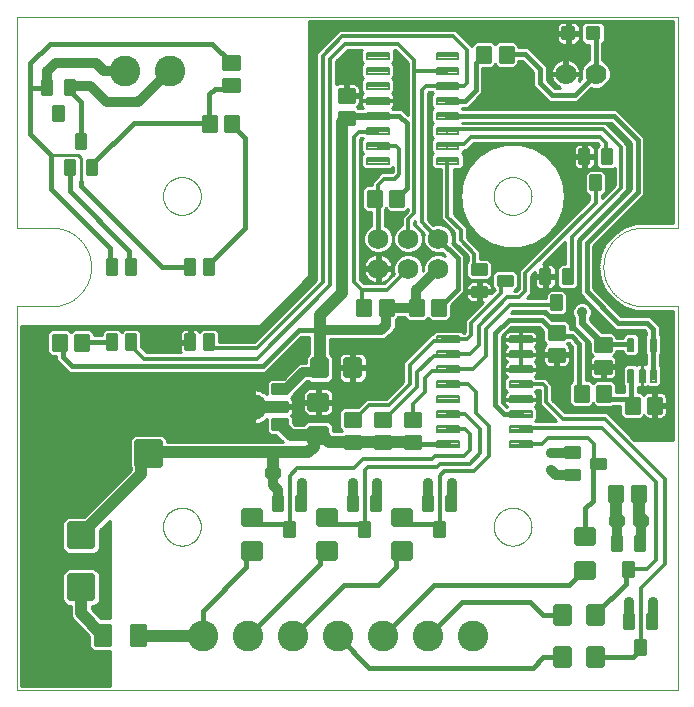
<source format=gtl>
G75*
%MOIN*%
%OFA0B0*%
%FSLAX25Y25*%
%IPPOS*%
%LPD*%
%AMOC8*
5,1,8,0,0,1.08239X$1,22.5*
%
%ADD10C,0.00000*%
%ADD11C,0.00827*%
%ADD12C,0.00780*%
%ADD13C,0.01535*%
%ADD14C,0.01181*%
%ADD15C,0.01890*%
%ADD16C,0.01984*%
%ADD17C,0.08661*%
%ADD18C,0.01772*%
%ADD19C,0.06800*%
%ADD20C,0.07000*%
%ADD21C,0.01417*%
%ADD22C,0.10236*%
%ADD23C,0.00709*%
%ADD24C,0.01000*%
%ADD25C,0.03569*%
%ADD26C,0.03200*%
%ADD27C,0.05600*%
%ADD28C,0.04000*%
%ADD29C,0.05906*%
%ADD30C,0.01200*%
%ADD31C,0.01600*%
%ADD32C,0.02400*%
D10*
X0022602Y0025558D02*
X0022602Y0153589D01*
X0034413Y0153589D01*
X0034731Y0153593D01*
X0035048Y0153604D01*
X0035366Y0153624D01*
X0035682Y0153651D01*
X0035998Y0153686D01*
X0036313Y0153728D01*
X0036627Y0153778D01*
X0036940Y0153836D01*
X0037251Y0153901D01*
X0037560Y0153974D01*
X0037868Y0154055D01*
X0038173Y0154142D01*
X0038476Y0154238D01*
X0038777Y0154340D01*
X0039075Y0154450D01*
X0039371Y0154567D01*
X0039663Y0154692D01*
X0039953Y0154823D01*
X0040239Y0154961D01*
X0040521Y0155107D01*
X0040800Y0155259D01*
X0041076Y0155418D01*
X0041347Y0155583D01*
X0041614Y0155755D01*
X0041877Y0155934D01*
X0042136Y0156119D01*
X0042389Y0156310D01*
X0042639Y0156507D01*
X0042883Y0156711D01*
X0043122Y0156920D01*
X0043356Y0157135D01*
X0043585Y0157356D01*
X0043808Y0157582D01*
X0044026Y0157813D01*
X0044238Y0158050D01*
X0044445Y0158292D01*
X0044645Y0158538D01*
X0044839Y0158790D01*
X0045027Y0159046D01*
X0045209Y0159307D01*
X0045384Y0159572D01*
X0045553Y0159841D01*
X0045715Y0160115D01*
X0045871Y0160392D01*
X0046020Y0160673D01*
X0046162Y0160957D01*
X0046297Y0161245D01*
X0046424Y0161536D01*
X0046545Y0161830D01*
X0046659Y0162127D01*
X0046765Y0162426D01*
X0046864Y0162728D01*
X0046956Y0163032D01*
X0047040Y0163339D01*
X0047116Y0163647D01*
X0047185Y0163958D01*
X0047247Y0164269D01*
X0047301Y0164583D01*
X0047347Y0164897D01*
X0047386Y0165213D01*
X0047417Y0165529D01*
X0047440Y0165846D01*
X0047455Y0166163D01*
X0047463Y0166481D01*
X0047463Y0166799D01*
X0047455Y0167117D01*
X0047440Y0167434D01*
X0047417Y0167751D01*
X0047386Y0168067D01*
X0047347Y0168383D01*
X0047301Y0168697D01*
X0047247Y0169011D01*
X0047185Y0169322D01*
X0047116Y0169633D01*
X0047040Y0169941D01*
X0046956Y0170248D01*
X0046864Y0170552D01*
X0046765Y0170854D01*
X0046659Y0171153D01*
X0046545Y0171450D01*
X0046424Y0171744D01*
X0046297Y0172035D01*
X0046162Y0172323D01*
X0046020Y0172607D01*
X0045871Y0172888D01*
X0045715Y0173166D01*
X0045553Y0173439D01*
X0045384Y0173708D01*
X0045209Y0173973D01*
X0045027Y0174234D01*
X0044839Y0174490D01*
X0044645Y0174742D01*
X0044445Y0174988D01*
X0044238Y0175230D01*
X0044026Y0175467D01*
X0043808Y0175698D01*
X0043585Y0175924D01*
X0043356Y0176145D01*
X0043122Y0176360D01*
X0042883Y0176569D01*
X0042639Y0176773D01*
X0042389Y0176970D01*
X0042136Y0177161D01*
X0041877Y0177346D01*
X0041614Y0177525D01*
X0041347Y0177697D01*
X0041076Y0177862D01*
X0040800Y0178021D01*
X0040521Y0178173D01*
X0040239Y0178319D01*
X0039953Y0178457D01*
X0039663Y0178588D01*
X0039371Y0178713D01*
X0039075Y0178830D01*
X0038777Y0178940D01*
X0038476Y0179042D01*
X0038173Y0179138D01*
X0037868Y0179225D01*
X0037560Y0179306D01*
X0037251Y0179379D01*
X0036940Y0179444D01*
X0036627Y0179502D01*
X0036313Y0179552D01*
X0035998Y0179594D01*
X0035682Y0179629D01*
X0035366Y0179656D01*
X0035048Y0179676D01*
X0034731Y0179687D01*
X0034413Y0179691D01*
X0034413Y0179692D02*
X0022602Y0179692D01*
X0022602Y0249967D01*
X0243075Y0249967D01*
X0243075Y0179692D01*
X0231263Y0179692D01*
X0231263Y0179691D02*
X0230945Y0179687D01*
X0230628Y0179676D01*
X0230310Y0179656D01*
X0229994Y0179629D01*
X0229678Y0179594D01*
X0229363Y0179552D01*
X0229049Y0179502D01*
X0228736Y0179444D01*
X0228425Y0179379D01*
X0228116Y0179306D01*
X0227808Y0179225D01*
X0227503Y0179138D01*
X0227200Y0179042D01*
X0226899Y0178940D01*
X0226601Y0178830D01*
X0226305Y0178713D01*
X0226013Y0178588D01*
X0225723Y0178457D01*
X0225437Y0178319D01*
X0225155Y0178173D01*
X0224876Y0178021D01*
X0224600Y0177862D01*
X0224329Y0177697D01*
X0224062Y0177525D01*
X0223799Y0177346D01*
X0223540Y0177161D01*
X0223287Y0176970D01*
X0223037Y0176773D01*
X0222793Y0176569D01*
X0222554Y0176360D01*
X0222320Y0176145D01*
X0222091Y0175924D01*
X0221868Y0175698D01*
X0221650Y0175467D01*
X0221438Y0175230D01*
X0221231Y0174988D01*
X0221031Y0174742D01*
X0220837Y0174490D01*
X0220649Y0174234D01*
X0220467Y0173973D01*
X0220292Y0173708D01*
X0220123Y0173439D01*
X0219961Y0173166D01*
X0219805Y0172888D01*
X0219656Y0172607D01*
X0219514Y0172323D01*
X0219379Y0172035D01*
X0219252Y0171744D01*
X0219131Y0171450D01*
X0219017Y0171153D01*
X0218911Y0170854D01*
X0218812Y0170552D01*
X0218720Y0170248D01*
X0218636Y0169941D01*
X0218560Y0169633D01*
X0218491Y0169322D01*
X0218429Y0169011D01*
X0218375Y0168697D01*
X0218329Y0168383D01*
X0218290Y0168067D01*
X0218259Y0167751D01*
X0218236Y0167434D01*
X0218221Y0167117D01*
X0218213Y0166799D01*
X0218213Y0166481D01*
X0218221Y0166163D01*
X0218236Y0165846D01*
X0218259Y0165529D01*
X0218290Y0165213D01*
X0218329Y0164897D01*
X0218375Y0164583D01*
X0218429Y0164269D01*
X0218491Y0163958D01*
X0218560Y0163647D01*
X0218636Y0163339D01*
X0218720Y0163032D01*
X0218812Y0162728D01*
X0218911Y0162426D01*
X0219017Y0162127D01*
X0219131Y0161830D01*
X0219252Y0161536D01*
X0219379Y0161245D01*
X0219514Y0160957D01*
X0219656Y0160673D01*
X0219805Y0160392D01*
X0219961Y0160114D01*
X0220123Y0159841D01*
X0220292Y0159572D01*
X0220467Y0159307D01*
X0220649Y0159046D01*
X0220837Y0158790D01*
X0221031Y0158538D01*
X0221231Y0158292D01*
X0221438Y0158050D01*
X0221650Y0157813D01*
X0221868Y0157582D01*
X0222091Y0157356D01*
X0222320Y0157135D01*
X0222554Y0156920D01*
X0222793Y0156711D01*
X0223037Y0156507D01*
X0223287Y0156310D01*
X0223540Y0156119D01*
X0223799Y0155934D01*
X0224062Y0155755D01*
X0224329Y0155583D01*
X0224600Y0155418D01*
X0224876Y0155259D01*
X0225155Y0155107D01*
X0225437Y0154961D01*
X0225723Y0154823D01*
X0226013Y0154692D01*
X0226305Y0154567D01*
X0226601Y0154450D01*
X0226899Y0154340D01*
X0227200Y0154238D01*
X0227503Y0154142D01*
X0227808Y0154055D01*
X0228116Y0153974D01*
X0228425Y0153901D01*
X0228736Y0153836D01*
X0229049Y0153778D01*
X0229363Y0153728D01*
X0229678Y0153686D01*
X0229994Y0153651D01*
X0230310Y0153624D01*
X0230628Y0153604D01*
X0230945Y0153593D01*
X0231263Y0153589D01*
X0243075Y0153589D01*
X0243075Y0025558D01*
X0022602Y0025558D01*
X0071421Y0080046D02*
X0071423Y0080204D01*
X0071429Y0080362D01*
X0071439Y0080520D01*
X0071453Y0080678D01*
X0071471Y0080835D01*
X0071492Y0080992D01*
X0071518Y0081148D01*
X0071548Y0081304D01*
X0071581Y0081459D01*
X0071619Y0081612D01*
X0071660Y0081765D01*
X0071705Y0081917D01*
X0071754Y0082068D01*
X0071807Y0082217D01*
X0071863Y0082365D01*
X0071923Y0082511D01*
X0071987Y0082656D01*
X0072055Y0082799D01*
X0072126Y0082941D01*
X0072200Y0083081D01*
X0072278Y0083218D01*
X0072360Y0083354D01*
X0072444Y0083488D01*
X0072533Y0083619D01*
X0072624Y0083748D01*
X0072719Y0083875D01*
X0072816Y0084000D01*
X0072917Y0084122D01*
X0073021Y0084241D01*
X0073128Y0084358D01*
X0073238Y0084472D01*
X0073351Y0084583D01*
X0073466Y0084692D01*
X0073584Y0084797D01*
X0073705Y0084899D01*
X0073828Y0084999D01*
X0073954Y0085095D01*
X0074082Y0085188D01*
X0074212Y0085278D01*
X0074345Y0085364D01*
X0074480Y0085448D01*
X0074616Y0085527D01*
X0074755Y0085604D01*
X0074896Y0085676D01*
X0075038Y0085746D01*
X0075182Y0085811D01*
X0075328Y0085873D01*
X0075475Y0085931D01*
X0075624Y0085986D01*
X0075774Y0086037D01*
X0075925Y0086084D01*
X0076077Y0086127D01*
X0076230Y0086166D01*
X0076385Y0086202D01*
X0076540Y0086233D01*
X0076696Y0086261D01*
X0076852Y0086285D01*
X0077009Y0086305D01*
X0077167Y0086321D01*
X0077324Y0086333D01*
X0077483Y0086341D01*
X0077641Y0086345D01*
X0077799Y0086345D01*
X0077957Y0086341D01*
X0078116Y0086333D01*
X0078273Y0086321D01*
X0078431Y0086305D01*
X0078588Y0086285D01*
X0078744Y0086261D01*
X0078900Y0086233D01*
X0079055Y0086202D01*
X0079210Y0086166D01*
X0079363Y0086127D01*
X0079515Y0086084D01*
X0079666Y0086037D01*
X0079816Y0085986D01*
X0079965Y0085931D01*
X0080112Y0085873D01*
X0080258Y0085811D01*
X0080402Y0085746D01*
X0080544Y0085676D01*
X0080685Y0085604D01*
X0080824Y0085527D01*
X0080960Y0085448D01*
X0081095Y0085364D01*
X0081228Y0085278D01*
X0081358Y0085188D01*
X0081486Y0085095D01*
X0081612Y0084999D01*
X0081735Y0084899D01*
X0081856Y0084797D01*
X0081974Y0084692D01*
X0082089Y0084583D01*
X0082202Y0084472D01*
X0082312Y0084358D01*
X0082419Y0084241D01*
X0082523Y0084122D01*
X0082624Y0084000D01*
X0082721Y0083875D01*
X0082816Y0083748D01*
X0082907Y0083619D01*
X0082996Y0083488D01*
X0083080Y0083354D01*
X0083162Y0083218D01*
X0083240Y0083081D01*
X0083314Y0082941D01*
X0083385Y0082799D01*
X0083453Y0082656D01*
X0083517Y0082511D01*
X0083577Y0082365D01*
X0083633Y0082217D01*
X0083686Y0082068D01*
X0083735Y0081917D01*
X0083780Y0081765D01*
X0083821Y0081612D01*
X0083859Y0081459D01*
X0083892Y0081304D01*
X0083922Y0081148D01*
X0083948Y0080992D01*
X0083969Y0080835D01*
X0083987Y0080678D01*
X0084001Y0080520D01*
X0084011Y0080362D01*
X0084017Y0080204D01*
X0084019Y0080046D01*
X0084017Y0079888D01*
X0084011Y0079730D01*
X0084001Y0079572D01*
X0083987Y0079414D01*
X0083969Y0079257D01*
X0083948Y0079100D01*
X0083922Y0078944D01*
X0083892Y0078788D01*
X0083859Y0078633D01*
X0083821Y0078480D01*
X0083780Y0078327D01*
X0083735Y0078175D01*
X0083686Y0078024D01*
X0083633Y0077875D01*
X0083577Y0077727D01*
X0083517Y0077581D01*
X0083453Y0077436D01*
X0083385Y0077293D01*
X0083314Y0077151D01*
X0083240Y0077011D01*
X0083162Y0076874D01*
X0083080Y0076738D01*
X0082996Y0076604D01*
X0082907Y0076473D01*
X0082816Y0076344D01*
X0082721Y0076217D01*
X0082624Y0076092D01*
X0082523Y0075970D01*
X0082419Y0075851D01*
X0082312Y0075734D01*
X0082202Y0075620D01*
X0082089Y0075509D01*
X0081974Y0075400D01*
X0081856Y0075295D01*
X0081735Y0075193D01*
X0081612Y0075093D01*
X0081486Y0074997D01*
X0081358Y0074904D01*
X0081228Y0074814D01*
X0081095Y0074728D01*
X0080960Y0074644D01*
X0080824Y0074565D01*
X0080685Y0074488D01*
X0080544Y0074416D01*
X0080402Y0074346D01*
X0080258Y0074281D01*
X0080112Y0074219D01*
X0079965Y0074161D01*
X0079816Y0074106D01*
X0079666Y0074055D01*
X0079515Y0074008D01*
X0079363Y0073965D01*
X0079210Y0073926D01*
X0079055Y0073890D01*
X0078900Y0073859D01*
X0078744Y0073831D01*
X0078588Y0073807D01*
X0078431Y0073787D01*
X0078273Y0073771D01*
X0078116Y0073759D01*
X0077957Y0073751D01*
X0077799Y0073747D01*
X0077641Y0073747D01*
X0077483Y0073751D01*
X0077324Y0073759D01*
X0077167Y0073771D01*
X0077009Y0073787D01*
X0076852Y0073807D01*
X0076696Y0073831D01*
X0076540Y0073859D01*
X0076385Y0073890D01*
X0076230Y0073926D01*
X0076077Y0073965D01*
X0075925Y0074008D01*
X0075774Y0074055D01*
X0075624Y0074106D01*
X0075475Y0074161D01*
X0075328Y0074219D01*
X0075182Y0074281D01*
X0075038Y0074346D01*
X0074896Y0074416D01*
X0074755Y0074488D01*
X0074616Y0074565D01*
X0074480Y0074644D01*
X0074345Y0074728D01*
X0074212Y0074814D01*
X0074082Y0074904D01*
X0073954Y0074997D01*
X0073828Y0075093D01*
X0073705Y0075193D01*
X0073584Y0075295D01*
X0073466Y0075400D01*
X0073351Y0075509D01*
X0073238Y0075620D01*
X0073128Y0075734D01*
X0073021Y0075851D01*
X0072917Y0075970D01*
X0072816Y0076092D01*
X0072719Y0076217D01*
X0072624Y0076344D01*
X0072533Y0076473D01*
X0072444Y0076604D01*
X0072360Y0076738D01*
X0072278Y0076874D01*
X0072200Y0077011D01*
X0072126Y0077151D01*
X0072055Y0077293D01*
X0071987Y0077436D01*
X0071923Y0077581D01*
X0071863Y0077727D01*
X0071807Y0077875D01*
X0071754Y0078024D01*
X0071705Y0078175D01*
X0071660Y0078327D01*
X0071619Y0078480D01*
X0071581Y0078633D01*
X0071548Y0078788D01*
X0071518Y0078944D01*
X0071492Y0079100D01*
X0071471Y0079257D01*
X0071453Y0079414D01*
X0071439Y0079572D01*
X0071429Y0079730D01*
X0071423Y0079888D01*
X0071421Y0080046D01*
X0071421Y0190282D02*
X0071423Y0190440D01*
X0071429Y0190598D01*
X0071439Y0190756D01*
X0071453Y0190914D01*
X0071471Y0191071D01*
X0071492Y0191228D01*
X0071518Y0191384D01*
X0071548Y0191540D01*
X0071581Y0191695D01*
X0071619Y0191848D01*
X0071660Y0192001D01*
X0071705Y0192153D01*
X0071754Y0192304D01*
X0071807Y0192453D01*
X0071863Y0192601D01*
X0071923Y0192747D01*
X0071987Y0192892D01*
X0072055Y0193035D01*
X0072126Y0193177D01*
X0072200Y0193317D01*
X0072278Y0193454D01*
X0072360Y0193590D01*
X0072444Y0193724D01*
X0072533Y0193855D01*
X0072624Y0193984D01*
X0072719Y0194111D01*
X0072816Y0194236D01*
X0072917Y0194358D01*
X0073021Y0194477D01*
X0073128Y0194594D01*
X0073238Y0194708D01*
X0073351Y0194819D01*
X0073466Y0194928D01*
X0073584Y0195033D01*
X0073705Y0195135D01*
X0073828Y0195235D01*
X0073954Y0195331D01*
X0074082Y0195424D01*
X0074212Y0195514D01*
X0074345Y0195600D01*
X0074480Y0195684D01*
X0074616Y0195763D01*
X0074755Y0195840D01*
X0074896Y0195912D01*
X0075038Y0195982D01*
X0075182Y0196047D01*
X0075328Y0196109D01*
X0075475Y0196167D01*
X0075624Y0196222D01*
X0075774Y0196273D01*
X0075925Y0196320D01*
X0076077Y0196363D01*
X0076230Y0196402D01*
X0076385Y0196438D01*
X0076540Y0196469D01*
X0076696Y0196497D01*
X0076852Y0196521D01*
X0077009Y0196541D01*
X0077167Y0196557D01*
X0077324Y0196569D01*
X0077483Y0196577D01*
X0077641Y0196581D01*
X0077799Y0196581D01*
X0077957Y0196577D01*
X0078116Y0196569D01*
X0078273Y0196557D01*
X0078431Y0196541D01*
X0078588Y0196521D01*
X0078744Y0196497D01*
X0078900Y0196469D01*
X0079055Y0196438D01*
X0079210Y0196402D01*
X0079363Y0196363D01*
X0079515Y0196320D01*
X0079666Y0196273D01*
X0079816Y0196222D01*
X0079965Y0196167D01*
X0080112Y0196109D01*
X0080258Y0196047D01*
X0080402Y0195982D01*
X0080544Y0195912D01*
X0080685Y0195840D01*
X0080824Y0195763D01*
X0080960Y0195684D01*
X0081095Y0195600D01*
X0081228Y0195514D01*
X0081358Y0195424D01*
X0081486Y0195331D01*
X0081612Y0195235D01*
X0081735Y0195135D01*
X0081856Y0195033D01*
X0081974Y0194928D01*
X0082089Y0194819D01*
X0082202Y0194708D01*
X0082312Y0194594D01*
X0082419Y0194477D01*
X0082523Y0194358D01*
X0082624Y0194236D01*
X0082721Y0194111D01*
X0082816Y0193984D01*
X0082907Y0193855D01*
X0082996Y0193724D01*
X0083080Y0193590D01*
X0083162Y0193454D01*
X0083240Y0193317D01*
X0083314Y0193177D01*
X0083385Y0193035D01*
X0083453Y0192892D01*
X0083517Y0192747D01*
X0083577Y0192601D01*
X0083633Y0192453D01*
X0083686Y0192304D01*
X0083735Y0192153D01*
X0083780Y0192001D01*
X0083821Y0191848D01*
X0083859Y0191695D01*
X0083892Y0191540D01*
X0083922Y0191384D01*
X0083948Y0191228D01*
X0083969Y0191071D01*
X0083987Y0190914D01*
X0084001Y0190756D01*
X0084011Y0190598D01*
X0084017Y0190440D01*
X0084019Y0190282D01*
X0084017Y0190124D01*
X0084011Y0189966D01*
X0084001Y0189808D01*
X0083987Y0189650D01*
X0083969Y0189493D01*
X0083948Y0189336D01*
X0083922Y0189180D01*
X0083892Y0189024D01*
X0083859Y0188869D01*
X0083821Y0188716D01*
X0083780Y0188563D01*
X0083735Y0188411D01*
X0083686Y0188260D01*
X0083633Y0188111D01*
X0083577Y0187963D01*
X0083517Y0187817D01*
X0083453Y0187672D01*
X0083385Y0187529D01*
X0083314Y0187387D01*
X0083240Y0187247D01*
X0083162Y0187110D01*
X0083080Y0186974D01*
X0082996Y0186840D01*
X0082907Y0186709D01*
X0082816Y0186580D01*
X0082721Y0186453D01*
X0082624Y0186328D01*
X0082523Y0186206D01*
X0082419Y0186087D01*
X0082312Y0185970D01*
X0082202Y0185856D01*
X0082089Y0185745D01*
X0081974Y0185636D01*
X0081856Y0185531D01*
X0081735Y0185429D01*
X0081612Y0185329D01*
X0081486Y0185233D01*
X0081358Y0185140D01*
X0081228Y0185050D01*
X0081095Y0184964D01*
X0080960Y0184880D01*
X0080824Y0184801D01*
X0080685Y0184724D01*
X0080544Y0184652D01*
X0080402Y0184582D01*
X0080258Y0184517D01*
X0080112Y0184455D01*
X0079965Y0184397D01*
X0079816Y0184342D01*
X0079666Y0184291D01*
X0079515Y0184244D01*
X0079363Y0184201D01*
X0079210Y0184162D01*
X0079055Y0184126D01*
X0078900Y0184095D01*
X0078744Y0184067D01*
X0078588Y0184043D01*
X0078431Y0184023D01*
X0078273Y0184007D01*
X0078116Y0183995D01*
X0077957Y0183987D01*
X0077799Y0183983D01*
X0077641Y0183983D01*
X0077483Y0183987D01*
X0077324Y0183995D01*
X0077167Y0184007D01*
X0077009Y0184023D01*
X0076852Y0184043D01*
X0076696Y0184067D01*
X0076540Y0184095D01*
X0076385Y0184126D01*
X0076230Y0184162D01*
X0076077Y0184201D01*
X0075925Y0184244D01*
X0075774Y0184291D01*
X0075624Y0184342D01*
X0075475Y0184397D01*
X0075328Y0184455D01*
X0075182Y0184517D01*
X0075038Y0184582D01*
X0074896Y0184652D01*
X0074755Y0184724D01*
X0074616Y0184801D01*
X0074480Y0184880D01*
X0074345Y0184964D01*
X0074212Y0185050D01*
X0074082Y0185140D01*
X0073954Y0185233D01*
X0073828Y0185329D01*
X0073705Y0185429D01*
X0073584Y0185531D01*
X0073466Y0185636D01*
X0073351Y0185745D01*
X0073238Y0185856D01*
X0073128Y0185970D01*
X0073021Y0186087D01*
X0072917Y0186206D01*
X0072816Y0186328D01*
X0072719Y0186453D01*
X0072624Y0186580D01*
X0072533Y0186709D01*
X0072444Y0186840D01*
X0072360Y0186974D01*
X0072278Y0187110D01*
X0072200Y0187247D01*
X0072126Y0187387D01*
X0072055Y0187529D01*
X0071987Y0187672D01*
X0071923Y0187817D01*
X0071863Y0187963D01*
X0071807Y0188111D01*
X0071754Y0188260D01*
X0071705Y0188411D01*
X0071660Y0188563D01*
X0071619Y0188716D01*
X0071581Y0188869D01*
X0071548Y0189024D01*
X0071518Y0189180D01*
X0071492Y0189336D01*
X0071471Y0189493D01*
X0071453Y0189650D01*
X0071439Y0189808D01*
X0071429Y0189966D01*
X0071423Y0190124D01*
X0071421Y0190282D01*
X0181657Y0190282D02*
X0181659Y0190440D01*
X0181665Y0190598D01*
X0181675Y0190756D01*
X0181689Y0190914D01*
X0181707Y0191071D01*
X0181728Y0191228D01*
X0181754Y0191384D01*
X0181784Y0191540D01*
X0181817Y0191695D01*
X0181855Y0191848D01*
X0181896Y0192001D01*
X0181941Y0192153D01*
X0181990Y0192304D01*
X0182043Y0192453D01*
X0182099Y0192601D01*
X0182159Y0192747D01*
X0182223Y0192892D01*
X0182291Y0193035D01*
X0182362Y0193177D01*
X0182436Y0193317D01*
X0182514Y0193454D01*
X0182596Y0193590D01*
X0182680Y0193724D01*
X0182769Y0193855D01*
X0182860Y0193984D01*
X0182955Y0194111D01*
X0183052Y0194236D01*
X0183153Y0194358D01*
X0183257Y0194477D01*
X0183364Y0194594D01*
X0183474Y0194708D01*
X0183587Y0194819D01*
X0183702Y0194928D01*
X0183820Y0195033D01*
X0183941Y0195135D01*
X0184064Y0195235D01*
X0184190Y0195331D01*
X0184318Y0195424D01*
X0184448Y0195514D01*
X0184581Y0195600D01*
X0184716Y0195684D01*
X0184852Y0195763D01*
X0184991Y0195840D01*
X0185132Y0195912D01*
X0185274Y0195982D01*
X0185418Y0196047D01*
X0185564Y0196109D01*
X0185711Y0196167D01*
X0185860Y0196222D01*
X0186010Y0196273D01*
X0186161Y0196320D01*
X0186313Y0196363D01*
X0186466Y0196402D01*
X0186621Y0196438D01*
X0186776Y0196469D01*
X0186932Y0196497D01*
X0187088Y0196521D01*
X0187245Y0196541D01*
X0187403Y0196557D01*
X0187560Y0196569D01*
X0187719Y0196577D01*
X0187877Y0196581D01*
X0188035Y0196581D01*
X0188193Y0196577D01*
X0188352Y0196569D01*
X0188509Y0196557D01*
X0188667Y0196541D01*
X0188824Y0196521D01*
X0188980Y0196497D01*
X0189136Y0196469D01*
X0189291Y0196438D01*
X0189446Y0196402D01*
X0189599Y0196363D01*
X0189751Y0196320D01*
X0189902Y0196273D01*
X0190052Y0196222D01*
X0190201Y0196167D01*
X0190348Y0196109D01*
X0190494Y0196047D01*
X0190638Y0195982D01*
X0190780Y0195912D01*
X0190921Y0195840D01*
X0191060Y0195763D01*
X0191196Y0195684D01*
X0191331Y0195600D01*
X0191464Y0195514D01*
X0191594Y0195424D01*
X0191722Y0195331D01*
X0191848Y0195235D01*
X0191971Y0195135D01*
X0192092Y0195033D01*
X0192210Y0194928D01*
X0192325Y0194819D01*
X0192438Y0194708D01*
X0192548Y0194594D01*
X0192655Y0194477D01*
X0192759Y0194358D01*
X0192860Y0194236D01*
X0192957Y0194111D01*
X0193052Y0193984D01*
X0193143Y0193855D01*
X0193232Y0193724D01*
X0193316Y0193590D01*
X0193398Y0193454D01*
X0193476Y0193317D01*
X0193550Y0193177D01*
X0193621Y0193035D01*
X0193689Y0192892D01*
X0193753Y0192747D01*
X0193813Y0192601D01*
X0193869Y0192453D01*
X0193922Y0192304D01*
X0193971Y0192153D01*
X0194016Y0192001D01*
X0194057Y0191848D01*
X0194095Y0191695D01*
X0194128Y0191540D01*
X0194158Y0191384D01*
X0194184Y0191228D01*
X0194205Y0191071D01*
X0194223Y0190914D01*
X0194237Y0190756D01*
X0194247Y0190598D01*
X0194253Y0190440D01*
X0194255Y0190282D01*
X0194253Y0190124D01*
X0194247Y0189966D01*
X0194237Y0189808D01*
X0194223Y0189650D01*
X0194205Y0189493D01*
X0194184Y0189336D01*
X0194158Y0189180D01*
X0194128Y0189024D01*
X0194095Y0188869D01*
X0194057Y0188716D01*
X0194016Y0188563D01*
X0193971Y0188411D01*
X0193922Y0188260D01*
X0193869Y0188111D01*
X0193813Y0187963D01*
X0193753Y0187817D01*
X0193689Y0187672D01*
X0193621Y0187529D01*
X0193550Y0187387D01*
X0193476Y0187247D01*
X0193398Y0187110D01*
X0193316Y0186974D01*
X0193232Y0186840D01*
X0193143Y0186709D01*
X0193052Y0186580D01*
X0192957Y0186453D01*
X0192860Y0186328D01*
X0192759Y0186206D01*
X0192655Y0186087D01*
X0192548Y0185970D01*
X0192438Y0185856D01*
X0192325Y0185745D01*
X0192210Y0185636D01*
X0192092Y0185531D01*
X0191971Y0185429D01*
X0191848Y0185329D01*
X0191722Y0185233D01*
X0191594Y0185140D01*
X0191464Y0185050D01*
X0191331Y0184964D01*
X0191196Y0184880D01*
X0191060Y0184801D01*
X0190921Y0184724D01*
X0190780Y0184652D01*
X0190638Y0184582D01*
X0190494Y0184517D01*
X0190348Y0184455D01*
X0190201Y0184397D01*
X0190052Y0184342D01*
X0189902Y0184291D01*
X0189751Y0184244D01*
X0189599Y0184201D01*
X0189446Y0184162D01*
X0189291Y0184126D01*
X0189136Y0184095D01*
X0188980Y0184067D01*
X0188824Y0184043D01*
X0188667Y0184023D01*
X0188509Y0184007D01*
X0188352Y0183995D01*
X0188193Y0183987D01*
X0188035Y0183983D01*
X0187877Y0183983D01*
X0187719Y0183987D01*
X0187560Y0183995D01*
X0187403Y0184007D01*
X0187245Y0184023D01*
X0187088Y0184043D01*
X0186932Y0184067D01*
X0186776Y0184095D01*
X0186621Y0184126D01*
X0186466Y0184162D01*
X0186313Y0184201D01*
X0186161Y0184244D01*
X0186010Y0184291D01*
X0185860Y0184342D01*
X0185711Y0184397D01*
X0185564Y0184455D01*
X0185418Y0184517D01*
X0185274Y0184582D01*
X0185132Y0184652D01*
X0184991Y0184724D01*
X0184852Y0184801D01*
X0184716Y0184880D01*
X0184581Y0184964D01*
X0184448Y0185050D01*
X0184318Y0185140D01*
X0184190Y0185233D01*
X0184064Y0185329D01*
X0183941Y0185429D01*
X0183820Y0185531D01*
X0183702Y0185636D01*
X0183587Y0185745D01*
X0183474Y0185856D01*
X0183364Y0185970D01*
X0183257Y0186087D01*
X0183153Y0186206D01*
X0183052Y0186328D01*
X0182955Y0186453D01*
X0182860Y0186580D01*
X0182769Y0186709D01*
X0182680Y0186840D01*
X0182596Y0186974D01*
X0182514Y0187110D01*
X0182436Y0187247D01*
X0182362Y0187387D01*
X0182291Y0187529D01*
X0182223Y0187672D01*
X0182159Y0187817D01*
X0182099Y0187963D01*
X0182043Y0188111D01*
X0181990Y0188260D01*
X0181941Y0188411D01*
X0181896Y0188563D01*
X0181855Y0188716D01*
X0181817Y0188869D01*
X0181784Y0189024D01*
X0181754Y0189180D01*
X0181728Y0189336D01*
X0181707Y0189493D01*
X0181689Y0189650D01*
X0181675Y0189808D01*
X0181665Y0189966D01*
X0181659Y0190124D01*
X0181657Y0190282D01*
X0181657Y0080046D02*
X0181659Y0080204D01*
X0181665Y0080362D01*
X0181675Y0080520D01*
X0181689Y0080678D01*
X0181707Y0080835D01*
X0181728Y0080992D01*
X0181754Y0081148D01*
X0181784Y0081304D01*
X0181817Y0081459D01*
X0181855Y0081612D01*
X0181896Y0081765D01*
X0181941Y0081917D01*
X0181990Y0082068D01*
X0182043Y0082217D01*
X0182099Y0082365D01*
X0182159Y0082511D01*
X0182223Y0082656D01*
X0182291Y0082799D01*
X0182362Y0082941D01*
X0182436Y0083081D01*
X0182514Y0083218D01*
X0182596Y0083354D01*
X0182680Y0083488D01*
X0182769Y0083619D01*
X0182860Y0083748D01*
X0182955Y0083875D01*
X0183052Y0084000D01*
X0183153Y0084122D01*
X0183257Y0084241D01*
X0183364Y0084358D01*
X0183474Y0084472D01*
X0183587Y0084583D01*
X0183702Y0084692D01*
X0183820Y0084797D01*
X0183941Y0084899D01*
X0184064Y0084999D01*
X0184190Y0085095D01*
X0184318Y0085188D01*
X0184448Y0085278D01*
X0184581Y0085364D01*
X0184716Y0085448D01*
X0184852Y0085527D01*
X0184991Y0085604D01*
X0185132Y0085676D01*
X0185274Y0085746D01*
X0185418Y0085811D01*
X0185564Y0085873D01*
X0185711Y0085931D01*
X0185860Y0085986D01*
X0186010Y0086037D01*
X0186161Y0086084D01*
X0186313Y0086127D01*
X0186466Y0086166D01*
X0186621Y0086202D01*
X0186776Y0086233D01*
X0186932Y0086261D01*
X0187088Y0086285D01*
X0187245Y0086305D01*
X0187403Y0086321D01*
X0187560Y0086333D01*
X0187719Y0086341D01*
X0187877Y0086345D01*
X0188035Y0086345D01*
X0188193Y0086341D01*
X0188352Y0086333D01*
X0188509Y0086321D01*
X0188667Y0086305D01*
X0188824Y0086285D01*
X0188980Y0086261D01*
X0189136Y0086233D01*
X0189291Y0086202D01*
X0189446Y0086166D01*
X0189599Y0086127D01*
X0189751Y0086084D01*
X0189902Y0086037D01*
X0190052Y0085986D01*
X0190201Y0085931D01*
X0190348Y0085873D01*
X0190494Y0085811D01*
X0190638Y0085746D01*
X0190780Y0085676D01*
X0190921Y0085604D01*
X0191060Y0085527D01*
X0191196Y0085448D01*
X0191331Y0085364D01*
X0191464Y0085278D01*
X0191594Y0085188D01*
X0191722Y0085095D01*
X0191848Y0084999D01*
X0191971Y0084899D01*
X0192092Y0084797D01*
X0192210Y0084692D01*
X0192325Y0084583D01*
X0192438Y0084472D01*
X0192548Y0084358D01*
X0192655Y0084241D01*
X0192759Y0084122D01*
X0192860Y0084000D01*
X0192957Y0083875D01*
X0193052Y0083748D01*
X0193143Y0083619D01*
X0193232Y0083488D01*
X0193316Y0083354D01*
X0193398Y0083218D01*
X0193476Y0083081D01*
X0193550Y0082941D01*
X0193621Y0082799D01*
X0193689Y0082656D01*
X0193753Y0082511D01*
X0193813Y0082365D01*
X0193869Y0082217D01*
X0193922Y0082068D01*
X0193971Y0081917D01*
X0194016Y0081765D01*
X0194057Y0081612D01*
X0194095Y0081459D01*
X0194128Y0081304D01*
X0194158Y0081148D01*
X0194184Y0080992D01*
X0194205Y0080835D01*
X0194223Y0080678D01*
X0194237Y0080520D01*
X0194247Y0080362D01*
X0194253Y0080204D01*
X0194255Y0080046D01*
X0194253Y0079888D01*
X0194247Y0079730D01*
X0194237Y0079572D01*
X0194223Y0079414D01*
X0194205Y0079257D01*
X0194184Y0079100D01*
X0194158Y0078944D01*
X0194128Y0078788D01*
X0194095Y0078633D01*
X0194057Y0078480D01*
X0194016Y0078327D01*
X0193971Y0078175D01*
X0193922Y0078024D01*
X0193869Y0077875D01*
X0193813Y0077727D01*
X0193753Y0077581D01*
X0193689Y0077436D01*
X0193621Y0077293D01*
X0193550Y0077151D01*
X0193476Y0077011D01*
X0193398Y0076874D01*
X0193316Y0076738D01*
X0193232Y0076604D01*
X0193143Y0076473D01*
X0193052Y0076344D01*
X0192957Y0076217D01*
X0192860Y0076092D01*
X0192759Y0075970D01*
X0192655Y0075851D01*
X0192548Y0075734D01*
X0192438Y0075620D01*
X0192325Y0075509D01*
X0192210Y0075400D01*
X0192092Y0075295D01*
X0191971Y0075193D01*
X0191848Y0075093D01*
X0191722Y0074997D01*
X0191594Y0074904D01*
X0191464Y0074814D01*
X0191331Y0074728D01*
X0191196Y0074644D01*
X0191060Y0074565D01*
X0190921Y0074488D01*
X0190780Y0074416D01*
X0190638Y0074346D01*
X0190494Y0074281D01*
X0190348Y0074219D01*
X0190201Y0074161D01*
X0190052Y0074106D01*
X0189902Y0074055D01*
X0189751Y0074008D01*
X0189599Y0073965D01*
X0189446Y0073926D01*
X0189291Y0073890D01*
X0189136Y0073859D01*
X0188980Y0073831D01*
X0188824Y0073807D01*
X0188667Y0073787D01*
X0188509Y0073771D01*
X0188352Y0073759D01*
X0188193Y0073751D01*
X0188035Y0073747D01*
X0187877Y0073747D01*
X0187719Y0073751D01*
X0187560Y0073759D01*
X0187403Y0073771D01*
X0187245Y0073787D01*
X0187088Y0073807D01*
X0186932Y0073831D01*
X0186776Y0073859D01*
X0186621Y0073890D01*
X0186466Y0073926D01*
X0186313Y0073965D01*
X0186161Y0074008D01*
X0186010Y0074055D01*
X0185860Y0074106D01*
X0185711Y0074161D01*
X0185564Y0074219D01*
X0185418Y0074281D01*
X0185274Y0074346D01*
X0185132Y0074416D01*
X0184991Y0074488D01*
X0184852Y0074565D01*
X0184716Y0074644D01*
X0184581Y0074728D01*
X0184448Y0074814D01*
X0184318Y0074904D01*
X0184190Y0074997D01*
X0184064Y0075093D01*
X0183941Y0075193D01*
X0183820Y0075295D01*
X0183702Y0075400D01*
X0183587Y0075509D01*
X0183474Y0075620D01*
X0183364Y0075734D01*
X0183257Y0075851D01*
X0183153Y0075970D01*
X0183052Y0076092D01*
X0182955Y0076217D01*
X0182860Y0076344D01*
X0182769Y0076473D01*
X0182680Y0076604D01*
X0182596Y0076738D01*
X0182514Y0076874D01*
X0182436Y0077011D01*
X0182362Y0077151D01*
X0182291Y0077293D01*
X0182223Y0077436D01*
X0182159Y0077581D01*
X0182099Y0077727D01*
X0182043Y0077875D01*
X0181990Y0078024D01*
X0181941Y0078175D01*
X0181896Y0078327D01*
X0181855Y0078480D01*
X0181817Y0078633D01*
X0181784Y0078788D01*
X0181754Y0078944D01*
X0181728Y0079100D01*
X0181707Y0079257D01*
X0181689Y0079414D01*
X0181675Y0079572D01*
X0181665Y0079730D01*
X0181659Y0079888D01*
X0181657Y0080046D01*
D11*
X0162594Y0201093D02*
X0162594Y0203023D01*
X0169838Y0203023D01*
X0169838Y0201093D01*
X0162594Y0201093D01*
X0162594Y0201919D02*
X0169838Y0201919D01*
X0169838Y0202745D02*
X0162594Y0202745D01*
X0162594Y0206093D02*
X0162594Y0208023D01*
X0169838Y0208023D01*
X0169838Y0206093D01*
X0162594Y0206093D01*
X0162594Y0206919D02*
X0169838Y0206919D01*
X0169838Y0207745D02*
X0162594Y0207745D01*
X0162594Y0211093D02*
X0162594Y0213023D01*
X0169838Y0213023D01*
X0169838Y0211093D01*
X0162594Y0211093D01*
X0162594Y0211919D02*
X0169838Y0211919D01*
X0169838Y0212745D02*
X0162594Y0212745D01*
X0162594Y0216093D02*
X0162594Y0218023D01*
X0169838Y0218023D01*
X0169838Y0216093D01*
X0162594Y0216093D01*
X0162594Y0216919D02*
X0169838Y0216919D01*
X0169838Y0217745D02*
X0162594Y0217745D01*
X0162594Y0221093D02*
X0162594Y0223023D01*
X0169838Y0223023D01*
X0169838Y0221093D01*
X0162594Y0221093D01*
X0162594Y0221919D02*
X0169838Y0221919D01*
X0169838Y0222745D02*
X0162594Y0222745D01*
X0162594Y0226093D02*
X0162594Y0228023D01*
X0169838Y0228023D01*
X0169838Y0226093D01*
X0162594Y0226093D01*
X0162594Y0226919D02*
X0169838Y0226919D01*
X0169838Y0227745D02*
X0162594Y0227745D01*
X0162594Y0231093D02*
X0162594Y0233023D01*
X0169838Y0233023D01*
X0169838Y0231093D01*
X0162594Y0231093D01*
X0162594Y0231919D02*
X0169838Y0231919D01*
X0169838Y0232745D02*
X0162594Y0232745D01*
X0162594Y0236093D02*
X0162594Y0238023D01*
X0169838Y0238023D01*
X0169838Y0236093D01*
X0162594Y0236093D01*
X0162594Y0236919D02*
X0169838Y0236919D01*
X0169838Y0237745D02*
X0162594Y0237745D01*
X0139366Y0238023D02*
X0139366Y0236093D01*
X0139366Y0238023D02*
X0146610Y0238023D01*
X0146610Y0236093D01*
X0139366Y0236093D01*
X0139366Y0236919D02*
X0146610Y0236919D01*
X0146610Y0237745D02*
X0139366Y0237745D01*
X0139366Y0233023D02*
X0139366Y0231093D01*
X0139366Y0233023D02*
X0146610Y0233023D01*
X0146610Y0231093D01*
X0139366Y0231093D01*
X0139366Y0231919D02*
X0146610Y0231919D01*
X0146610Y0232745D02*
X0139366Y0232745D01*
X0139366Y0228023D02*
X0139366Y0226093D01*
X0139366Y0228023D02*
X0146610Y0228023D01*
X0146610Y0226093D01*
X0139366Y0226093D01*
X0139366Y0226919D02*
X0146610Y0226919D01*
X0146610Y0227745D02*
X0139366Y0227745D01*
X0139366Y0223023D02*
X0139366Y0221093D01*
X0139366Y0223023D02*
X0146610Y0223023D01*
X0146610Y0221093D01*
X0139366Y0221093D01*
X0139366Y0221919D02*
X0146610Y0221919D01*
X0146610Y0222745D02*
X0139366Y0222745D01*
X0139366Y0218023D02*
X0139366Y0216093D01*
X0139366Y0218023D02*
X0146610Y0218023D01*
X0146610Y0216093D01*
X0139366Y0216093D01*
X0139366Y0216919D02*
X0146610Y0216919D01*
X0146610Y0217745D02*
X0139366Y0217745D01*
X0139366Y0213023D02*
X0139366Y0211093D01*
X0139366Y0213023D02*
X0146610Y0213023D01*
X0146610Y0211093D01*
X0139366Y0211093D01*
X0139366Y0211919D02*
X0146610Y0211919D01*
X0146610Y0212745D02*
X0139366Y0212745D01*
X0139366Y0208023D02*
X0139366Y0206093D01*
X0139366Y0208023D02*
X0146610Y0208023D01*
X0146610Y0206093D01*
X0139366Y0206093D01*
X0139366Y0206919D02*
X0146610Y0206919D01*
X0146610Y0207745D02*
X0139366Y0207745D01*
X0139366Y0203023D02*
X0139366Y0201093D01*
X0139366Y0203023D02*
X0146610Y0203023D01*
X0146610Y0201093D01*
X0139366Y0201093D01*
X0139366Y0201919D02*
X0146610Y0201919D01*
X0146610Y0202745D02*
X0139366Y0202745D01*
D12*
X0170112Y0143468D02*
X0170112Y0141648D01*
X0162892Y0141648D01*
X0162892Y0143468D01*
X0170112Y0143468D01*
X0170112Y0142427D02*
X0162892Y0142427D01*
X0162892Y0143206D02*
X0170112Y0143206D01*
X0170112Y0138468D02*
X0170112Y0136648D01*
X0162892Y0136648D01*
X0162892Y0138468D01*
X0170112Y0138468D01*
X0170112Y0137427D02*
X0162892Y0137427D01*
X0162892Y0138206D02*
X0170112Y0138206D01*
X0170112Y0133468D02*
X0170112Y0131648D01*
X0162892Y0131648D01*
X0162892Y0133468D01*
X0170112Y0133468D01*
X0170112Y0132427D02*
X0162892Y0132427D01*
X0162892Y0133206D02*
X0170112Y0133206D01*
X0170112Y0128468D02*
X0170112Y0126648D01*
X0162892Y0126648D01*
X0162892Y0128468D01*
X0170112Y0128468D01*
X0170112Y0127427D02*
X0162892Y0127427D01*
X0162892Y0128206D02*
X0170112Y0128206D01*
X0170112Y0123468D02*
X0170112Y0121648D01*
X0162892Y0121648D01*
X0162892Y0123468D01*
X0170112Y0123468D01*
X0170112Y0122427D02*
X0162892Y0122427D01*
X0162892Y0123206D02*
X0170112Y0123206D01*
X0170112Y0118468D02*
X0170112Y0116648D01*
X0162892Y0116648D01*
X0162892Y0118468D01*
X0170112Y0118468D01*
X0170112Y0117427D02*
X0162892Y0117427D01*
X0162892Y0118206D02*
X0170112Y0118206D01*
X0170112Y0113468D02*
X0170112Y0111648D01*
X0162892Y0111648D01*
X0162892Y0113468D01*
X0170112Y0113468D01*
X0170112Y0112427D02*
X0162892Y0112427D01*
X0162892Y0113206D02*
X0170112Y0113206D01*
X0170112Y0108468D02*
X0170112Y0106648D01*
X0162892Y0106648D01*
X0162892Y0108468D01*
X0170112Y0108468D01*
X0170112Y0107427D02*
X0162892Y0107427D01*
X0162892Y0108206D02*
X0170112Y0108206D01*
X0194312Y0108468D02*
X0194312Y0106648D01*
X0187092Y0106648D01*
X0187092Y0108468D01*
X0194312Y0108468D01*
X0194312Y0107427D02*
X0187092Y0107427D01*
X0187092Y0108206D02*
X0194312Y0108206D01*
X0194312Y0111648D02*
X0194312Y0113468D01*
X0194312Y0111648D02*
X0187092Y0111648D01*
X0187092Y0113468D01*
X0194312Y0113468D01*
X0194312Y0112427D02*
X0187092Y0112427D01*
X0187092Y0113206D02*
X0194312Y0113206D01*
X0194312Y0116648D02*
X0194312Y0118468D01*
X0194312Y0116648D02*
X0187092Y0116648D01*
X0187092Y0118468D01*
X0194312Y0118468D01*
X0194312Y0117427D02*
X0187092Y0117427D01*
X0187092Y0118206D02*
X0194312Y0118206D01*
X0194312Y0121648D02*
X0194312Y0123468D01*
X0194312Y0121648D02*
X0187092Y0121648D01*
X0187092Y0123468D01*
X0194312Y0123468D01*
X0194312Y0122427D02*
X0187092Y0122427D01*
X0187092Y0123206D02*
X0194312Y0123206D01*
X0194312Y0126648D02*
X0194312Y0128468D01*
X0194312Y0126648D02*
X0187092Y0126648D01*
X0187092Y0128468D01*
X0194312Y0128468D01*
X0194312Y0127427D02*
X0187092Y0127427D01*
X0187092Y0128206D02*
X0194312Y0128206D01*
X0194312Y0131648D02*
X0194312Y0133468D01*
X0194312Y0131648D02*
X0187092Y0131648D01*
X0187092Y0133468D01*
X0194312Y0133468D01*
X0194312Y0132427D02*
X0187092Y0132427D01*
X0187092Y0133206D02*
X0194312Y0133206D01*
X0194312Y0136648D02*
X0194312Y0138468D01*
X0194312Y0136648D02*
X0187092Y0136648D01*
X0187092Y0138468D01*
X0194312Y0138468D01*
X0194312Y0137427D02*
X0187092Y0137427D01*
X0187092Y0138206D02*
X0194312Y0138206D01*
X0194312Y0141648D02*
X0194312Y0143468D01*
X0194312Y0141648D02*
X0187092Y0141648D01*
X0187092Y0143468D01*
X0194312Y0143468D01*
X0194312Y0142427D02*
X0187092Y0142427D01*
X0187092Y0143206D02*
X0194312Y0143206D01*
D13*
X0204788Y0143006D02*
X0204788Y0146590D01*
X0204788Y0143006D02*
X0200416Y0143006D01*
X0200416Y0146590D01*
X0204788Y0146590D01*
X0204788Y0144540D02*
X0200416Y0144540D01*
X0200416Y0146074D02*
X0204788Y0146074D01*
X0204788Y0139110D02*
X0204788Y0135526D01*
X0200416Y0135526D01*
X0200416Y0139110D01*
X0204788Y0139110D01*
X0204788Y0137060D02*
X0200416Y0137060D01*
X0200416Y0138594D02*
X0204788Y0138594D01*
X0215916Y0139006D02*
X0215916Y0142590D01*
X0220288Y0142590D01*
X0220288Y0139006D01*
X0215916Y0139006D01*
X0215916Y0140540D02*
X0220288Y0140540D01*
X0220288Y0142074D02*
X0215916Y0142074D01*
X0215916Y0135110D02*
X0215916Y0131526D01*
X0215916Y0135110D02*
X0220288Y0135110D01*
X0220288Y0131526D01*
X0215916Y0131526D01*
X0215916Y0133060D02*
X0220288Y0133060D01*
X0220288Y0134594D02*
X0215916Y0134594D01*
X0216550Y0126744D02*
X0220134Y0126744D01*
X0220134Y0122372D01*
X0216550Y0122372D01*
X0216550Y0126744D01*
X0216550Y0123906D02*
X0220134Y0123906D01*
X0220134Y0125440D02*
X0216550Y0125440D01*
X0212654Y0126744D02*
X0209070Y0126744D01*
X0212654Y0126744D02*
X0212654Y0122372D01*
X0209070Y0122372D01*
X0209070Y0126744D01*
X0209070Y0123906D02*
X0212654Y0123906D01*
X0212654Y0125440D02*
X0209070Y0125440D01*
X0226070Y0118372D02*
X0229654Y0118372D01*
X0226070Y0118372D02*
X0226070Y0122744D01*
X0229654Y0122744D01*
X0229654Y0118372D01*
X0229654Y0119906D02*
X0226070Y0119906D01*
X0226070Y0121440D02*
X0229654Y0121440D01*
X0233550Y0118372D02*
X0237134Y0118372D01*
X0233550Y0118372D02*
X0233550Y0122744D01*
X0237134Y0122744D01*
X0237134Y0118372D01*
X0237134Y0119906D02*
X0233550Y0119906D01*
X0233550Y0121440D02*
X0237134Y0121440D01*
X0231634Y0088872D02*
X0228050Y0088872D01*
X0228050Y0093244D01*
X0231634Y0093244D01*
X0231634Y0088872D01*
X0231634Y0090406D02*
X0228050Y0090406D01*
X0228050Y0091940D02*
X0231634Y0091940D01*
X0224154Y0088872D02*
X0220570Y0088872D01*
X0220570Y0093244D01*
X0224154Y0093244D01*
X0224154Y0088872D01*
X0224154Y0090406D02*
X0220570Y0090406D01*
X0220570Y0091940D02*
X0224154Y0091940D01*
X0165134Y0155244D02*
X0161550Y0155244D01*
X0165134Y0155244D02*
X0165134Y0150872D01*
X0161550Y0150872D01*
X0161550Y0155244D01*
X0161550Y0152406D02*
X0165134Y0152406D01*
X0165134Y0153940D02*
X0161550Y0153940D01*
X0157654Y0155244D02*
X0154070Y0155244D01*
X0157654Y0155244D02*
X0157654Y0150872D01*
X0154070Y0150872D01*
X0154070Y0155244D01*
X0154070Y0152406D02*
X0157654Y0152406D01*
X0157654Y0153940D02*
X0154070Y0153940D01*
X0147634Y0150872D02*
X0144050Y0150872D01*
X0144050Y0155244D01*
X0147634Y0155244D01*
X0147634Y0150872D01*
X0147634Y0152406D02*
X0144050Y0152406D01*
X0144050Y0153940D02*
X0147634Y0153940D01*
X0140154Y0150872D02*
X0136570Y0150872D01*
X0136570Y0155244D01*
X0140154Y0155244D01*
X0140154Y0150872D01*
X0140154Y0152406D02*
X0136570Y0152406D01*
X0136570Y0153940D02*
X0140154Y0153940D01*
X0140070Y0187372D02*
X0143654Y0187372D01*
X0140070Y0187372D02*
X0140070Y0191744D01*
X0143654Y0191744D01*
X0143654Y0187372D01*
X0143654Y0188906D02*
X0140070Y0188906D01*
X0140070Y0190440D02*
X0143654Y0190440D01*
X0147550Y0187372D02*
X0151134Y0187372D01*
X0147550Y0187372D02*
X0147550Y0191744D01*
X0151134Y0191744D01*
X0151134Y0187372D01*
X0151134Y0188906D02*
X0147550Y0188906D01*
X0147550Y0190440D02*
X0151134Y0190440D01*
X0134788Y0214526D02*
X0134788Y0218110D01*
X0134788Y0214526D02*
X0130416Y0214526D01*
X0130416Y0218110D01*
X0134788Y0218110D01*
X0134788Y0216060D02*
X0130416Y0216060D01*
X0130416Y0217594D02*
X0134788Y0217594D01*
X0134788Y0222006D02*
X0134788Y0225590D01*
X0134788Y0222006D02*
X0130416Y0222006D01*
X0130416Y0225590D01*
X0134788Y0225590D01*
X0134788Y0223540D02*
X0130416Y0223540D01*
X0130416Y0225074D02*
X0134788Y0225074D01*
X0091916Y0225526D02*
X0091916Y0229110D01*
X0096288Y0229110D01*
X0096288Y0225526D01*
X0091916Y0225526D01*
X0091916Y0227060D02*
X0096288Y0227060D01*
X0096288Y0228594D02*
X0091916Y0228594D01*
X0091916Y0233006D02*
X0091916Y0236590D01*
X0096288Y0236590D01*
X0096288Y0233006D01*
X0091916Y0233006D01*
X0091916Y0234540D02*
X0096288Y0234540D01*
X0096288Y0236074D02*
X0091916Y0236074D01*
X0092550Y0212372D02*
X0096134Y0212372D01*
X0092550Y0212372D02*
X0092550Y0216744D01*
X0096134Y0216744D01*
X0096134Y0212372D01*
X0096134Y0213906D02*
X0092550Y0213906D01*
X0092550Y0215440D02*
X0096134Y0215440D01*
X0088654Y0212372D02*
X0085070Y0212372D01*
X0085070Y0216744D01*
X0088654Y0216744D01*
X0088654Y0212372D01*
X0088654Y0213906D02*
X0085070Y0213906D01*
X0085070Y0215440D02*
X0088654Y0215440D01*
X0046134Y0143744D02*
X0042550Y0143744D01*
X0046134Y0143744D02*
X0046134Y0139372D01*
X0042550Y0139372D01*
X0042550Y0143744D01*
X0042550Y0140906D02*
X0046134Y0140906D01*
X0046134Y0142440D02*
X0042550Y0142440D01*
X0038654Y0143744D02*
X0035070Y0143744D01*
X0038654Y0143744D02*
X0038654Y0139372D01*
X0035070Y0139372D01*
X0035070Y0143744D01*
X0035070Y0140906D02*
X0038654Y0140906D01*
X0038654Y0142440D02*
X0035070Y0142440D01*
X0136788Y0117590D02*
X0136788Y0114006D01*
X0132416Y0114006D01*
X0132416Y0117590D01*
X0136788Y0117590D01*
X0136788Y0115540D02*
X0132416Y0115540D01*
X0132416Y0117074D02*
X0136788Y0117074D01*
X0146788Y0117590D02*
X0146788Y0114006D01*
X0142416Y0114006D01*
X0142416Y0117590D01*
X0146788Y0117590D01*
X0146788Y0115540D02*
X0142416Y0115540D01*
X0142416Y0117074D02*
X0146788Y0117074D01*
X0156788Y0117590D02*
X0156788Y0114006D01*
X0152416Y0114006D01*
X0152416Y0117590D01*
X0156788Y0117590D01*
X0156788Y0115540D02*
X0152416Y0115540D01*
X0152416Y0117074D02*
X0156788Y0117074D01*
X0156788Y0110110D02*
X0156788Y0106526D01*
X0152416Y0106526D01*
X0152416Y0110110D01*
X0156788Y0110110D01*
X0156788Y0108060D02*
X0152416Y0108060D01*
X0152416Y0109594D02*
X0156788Y0109594D01*
X0146788Y0110110D02*
X0146788Y0106526D01*
X0142416Y0106526D01*
X0142416Y0110110D01*
X0146788Y0110110D01*
X0146788Y0108060D02*
X0142416Y0108060D01*
X0142416Y0109594D02*
X0146788Y0109594D01*
X0136788Y0110110D02*
X0136788Y0106526D01*
X0132416Y0106526D01*
X0132416Y0110110D01*
X0136788Y0110110D01*
X0136788Y0108060D02*
X0132416Y0108060D01*
X0132416Y0109594D02*
X0136788Y0109594D01*
X0176570Y0235372D02*
X0180154Y0235372D01*
X0176570Y0235372D02*
X0176570Y0239744D01*
X0180154Y0239744D01*
X0180154Y0235372D01*
X0180154Y0236906D02*
X0176570Y0236906D01*
X0176570Y0238440D02*
X0180154Y0238440D01*
X0184050Y0235372D02*
X0187634Y0235372D01*
X0184050Y0235372D02*
X0184050Y0239744D01*
X0187634Y0239744D01*
X0187634Y0235372D01*
X0187634Y0236906D02*
X0184050Y0236906D01*
X0184050Y0238440D02*
X0187634Y0238440D01*
D14*
X0210484Y0205554D02*
X0213240Y0205554D01*
X0213240Y0201222D01*
X0210484Y0201222D01*
X0210484Y0205554D01*
X0210484Y0202402D02*
X0213240Y0202402D01*
X0213240Y0203582D02*
X0210484Y0203582D01*
X0210484Y0204762D02*
X0213240Y0204762D01*
X0217964Y0205554D02*
X0220720Y0205554D01*
X0220720Y0201222D01*
X0217964Y0201222D01*
X0217964Y0205554D01*
X0217964Y0202402D02*
X0220720Y0202402D01*
X0220720Y0203582D02*
X0217964Y0203582D01*
X0217964Y0204762D02*
X0220720Y0204762D01*
X0216980Y0196893D02*
X0214224Y0196893D01*
X0216980Y0196893D02*
X0216980Y0192561D01*
X0214224Y0192561D01*
X0214224Y0196893D01*
X0214224Y0193741D02*
X0216980Y0193741D01*
X0216980Y0194921D02*
X0214224Y0194921D01*
X0214224Y0196101D02*
X0216980Y0196101D01*
X0207720Y0165554D02*
X0204964Y0165554D01*
X0207720Y0165554D02*
X0207720Y0161222D01*
X0204964Y0161222D01*
X0204964Y0165554D01*
X0204964Y0162402D02*
X0207720Y0162402D01*
X0207720Y0163582D02*
X0204964Y0163582D01*
X0204964Y0164762D02*
X0207720Y0164762D01*
X0200240Y0165554D02*
X0197484Y0165554D01*
X0200240Y0165554D02*
X0200240Y0161222D01*
X0197484Y0161222D01*
X0197484Y0165554D01*
X0197484Y0162402D02*
X0200240Y0162402D01*
X0200240Y0163582D02*
X0197484Y0163582D01*
X0197484Y0164762D02*
X0200240Y0164762D01*
X0201224Y0156893D02*
X0203980Y0156893D01*
X0203980Y0152561D01*
X0201224Y0152561D01*
X0201224Y0156893D01*
X0201224Y0153741D02*
X0203980Y0153741D01*
X0203980Y0154921D02*
X0201224Y0154921D01*
X0201224Y0156101D02*
X0203980Y0156101D01*
X0183267Y0160680D02*
X0183267Y0163436D01*
X0187599Y0163436D01*
X0187599Y0160680D01*
X0183267Y0160680D01*
X0183267Y0161860D02*
X0187599Y0161860D01*
X0187599Y0163040D02*
X0183267Y0163040D01*
X0174605Y0164420D02*
X0174605Y0167176D01*
X0178937Y0167176D01*
X0178937Y0164420D01*
X0174605Y0164420D01*
X0174605Y0165600D02*
X0178937Y0165600D01*
X0178937Y0166780D02*
X0174605Y0166780D01*
X0174605Y0159696D02*
X0174605Y0156940D01*
X0174605Y0159696D02*
X0178937Y0159696D01*
X0178937Y0156940D01*
X0174605Y0156940D01*
X0174605Y0158120D02*
X0178937Y0158120D01*
X0178937Y0159300D02*
X0174605Y0159300D01*
X0205605Y0106176D02*
X0205605Y0103420D01*
X0205605Y0106176D02*
X0209937Y0106176D01*
X0209937Y0103420D01*
X0205605Y0103420D01*
X0205605Y0104600D02*
X0209937Y0104600D01*
X0209937Y0105780D02*
X0205605Y0105780D01*
X0205605Y0098696D02*
X0205605Y0095940D01*
X0205605Y0098696D02*
X0209937Y0098696D01*
X0209937Y0095940D01*
X0205605Y0095940D01*
X0205605Y0097120D02*
X0209937Y0097120D01*
X0209937Y0098300D02*
X0205605Y0098300D01*
X0214267Y0099680D02*
X0214267Y0102436D01*
X0218599Y0102436D01*
X0218599Y0099680D01*
X0214267Y0099680D01*
X0214267Y0100860D02*
X0218599Y0100860D01*
X0218599Y0102040D02*
X0214267Y0102040D01*
X0221484Y0076554D02*
X0224240Y0076554D01*
X0224240Y0072222D01*
X0221484Y0072222D01*
X0221484Y0076554D01*
X0221484Y0073402D02*
X0224240Y0073402D01*
X0224240Y0074582D02*
X0221484Y0074582D01*
X0221484Y0075762D02*
X0224240Y0075762D01*
X0228964Y0076554D02*
X0231720Y0076554D01*
X0231720Y0072222D01*
X0228964Y0072222D01*
X0228964Y0076554D01*
X0228964Y0073402D02*
X0231720Y0073402D01*
X0231720Y0074582D02*
X0228964Y0074582D01*
X0228964Y0075762D02*
X0231720Y0075762D01*
X0227980Y0067893D02*
X0225224Y0067893D01*
X0227980Y0067893D02*
X0227980Y0063561D01*
X0225224Y0063561D01*
X0225224Y0067893D01*
X0225224Y0064741D02*
X0227980Y0064741D01*
X0227980Y0065921D02*
X0225224Y0065921D01*
X0225224Y0067101D02*
X0227980Y0067101D01*
X0228240Y0050554D02*
X0225484Y0050554D01*
X0228240Y0050554D02*
X0228240Y0046222D01*
X0225484Y0046222D01*
X0225484Y0050554D01*
X0225484Y0047402D02*
X0228240Y0047402D01*
X0228240Y0048582D02*
X0225484Y0048582D01*
X0225484Y0049762D02*
X0228240Y0049762D01*
X0232964Y0050554D02*
X0235720Y0050554D01*
X0235720Y0046222D01*
X0232964Y0046222D01*
X0232964Y0050554D01*
X0232964Y0047402D02*
X0235720Y0047402D01*
X0235720Y0048582D02*
X0232964Y0048582D01*
X0232964Y0049762D02*
X0235720Y0049762D01*
X0231980Y0041893D02*
X0229224Y0041893D01*
X0231980Y0041893D02*
X0231980Y0037561D01*
X0229224Y0037561D01*
X0229224Y0041893D01*
X0229224Y0038741D02*
X0231980Y0038741D01*
X0231980Y0039921D02*
X0229224Y0039921D01*
X0229224Y0041101D02*
X0231980Y0041101D01*
X0168720Y0090054D02*
X0165964Y0090054D01*
X0168720Y0090054D02*
X0168720Y0085722D01*
X0165964Y0085722D01*
X0165964Y0090054D01*
X0165964Y0086902D02*
X0168720Y0086902D01*
X0168720Y0088082D02*
X0165964Y0088082D01*
X0165964Y0089262D02*
X0168720Y0089262D01*
X0164980Y0081393D02*
X0162224Y0081393D01*
X0164980Y0081393D02*
X0164980Y0077061D01*
X0162224Y0077061D01*
X0162224Y0081393D01*
X0162224Y0078241D02*
X0164980Y0078241D01*
X0164980Y0079421D02*
X0162224Y0079421D01*
X0162224Y0080601D02*
X0164980Y0080601D01*
X0161240Y0090054D02*
X0158484Y0090054D01*
X0161240Y0090054D02*
X0161240Y0085722D01*
X0158484Y0085722D01*
X0158484Y0090054D01*
X0158484Y0086902D02*
X0161240Y0086902D01*
X0161240Y0088082D02*
X0158484Y0088082D01*
X0158484Y0089262D02*
X0161240Y0089262D01*
X0143720Y0090054D02*
X0140964Y0090054D01*
X0143720Y0090054D02*
X0143720Y0085722D01*
X0140964Y0085722D01*
X0140964Y0090054D01*
X0140964Y0086902D02*
X0143720Y0086902D01*
X0143720Y0088082D02*
X0140964Y0088082D01*
X0140964Y0089262D02*
X0143720Y0089262D01*
X0139980Y0081393D02*
X0137224Y0081393D01*
X0139980Y0081393D02*
X0139980Y0077061D01*
X0137224Y0077061D01*
X0137224Y0081393D01*
X0137224Y0078241D02*
X0139980Y0078241D01*
X0139980Y0079421D02*
X0137224Y0079421D01*
X0137224Y0080601D02*
X0139980Y0080601D01*
X0136240Y0090054D02*
X0133484Y0090054D01*
X0136240Y0090054D02*
X0136240Y0085722D01*
X0133484Y0085722D01*
X0133484Y0090054D01*
X0133484Y0086902D02*
X0136240Y0086902D01*
X0136240Y0088082D02*
X0133484Y0088082D01*
X0133484Y0089262D02*
X0136240Y0089262D01*
X0118720Y0090054D02*
X0115964Y0090054D01*
X0118720Y0090054D02*
X0118720Y0085722D01*
X0115964Y0085722D01*
X0115964Y0090054D01*
X0115964Y0086902D02*
X0118720Y0086902D01*
X0118720Y0088082D02*
X0115964Y0088082D01*
X0115964Y0089262D02*
X0118720Y0089262D01*
X0114980Y0081393D02*
X0112224Y0081393D01*
X0114980Y0081393D02*
X0114980Y0077061D01*
X0112224Y0077061D01*
X0112224Y0081393D01*
X0112224Y0078241D02*
X0114980Y0078241D01*
X0114980Y0079421D02*
X0112224Y0079421D01*
X0112224Y0080601D02*
X0114980Y0080601D01*
X0111240Y0090054D02*
X0108484Y0090054D01*
X0111240Y0090054D02*
X0111240Y0085722D01*
X0108484Y0085722D01*
X0108484Y0090054D01*
X0108484Y0086902D02*
X0111240Y0086902D01*
X0111240Y0088082D02*
X0108484Y0088082D01*
X0108484Y0089262D02*
X0111240Y0089262D01*
X0112764Y0112778D02*
X0112764Y0115534D01*
X0112764Y0112778D02*
X0108038Y0112778D01*
X0108038Y0115534D01*
X0112764Y0115534D01*
X0112764Y0113958D02*
X0108038Y0113958D01*
X0108038Y0115138D02*
X0112764Y0115138D01*
X0112748Y0118680D02*
X0112748Y0121436D01*
X0112748Y0118680D02*
X0106054Y0118680D01*
X0106054Y0121436D01*
X0112748Y0121436D01*
X0112748Y0119860D02*
X0106054Y0119860D01*
X0106054Y0121040D02*
X0112748Y0121040D01*
X0112764Y0124581D02*
X0112764Y0127337D01*
X0112764Y0124581D02*
X0108038Y0124581D01*
X0108038Y0127337D01*
X0112764Y0127337D01*
X0112764Y0125761D02*
X0108038Y0125761D01*
X0108038Y0126941D02*
X0112764Y0126941D01*
X0088130Y0139195D02*
X0088130Y0143921D01*
X0088130Y0139195D02*
X0085374Y0139195D01*
X0085374Y0143921D01*
X0088130Y0143921D01*
X0088130Y0140375D02*
X0085374Y0140375D01*
X0085374Y0141555D02*
X0088130Y0141555D01*
X0088130Y0142735D02*
X0085374Y0142735D01*
X0085374Y0143915D02*
X0088130Y0143915D01*
X0081830Y0143921D02*
X0081830Y0139195D01*
X0079074Y0139195D01*
X0079074Y0143921D01*
X0081830Y0143921D01*
X0081830Y0140375D02*
X0079074Y0140375D01*
X0079074Y0141555D02*
X0081830Y0141555D01*
X0081830Y0142735D02*
X0079074Y0142735D01*
X0079074Y0143915D02*
X0081830Y0143915D01*
X0079074Y0164195D02*
X0079074Y0168921D01*
X0081830Y0168921D01*
X0081830Y0164195D01*
X0079074Y0164195D01*
X0079074Y0165375D02*
X0081830Y0165375D01*
X0081830Y0166555D02*
X0079074Y0166555D01*
X0079074Y0167735D02*
X0081830Y0167735D01*
X0081830Y0168915D02*
X0079074Y0168915D01*
X0085374Y0168921D02*
X0085374Y0164195D01*
X0085374Y0168921D02*
X0088130Y0168921D01*
X0088130Y0164195D01*
X0085374Y0164195D01*
X0085374Y0165375D02*
X0088130Y0165375D01*
X0088130Y0166555D02*
X0085374Y0166555D01*
X0085374Y0167735D02*
X0088130Y0167735D01*
X0088130Y0168915D02*
X0085374Y0168915D01*
X0059374Y0168921D02*
X0059374Y0164195D01*
X0059374Y0168921D02*
X0062130Y0168921D01*
X0062130Y0164195D01*
X0059374Y0164195D01*
X0059374Y0165375D02*
X0062130Y0165375D01*
X0062130Y0166555D02*
X0059374Y0166555D01*
X0059374Y0167735D02*
X0062130Y0167735D01*
X0062130Y0168915D02*
X0059374Y0168915D01*
X0053074Y0168921D02*
X0053074Y0164195D01*
X0053074Y0168921D02*
X0055830Y0168921D01*
X0055830Y0164195D01*
X0053074Y0164195D01*
X0053074Y0165375D02*
X0055830Y0165375D01*
X0055830Y0166555D02*
X0053074Y0166555D01*
X0053074Y0167735D02*
X0055830Y0167735D01*
X0055830Y0168915D02*
X0053074Y0168915D01*
X0055830Y0143921D02*
X0055830Y0139195D01*
X0053074Y0139195D01*
X0053074Y0143921D01*
X0055830Y0143921D01*
X0055830Y0140375D02*
X0053074Y0140375D01*
X0053074Y0141555D02*
X0055830Y0141555D01*
X0055830Y0142735D02*
X0053074Y0142735D01*
X0053074Y0143915D02*
X0055830Y0143915D01*
X0062130Y0143921D02*
X0062130Y0139195D01*
X0059374Y0139195D01*
X0059374Y0143921D01*
X0062130Y0143921D01*
X0062130Y0140375D02*
X0059374Y0140375D01*
X0059374Y0141555D02*
X0062130Y0141555D01*
X0062130Y0142735D02*
X0059374Y0142735D01*
X0059374Y0143915D02*
X0062130Y0143915D01*
X0049220Y0197561D02*
X0046464Y0197561D01*
X0046464Y0201893D01*
X0049220Y0201893D01*
X0049220Y0197561D01*
X0049220Y0198741D02*
X0046464Y0198741D01*
X0046464Y0199921D02*
X0049220Y0199921D01*
X0049220Y0201101D02*
X0046464Y0201101D01*
X0041740Y0197561D02*
X0038984Y0197561D01*
X0038984Y0201893D01*
X0041740Y0201893D01*
X0041740Y0197561D01*
X0041740Y0198741D02*
X0038984Y0198741D01*
X0038984Y0199921D02*
X0041740Y0199921D01*
X0041740Y0201101D02*
X0038984Y0201101D01*
X0042724Y0206222D02*
X0045480Y0206222D01*
X0042724Y0206222D02*
X0042724Y0210554D01*
X0045480Y0210554D01*
X0045480Y0206222D01*
X0045480Y0207402D02*
X0042724Y0207402D01*
X0042724Y0208582D02*
X0045480Y0208582D01*
X0045480Y0209762D02*
X0042724Y0209762D01*
X0037980Y0219893D02*
X0035224Y0219893D01*
X0037980Y0219893D02*
X0037980Y0215561D01*
X0035224Y0215561D01*
X0035224Y0219893D01*
X0035224Y0216741D02*
X0037980Y0216741D01*
X0037980Y0217921D02*
X0035224Y0217921D01*
X0035224Y0219101D02*
X0037980Y0219101D01*
X0038964Y0228554D02*
X0041720Y0228554D01*
X0041720Y0224222D01*
X0038964Y0224222D01*
X0038964Y0228554D01*
X0038964Y0225402D02*
X0041720Y0225402D01*
X0041720Y0226582D02*
X0038964Y0226582D01*
X0038964Y0227762D02*
X0041720Y0227762D01*
X0034240Y0228554D02*
X0031484Y0228554D01*
X0034240Y0228554D02*
X0034240Y0224222D01*
X0031484Y0224222D01*
X0031484Y0228554D01*
X0031484Y0225402D02*
X0034240Y0225402D01*
X0034240Y0226582D02*
X0031484Y0226582D01*
X0031484Y0227762D02*
X0034240Y0227762D01*
D15*
X0121386Y0130460D02*
X0125794Y0130460D01*
X0121386Y0130460D02*
X0121386Y0135656D01*
X0125794Y0135656D01*
X0125794Y0130460D01*
X0125794Y0132349D02*
X0121386Y0132349D01*
X0121386Y0134238D02*
X0125794Y0134238D01*
X0132410Y0130460D02*
X0136818Y0130460D01*
X0132410Y0130460D02*
X0132410Y0135656D01*
X0136818Y0135656D01*
X0136818Y0130460D01*
X0136818Y0132349D02*
X0132410Y0132349D01*
X0132410Y0134238D02*
X0136818Y0134238D01*
X0125700Y0123774D02*
X0125700Y0119366D01*
X0120504Y0119366D01*
X0120504Y0123774D01*
X0125700Y0123774D01*
X0125700Y0121255D02*
X0120504Y0121255D01*
X0120504Y0123144D02*
X0125700Y0123144D01*
X0125700Y0112750D02*
X0125700Y0108342D01*
X0120504Y0108342D01*
X0120504Y0112750D01*
X0125700Y0112750D01*
X0125700Y0110231D02*
X0120504Y0110231D01*
X0120504Y0112120D02*
X0125700Y0112120D01*
X0128706Y0085360D02*
X0128706Y0080952D01*
X0123498Y0080952D01*
X0123498Y0085360D01*
X0128706Y0085360D01*
X0128706Y0082841D02*
X0123498Y0082841D01*
X0123498Y0084730D02*
X0128706Y0084730D01*
X0128706Y0074163D02*
X0128706Y0069755D01*
X0123498Y0069755D01*
X0123498Y0074163D01*
X0128706Y0074163D01*
X0128706Y0071644D02*
X0123498Y0071644D01*
X0123498Y0073533D02*
X0128706Y0073533D01*
X0153706Y0074163D02*
X0153706Y0069755D01*
X0148498Y0069755D01*
X0148498Y0074163D01*
X0153706Y0074163D01*
X0153706Y0071644D02*
X0148498Y0071644D01*
X0148498Y0073533D02*
X0153706Y0073533D01*
X0153706Y0080952D02*
X0153706Y0085360D01*
X0153706Y0080952D02*
X0148498Y0080952D01*
X0148498Y0085360D01*
X0153706Y0085360D01*
X0153706Y0082841D02*
X0148498Y0082841D01*
X0148498Y0084730D02*
X0153706Y0084730D01*
X0103706Y0085360D02*
X0103706Y0080952D01*
X0098498Y0080952D01*
X0098498Y0085360D01*
X0103706Y0085360D01*
X0103706Y0082841D02*
X0098498Y0082841D01*
X0098498Y0084730D02*
X0103706Y0084730D01*
X0103706Y0074163D02*
X0103706Y0069755D01*
X0098498Y0069755D01*
X0098498Y0074163D01*
X0103706Y0074163D01*
X0103706Y0071644D02*
X0098498Y0071644D01*
X0098498Y0073533D02*
X0103706Y0073533D01*
X0202300Y0047954D02*
X0206708Y0047954D01*
X0202300Y0047954D02*
X0202300Y0053162D01*
X0206708Y0053162D01*
X0206708Y0047954D01*
X0206708Y0049843D02*
X0202300Y0049843D01*
X0202300Y0051732D02*
X0206708Y0051732D01*
X0213496Y0047954D02*
X0217904Y0047954D01*
X0213496Y0047954D02*
X0213496Y0053162D01*
X0217904Y0053162D01*
X0217904Y0047954D01*
X0217904Y0049843D02*
X0213496Y0049843D01*
X0213496Y0051732D02*
X0217904Y0051732D01*
X0214706Y0063255D02*
X0214706Y0067663D01*
X0214706Y0063255D02*
X0209498Y0063255D01*
X0209498Y0067663D01*
X0214706Y0067663D01*
X0214706Y0065144D02*
X0209498Y0065144D01*
X0209498Y0067033D02*
X0214706Y0067033D01*
X0214706Y0074452D02*
X0214706Y0078860D01*
X0214706Y0074452D02*
X0209498Y0074452D01*
X0209498Y0078860D01*
X0214706Y0078860D01*
X0214706Y0076341D02*
X0209498Y0076341D01*
X0209498Y0078230D02*
X0214706Y0078230D01*
X0213496Y0033954D02*
X0217904Y0033954D01*
X0213496Y0033954D02*
X0213496Y0039162D01*
X0217904Y0039162D01*
X0217904Y0033954D01*
X0217904Y0035843D02*
X0213496Y0035843D01*
X0213496Y0037732D02*
X0217904Y0037732D01*
X0206708Y0033954D02*
X0202300Y0033954D01*
X0202300Y0039162D01*
X0206708Y0039162D01*
X0206708Y0033954D01*
X0206708Y0035843D02*
X0202300Y0035843D01*
X0202300Y0037732D02*
X0206708Y0037732D01*
D16*
X0070334Y0100664D02*
X0070334Y0108128D01*
X0070334Y0100664D02*
X0062870Y0100664D01*
X0062870Y0108128D01*
X0070334Y0108128D01*
X0070334Y0102647D02*
X0062870Y0102647D01*
X0062870Y0104630D02*
X0070334Y0104630D01*
X0070334Y0106613D02*
X0062870Y0106613D01*
X0070334Y0117987D02*
X0070334Y0125451D01*
X0070334Y0117987D02*
X0062870Y0117987D01*
X0062870Y0125451D01*
X0070334Y0125451D01*
X0070334Y0119970D02*
X0062870Y0119970D01*
X0062870Y0121953D02*
X0070334Y0121953D01*
X0070334Y0123936D02*
X0062870Y0123936D01*
X0040370Y0080951D02*
X0040370Y0073487D01*
X0040370Y0080951D02*
X0047834Y0080951D01*
X0047834Y0073487D01*
X0040370Y0073487D01*
X0040370Y0075470D02*
X0047834Y0075470D01*
X0047834Y0077453D02*
X0040370Y0077453D01*
X0040370Y0079436D02*
X0047834Y0079436D01*
X0040370Y0063628D02*
X0040370Y0056164D01*
X0040370Y0063628D02*
X0047834Y0063628D01*
X0047834Y0056164D01*
X0040370Y0056164D01*
X0040370Y0058147D02*
X0047834Y0058147D01*
X0047834Y0060130D02*
X0040370Y0060130D01*
X0040370Y0062113D02*
X0047834Y0062113D01*
D17*
X0101854Y0120058D02*
X0101854Y0120058D01*
X0095948Y0120058D01*
X0095948Y0120058D01*
X0101854Y0120058D01*
D18*
X0065075Y0047109D02*
X0060941Y0047109D01*
X0065075Y0047109D02*
X0065075Y0041007D01*
X0060941Y0041007D01*
X0060941Y0047109D01*
X0060941Y0042778D02*
X0065075Y0042778D01*
X0065075Y0044549D02*
X0060941Y0044549D01*
X0060941Y0046320D02*
X0065075Y0046320D01*
X0053264Y0047109D02*
X0049130Y0047109D01*
X0053264Y0047109D02*
X0053264Y0041007D01*
X0049130Y0041007D01*
X0049130Y0047109D01*
X0049130Y0042778D02*
X0053264Y0042778D01*
X0053264Y0044549D02*
X0049130Y0044549D01*
X0049130Y0046320D02*
X0053264Y0046320D01*
D19*
X0143102Y0166058D03*
X0143102Y0176058D03*
X0153102Y0176058D03*
X0163102Y0176058D03*
X0163102Y0166058D03*
X0153102Y0166058D03*
D20*
X0205602Y0231058D03*
X0215602Y0231058D03*
D21*
X0216390Y0242904D02*
X0216390Y0246212D01*
X0216390Y0242904D02*
X0213082Y0242904D01*
X0213082Y0246212D01*
X0216390Y0246212D01*
X0216390Y0244320D02*
X0213082Y0244320D01*
X0213082Y0245736D02*
X0216390Y0245736D01*
X0208122Y0246212D02*
X0208122Y0242904D01*
X0204814Y0242904D01*
X0204814Y0246212D01*
X0208122Y0246212D01*
X0208122Y0244320D02*
X0204814Y0244320D01*
X0204814Y0245736D02*
X0208122Y0245736D01*
D22*
X0073602Y0232058D03*
X0058602Y0232058D03*
X0084602Y0043558D03*
X0099602Y0043558D03*
X0114602Y0043558D03*
X0129602Y0043558D03*
X0144602Y0043558D03*
X0159602Y0043558D03*
X0174602Y0043558D03*
D23*
X0226535Y0128408D02*
X0228189Y0128408D01*
X0226535Y0128408D02*
X0226535Y0132424D01*
X0228189Y0132424D01*
X0228189Y0128408D01*
X0228189Y0129116D02*
X0226535Y0129116D01*
X0226535Y0129824D02*
X0228189Y0129824D01*
X0228189Y0130532D02*
X0226535Y0130532D01*
X0226535Y0131240D02*
X0228189Y0131240D01*
X0228189Y0131948D02*
X0226535Y0131948D01*
X0230275Y0128408D02*
X0231929Y0128408D01*
X0230275Y0128408D02*
X0230275Y0132424D01*
X0231929Y0132424D01*
X0231929Y0128408D01*
X0231929Y0129116D02*
X0230275Y0129116D01*
X0230275Y0129824D02*
X0231929Y0129824D01*
X0231929Y0130532D02*
X0230275Y0130532D01*
X0230275Y0131240D02*
X0231929Y0131240D01*
X0231929Y0131948D02*
X0230275Y0131948D01*
X0234015Y0128408D02*
X0235669Y0128408D01*
X0234015Y0128408D02*
X0234015Y0132424D01*
X0235669Y0132424D01*
X0235669Y0128408D01*
X0235669Y0129116D02*
X0234015Y0129116D01*
X0234015Y0129824D02*
X0235669Y0129824D01*
X0235669Y0130532D02*
X0234015Y0130532D01*
X0234015Y0131240D02*
X0235669Y0131240D01*
X0235669Y0131948D02*
X0234015Y0131948D01*
X0234015Y0138691D02*
X0235669Y0138691D01*
X0234015Y0138691D02*
X0234015Y0142707D01*
X0235669Y0142707D01*
X0235669Y0138691D01*
X0235669Y0139399D02*
X0234015Y0139399D01*
X0234015Y0140107D02*
X0235669Y0140107D01*
X0235669Y0140815D02*
X0234015Y0140815D01*
X0234015Y0141523D02*
X0235669Y0141523D01*
X0235669Y0142231D02*
X0234015Y0142231D01*
X0228189Y0138691D02*
X0226535Y0138691D01*
X0226535Y0142707D01*
X0228189Y0142707D01*
X0228189Y0138691D01*
X0228189Y0139399D02*
X0226535Y0139399D01*
X0226535Y0140107D02*
X0228189Y0140107D01*
X0228189Y0140815D02*
X0226535Y0140815D01*
X0226535Y0141523D02*
X0228189Y0141523D01*
X0228189Y0142231D02*
X0226535Y0142231D01*
D24*
X0224681Y0143098D02*
X0222555Y0143098D01*
X0222555Y0143529D01*
X0221226Y0144857D01*
X0217861Y0144857D01*
X0213802Y0148916D01*
X0213802Y0149613D01*
X0213886Y0149697D01*
X0214386Y0150904D01*
X0214386Y0152211D01*
X0213886Y0153418D01*
X0212962Y0154342D01*
X0211755Y0154842D01*
X0210449Y0154842D01*
X0209242Y0154342D01*
X0208318Y0153418D01*
X0207818Y0152211D01*
X0207818Y0150904D01*
X0208318Y0149697D01*
X0208402Y0149613D01*
X0208402Y0147261D01*
X0208813Y0146268D01*
X0209573Y0145509D01*
X0213649Y0141432D01*
X0213649Y0138067D01*
X0214695Y0137022D01*
X0214525Y0136924D01*
X0214102Y0136501D01*
X0213804Y0135984D01*
X0213649Y0135407D01*
X0213649Y0133818D01*
X0217602Y0133818D01*
X0217602Y0132818D01*
X0213649Y0132818D01*
X0213649Y0131228D01*
X0213804Y0130651D01*
X0214102Y0130134D01*
X0214525Y0129712D01*
X0215042Y0129413D01*
X0215618Y0129259D01*
X0217602Y0129259D01*
X0217602Y0132818D01*
X0218602Y0132818D01*
X0218602Y0133818D01*
X0222555Y0133818D01*
X0222555Y0135407D01*
X0222400Y0135984D01*
X0222102Y0136501D01*
X0221680Y0136924D01*
X0221509Y0137022D01*
X0222555Y0138067D01*
X0222555Y0138498D01*
X0224681Y0138498D01*
X0224681Y0137923D01*
X0225767Y0136837D01*
X0228957Y0136837D01*
X0230043Y0137923D01*
X0230043Y0143475D01*
X0228957Y0144562D01*
X0225767Y0144562D01*
X0224681Y0143475D01*
X0224681Y0143098D01*
X0224681Y0143382D02*
X0222555Y0143382D01*
X0221703Y0144381D02*
X0225586Y0144381D01*
X0222149Y0145758D02*
X0231649Y0145758D01*
X0232542Y0144865D01*
X0232542Y0143857D01*
X0232161Y0143475D01*
X0232161Y0137923D01*
X0232542Y0137542D01*
X0232542Y0134179D01*
X0232173Y0134278D01*
X0231193Y0134278D01*
X0231193Y0130507D01*
X0231011Y0130507D01*
X0231011Y0134278D01*
X0230031Y0134278D01*
X0229560Y0134152D01*
X0229258Y0133977D01*
X0228957Y0134278D01*
X0225767Y0134278D01*
X0224681Y0133192D01*
X0224681Y0127640D01*
X0225062Y0127259D01*
X0225062Y0124941D01*
X0224979Y0124858D01*
X0222401Y0124858D01*
X0222401Y0127682D01*
X0221073Y0129010D01*
X0215612Y0129010D01*
X0214602Y0128001D01*
X0213593Y0129010D01*
X0212402Y0129010D01*
X0212402Y0142010D01*
X0209902Y0144510D01*
X0208555Y0145858D01*
X0207055Y0145858D01*
X0207055Y0147529D01*
X0205726Y0148857D01*
X0201056Y0148857D01*
X0198555Y0151358D01*
X0187372Y0151358D01*
X0187972Y0151958D01*
X0199134Y0151958D01*
X0199134Y0151696D01*
X0200358Y0150471D01*
X0204846Y0150471D01*
X0206071Y0151696D01*
X0206071Y0157758D01*
X0204846Y0158983D01*
X0200358Y0158983D01*
X0199134Y0157758D01*
X0199134Y0156158D01*
X0192672Y0156158D01*
X0194202Y0157688D01*
X0194202Y0163688D01*
X0195393Y0164879D01*
X0195393Y0163873D01*
X0198378Y0163873D01*
X0198378Y0167644D01*
X0198159Y0167644D01*
X0205502Y0174988D01*
X0205502Y0167644D01*
X0204098Y0167644D01*
X0202874Y0166420D01*
X0202874Y0160357D01*
X0202154Y0160357D01*
X0202188Y0160416D02*
X0202330Y0160948D01*
X0202330Y0162904D01*
X0199346Y0162904D01*
X0199346Y0159133D01*
X0200515Y0159133D01*
X0201047Y0159275D01*
X0201523Y0159550D01*
X0201913Y0159939D01*
X0202188Y0160416D01*
X0202874Y0160357D02*
X0204098Y0159133D01*
X0208586Y0159133D01*
X0209811Y0160357D01*
X0209811Y0166420D01*
X0209702Y0166528D01*
X0209702Y0175688D01*
X0226202Y0192188D01*
X0226202Y0207428D01*
X0218972Y0214658D01*
X0171109Y0214658D01*
X0171209Y0214758D01*
X0220649Y0214758D01*
X0227302Y0208105D01*
X0227302Y0192510D01*
X0211649Y0176858D01*
X0210302Y0175510D01*
X0210302Y0157605D01*
X0220802Y0147105D01*
X0222149Y0145758D01*
X0221530Y0146378D02*
X0216341Y0146378D01*
X0215342Y0147376D02*
X0220531Y0147376D01*
X0219532Y0148375D02*
X0214344Y0148375D01*
X0213802Y0149373D02*
X0218534Y0149373D01*
X0217535Y0150372D02*
X0214166Y0150372D01*
X0214386Y0151370D02*
X0216537Y0151370D01*
X0215538Y0152369D02*
X0214321Y0152369D01*
X0214540Y0153367D02*
X0213907Y0153367D01*
X0213541Y0154366D02*
X0212905Y0154366D01*
X0212543Y0155364D02*
X0206071Y0155364D01*
X0206071Y0154366D02*
X0209299Y0154366D01*
X0208297Y0153367D02*
X0206071Y0153367D01*
X0206071Y0152369D02*
X0207883Y0152369D01*
X0207818Y0151370D02*
X0205745Y0151370D01*
X0208039Y0150372D02*
X0199541Y0150372D01*
X0199459Y0151370D02*
X0187384Y0151370D01*
X0187555Y0146758D02*
X0196649Y0146758D01*
X0198149Y0145258D01*
X0198149Y0142067D01*
X0199195Y0141022D01*
X0199025Y0140924D01*
X0198602Y0140501D01*
X0198304Y0139984D01*
X0198149Y0139407D01*
X0198149Y0137818D01*
X0202102Y0137818D01*
X0202102Y0136818D01*
X0198149Y0136818D01*
X0198149Y0135228D01*
X0198304Y0134651D01*
X0198602Y0134134D01*
X0199025Y0133712D01*
X0199542Y0133413D01*
X0200118Y0133259D01*
X0202102Y0133259D01*
X0202102Y0136818D01*
X0203102Y0136818D01*
X0203102Y0137818D01*
X0207055Y0137818D01*
X0207055Y0139407D01*
X0206900Y0139984D01*
X0206602Y0140501D01*
X0206180Y0140924D01*
X0206009Y0141022D01*
X0206245Y0141258D01*
X0206649Y0141258D01*
X0207802Y0140105D01*
X0207802Y0128681D01*
X0206803Y0127682D01*
X0206803Y0121433D01*
X0208131Y0120105D01*
X0213593Y0120105D01*
X0214602Y0121114D01*
X0215612Y0120105D01*
X0221073Y0120105D01*
X0221226Y0120258D01*
X0223803Y0120258D01*
X0223803Y0117433D01*
X0225131Y0116105D01*
X0230593Y0116105D01*
X0231638Y0117150D01*
X0231736Y0116980D01*
X0232158Y0116558D01*
X0232676Y0116260D01*
X0233252Y0116105D01*
X0234842Y0116105D01*
X0234842Y0120058D01*
X0235842Y0120058D01*
X0235842Y0121058D01*
X0234842Y0121058D01*
X0234842Y0125010D01*
X0233252Y0125010D01*
X0232676Y0124856D01*
X0232158Y0124557D01*
X0231736Y0124135D01*
X0231638Y0123965D01*
X0230593Y0125010D01*
X0229662Y0125010D01*
X0229662Y0126653D01*
X0230031Y0126554D01*
X0231011Y0126554D01*
X0231011Y0130325D01*
X0231193Y0130325D01*
X0231193Y0126554D01*
X0232173Y0126554D01*
X0232645Y0126680D01*
X0232947Y0126855D01*
X0233247Y0126554D01*
X0236437Y0126554D01*
X0237523Y0127640D01*
X0237523Y0133192D01*
X0237142Y0133573D01*
X0237142Y0137542D01*
X0237523Y0137923D01*
X0237523Y0143475D01*
X0237142Y0143857D01*
X0237142Y0146770D01*
X0235795Y0148118D01*
X0233555Y0150358D01*
X0224055Y0150358D01*
X0214902Y0159510D01*
X0214902Y0173605D01*
X0231902Y0190605D01*
X0231902Y0210010D01*
X0230555Y0211358D01*
X0222555Y0219358D01*
X0171209Y0219358D01*
X0171009Y0219558D01*
X0171209Y0219758D01*
X0173055Y0219758D01*
X0176555Y0223258D01*
X0177902Y0224605D01*
X0177902Y0233105D01*
X0181093Y0233105D01*
X0182102Y0234114D01*
X0183112Y0233105D01*
X0188573Y0233105D01*
X0189901Y0234433D01*
X0189901Y0235258D01*
X0191149Y0235258D01*
X0194802Y0231605D01*
X0194802Y0227105D01*
X0196149Y0225758D01*
X0200149Y0221758D01*
X0209555Y0221758D01*
X0210902Y0223105D01*
X0214075Y0226278D01*
X0214607Y0226058D01*
X0216597Y0226058D01*
X0218434Y0226819D01*
X0219841Y0228225D01*
X0220602Y0230063D01*
X0220602Y0232052D01*
X0219841Y0233890D01*
X0218434Y0235297D01*
X0217902Y0235517D01*
X0217902Y0241293D01*
X0218598Y0241989D01*
X0218598Y0247126D01*
X0217304Y0248420D01*
X0212168Y0248420D01*
X0210874Y0247126D01*
X0210874Y0241989D01*
X0212168Y0240696D01*
X0213302Y0240696D01*
X0213302Y0235517D01*
X0212770Y0235297D01*
X0211363Y0233890D01*
X0210602Y0232052D01*
X0210602Y0230063D01*
X0210823Y0229531D01*
X0210034Y0228742D01*
X0210236Y0229138D01*
X0210479Y0229887D01*
X0210602Y0230664D01*
X0210602Y0230672D01*
X0205988Y0230672D01*
X0205988Y0231444D01*
X0205216Y0231444D01*
X0205216Y0236058D01*
X0205209Y0236058D01*
X0204431Y0235935D01*
X0203683Y0235691D01*
X0202981Y0235334D01*
X0202345Y0234872D01*
X0201788Y0234315D01*
X0201326Y0233678D01*
X0200968Y0232977D01*
X0200725Y0232229D01*
X0200602Y0231451D01*
X0200602Y0231444D01*
X0205216Y0231444D01*
X0205216Y0230672D01*
X0200602Y0230672D01*
X0200602Y0230664D01*
X0200725Y0229887D01*
X0200968Y0229138D01*
X0201326Y0228437D01*
X0201788Y0227800D01*
X0202345Y0227244D01*
X0202981Y0226781D01*
X0203683Y0226424D01*
X0203887Y0226358D01*
X0202055Y0226358D01*
X0199402Y0229010D01*
X0199402Y0233510D01*
X0194402Y0238510D01*
X0193055Y0239858D01*
X0189901Y0239858D01*
X0189901Y0240682D01*
X0188573Y0242010D01*
X0183112Y0242010D01*
X0182102Y0241001D01*
X0181093Y0242010D01*
X0175631Y0242010D01*
X0174303Y0240682D01*
X0174303Y0240327D01*
X0168972Y0245658D01*
X0130232Y0245658D01*
X0123732Y0239158D01*
X0122502Y0237928D01*
X0122502Y0162428D01*
X0101732Y0141658D01*
X0090220Y0141658D01*
X0090220Y0144786D01*
X0088996Y0146010D01*
X0084508Y0146010D01*
X0083576Y0145078D01*
X0083503Y0145204D01*
X0083114Y0145593D01*
X0082637Y0145868D01*
X0082106Y0146010D01*
X0080937Y0146010D01*
X0080937Y0142042D01*
X0079968Y0142042D01*
X0079968Y0141073D01*
X0076984Y0141073D01*
X0076984Y0138920D01*
X0077126Y0138389D01*
X0077126Y0138390D02*
X0065740Y0138390D01*
X0065972Y0138158D02*
X0064220Y0139909D01*
X0064220Y0144786D01*
X0062996Y0146010D01*
X0058508Y0146010D01*
X0057602Y0145105D01*
X0056696Y0146010D01*
X0052209Y0146010D01*
X0050984Y0144786D01*
X0050984Y0143858D01*
X0048401Y0143858D01*
X0048401Y0144682D01*
X0047073Y0146010D01*
X0041612Y0146010D01*
X0040602Y0145001D01*
X0039593Y0146010D01*
X0034131Y0146010D01*
X0032803Y0144682D01*
X0032803Y0138433D01*
X0034131Y0137105D01*
X0035802Y0137105D01*
X0035802Y0135605D01*
X0037149Y0134258D01*
X0038802Y0132605D01*
X0040149Y0131258D01*
X0105555Y0131258D01*
X0117555Y0143258D01*
X0120090Y0143258D01*
X0120090Y0137766D01*
X0120001Y0137729D01*
X0119313Y0137041D01*
X0118941Y0136142D01*
X0118941Y0134658D01*
X0117485Y0134658D01*
X0116346Y0134186D01*
X0111588Y0129428D01*
X0107173Y0129428D01*
X0105949Y0128203D01*
X0105949Y0124209D01*
X0105652Y0124505D01*
X0104910Y0125045D01*
X0104092Y0125461D01*
X0103219Y0125745D01*
X0102313Y0125888D01*
X0099401Y0125888D01*
X0099401Y0120558D01*
X0098401Y0120558D01*
X0098401Y0119558D01*
X0090124Y0119558D01*
X0090261Y0118692D01*
X0090545Y0117820D01*
X0090962Y0117002D01*
X0091501Y0116259D01*
X0092150Y0115610D01*
X0092893Y0115071D01*
X0093710Y0114654D01*
X0094583Y0114371D01*
X0095490Y0114227D01*
X0098401Y0114227D01*
X0098401Y0119558D01*
X0099401Y0119558D01*
X0099401Y0120558D01*
X0103964Y0120558D01*
X0103964Y0120542D01*
X0108917Y0120542D01*
X0108917Y0119573D01*
X0103964Y0119573D01*
X0103964Y0119558D01*
X0099401Y0119558D01*
X0099401Y0114227D01*
X0102313Y0114227D01*
X0103219Y0114371D01*
X0104092Y0114654D01*
X0104910Y0115071D01*
X0105652Y0115610D01*
X0105949Y0115906D01*
X0105949Y0111912D01*
X0107173Y0110688D01*
X0108920Y0110688D01*
X0111044Y0108563D01*
X0111290Y0108318D01*
X0072826Y0108318D01*
X0072826Y0108624D01*
X0072447Y0109540D01*
X0071746Y0110241D01*
X0070830Y0110621D01*
X0062374Y0110621D01*
X0061458Y0110241D01*
X0060757Y0109540D01*
X0060378Y0108624D01*
X0060378Y0100168D01*
X0060602Y0099627D01*
X0060602Y0099007D01*
X0045038Y0083444D01*
X0039874Y0083444D01*
X0038958Y0083064D01*
X0038257Y0082363D01*
X0037878Y0081447D01*
X0037878Y0072991D01*
X0038257Y0072075D01*
X0038958Y0071374D01*
X0039874Y0070995D01*
X0048330Y0070995D01*
X0049246Y0071374D01*
X0049947Y0072075D01*
X0050326Y0072991D01*
X0050326Y0078832D01*
X0053602Y0082108D01*
X0053602Y0049495D01*
X0050709Y0049495D01*
X0047602Y0052602D01*
X0047602Y0053672D01*
X0048330Y0053672D01*
X0049246Y0054051D01*
X0049947Y0054752D01*
X0050326Y0055668D01*
X0050326Y0064124D01*
X0049947Y0065040D01*
X0049246Y0065741D01*
X0048330Y0066121D01*
X0039874Y0066121D01*
X0038958Y0065741D01*
X0038257Y0065040D01*
X0037878Y0064124D01*
X0037878Y0055668D01*
X0038257Y0054752D01*
X0038958Y0054051D01*
X0039874Y0053672D01*
X0040602Y0053672D01*
X0040602Y0050456D01*
X0041135Y0049170D01*
X0042119Y0048185D01*
X0046744Y0043561D01*
X0046744Y0040018D01*
X0048141Y0038621D01*
X0053602Y0038621D01*
X0053602Y0027058D01*
X0024102Y0027058D01*
X0024102Y0147058D01*
X0103602Y0147058D01*
X0120102Y0163558D01*
X0120102Y0248467D01*
X0241575Y0248467D01*
X0241575Y0181192D01*
X0229171Y0181192D01*
X0225157Y0180013D01*
X0221637Y0177751D01*
X0221636Y0177751D01*
X0218896Y0174588D01*
X0217158Y0170782D01*
X0216563Y0166640D01*
X0217158Y0162499D01*
X0217158Y0162499D01*
X0218896Y0158693D01*
X0218896Y0158693D01*
X0221636Y0155530D01*
X0221637Y0155530D01*
X0225157Y0153268D01*
X0229171Y0152089D01*
X0241575Y0152089D01*
X0241575Y0109058D01*
X0228572Y0109058D01*
X0220702Y0116928D01*
X0219472Y0118158D01*
X0205472Y0118158D01*
X0201202Y0122428D01*
X0201202Y0127428D01*
X0200202Y0128428D01*
X0198972Y0129658D01*
X0195795Y0129658D01*
X0195374Y0130079D01*
X0195473Y0130135D01*
X0195824Y0130487D01*
X0196073Y0130918D01*
X0196202Y0131399D01*
X0196202Y0132408D01*
X0190852Y0132408D01*
X0190852Y0132708D01*
X0190552Y0132708D01*
X0190552Y0137408D01*
X0185202Y0137408D01*
X0185202Y0136399D01*
X0185331Y0135918D01*
X0185580Y0135487D01*
X0185932Y0135135D01*
X0186066Y0135058D01*
X0185932Y0134980D01*
X0185580Y0134628D01*
X0185331Y0134197D01*
X0185202Y0133717D01*
X0185202Y0132708D01*
X0190552Y0132708D01*
X0190552Y0132408D01*
X0185202Y0132408D01*
X0185202Y0131399D01*
X0185331Y0130918D01*
X0185580Y0130487D01*
X0185932Y0130135D01*
X0186030Y0130079D01*
X0185202Y0129251D01*
X0185202Y0125865D01*
X0186030Y0125037D01*
X0185932Y0124980D01*
X0185580Y0124628D01*
X0185331Y0124197D01*
X0185202Y0123717D01*
X0185202Y0122708D01*
X0190552Y0122708D01*
X0190552Y0122408D01*
X0185202Y0122408D01*
X0185202Y0121399D01*
X0185331Y0120918D01*
X0185580Y0120487D01*
X0185932Y0120135D01*
X0186030Y0120079D01*
X0185932Y0119980D01*
X0184402Y0121510D01*
X0184402Y0143605D01*
X0187555Y0146758D01*
X0187175Y0146378D02*
X0197030Y0146378D01*
X0198028Y0145379D02*
X0186176Y0145379D01*
X0186363Y0145229D02*
X0185932Y0144980D01*
X0185580Y0144628D01*
X0185331Y0144197D01*
X0185202Y0143717D01*
X0185202Y0142708D01*
X0190552Y0142708D01*
X0190552Y0145358D01*
X0186843Y0145358D01*
X0186363Y0145229D01*
X0185437Y0144381D02*
X0185178Y0144381D01*
X0185202Y0143382D02*
X0184402Y0143382D01*
X0184402Y0142384D02*
X0185202Y0142384D01*
X0185202Y0142408D02*
X0185202Y0141399D01*
X0185331Y0140918D01*
X0185580Y0140487D01*
X0185932Y0140135D01*
X0186066Y0140058D01*
X0185932Y0139980D01*
X0185580Y0139628D01*
X0185331Y0139197D01*
X0185202Y0138717D01*
X0185202Y0137708D01*
X0190552Y0137708D01*
X0190552Y0142408D01*
X0185202Y0142408D01*
X0185206Y0141385D02*
X0184402Y0141385D01*
X0184402Y0140387D02*
X0185680Y0140387D01*
X0185441Y0139388D02*
X0184402Y0139388D01*
X0184402Y0138390D02*
X0185202Y0138390D01*
X0185202Y0137391D02*
X0184402Y0137391D01*
X0184402Y0136392D02*
X0185204Y0136392D01*
X0185673Y0135394D02*
X0184402Y0135394D01*
X0184402Y0134395D02*
X0185445Y0134395D01*
X0185202Y0133397D02*
X0184402Y0133397D01*
X0184402Y0132398D02*
X0185202Y0132398D01*
X0185202Y0131400D02*
X0184402Y0131400D01*
X0184402Y0130401D02*
X0185666Y0130401D01*
X0185354Y0129403D02*
X0184402Y0129403D01*
X0184402Y0128404D02*
X0185202Y0128404D01*
X0185202Y0127406D02*
X0184402Y0127406D01*
X0184402Y0126407D02*
X0185202Y0126407D01*
X0185658Y0125409D02*
X0184402Y0125409D01*
X0184402Y0124410D02*
X0185454Y0124410D01*
X0185202Y0123412D02*
X0184402Y0123412D01*
X0184402Y0122413D02*
X0190552Y0122413D01*
X0190852Y0122413D02*
X0197002Y0122413D01*
X0196202Y0122408D02*
X0190852Y0122408D01*
X0190852Y0122708D01*
X0196202Y0122708D01*
X0196202Y0123717D01*
X0196073Y0124197D01*
X0195824Y0124628D01*
X0195473Y0124980D01*
X0195374Y0125037D01*
X0195795Y0125458D01*
X0197002Y0125458D01*
X0197002Y0120688D01*
X0198232Y0119458D01*
X0202532Y0115158D01*
X0195495Y0115158D01*
X0196202Y0115865D01*
X0196202Y0119251D01*
X0195374Y0120079D01*
X0195473Y0120135D01*
X0195824Y0120487D01*
X0196073Y0120918D01*
X0196202Y0121399D01*
X0196202Y0122408D01*
X0196202Y0121415D02*
X0197002Y0121415D01*
X0197274Y0120416D02*
X0195754Y0120416D01*
X0196035Y0119418D02*
X0198272Y0119418D01*
X0199271Y0118419D02*
X0196202Y0118419D01*
X0196202Y0117421D02*
X0200269Y0117421D01*
X0201268Y0116422D02*
X0196202Y0116422D01*
X0195761Y0115424D02*
X0202266Y0115424D01*
X0205210Y0118419D02*
X0223803Y0118419D01*
X0223815Y0117421D02*
X0220209Y0117421D01*
X0221207Y0116422D02*
X0224814Y0116422D01*
X0223204Y0114425D02*
X0241575Y0114425D01*
X0241575Y0113427D02*
X0224203Y0113427D01*
X0225201Y0112428D02*
X0241575Y0112428D01*
X0241575Y0111430D02*
X0226200Y0111430D01*
X0227198Y0110431D02*
X0241575Y0110431D01*
X0241575Y0109433D02*
X0228197Y0109433D01*
X0222206Y0115424D02*
X0241575Y0115424D01*
X0241575Y0116422D02*
X0238291Y0116422D01*
X0238526Y0116558D02*
X0238948Y0116980D01*
X0239247Y0117497D01*
X0239401Y0118074D01*
X0239401Y0120058D01*
X0235842Y0120058D01*
X0235842Y0116105D01*
X0237432Y0116105D01*
X0238009Y0116260D01*
X0238526Y0116558D01*
X0239202Y0117421D02*
X0241575Y0117421D01*
X0241575Y0118419D02*
X0239401Y0118419D01*
X0239401Y0119418D02*
X0241575Y0119418D01*
X0241575Y0120416D02*
X0235842Y0120416D01*
X0235842Y0121058D02*
X0239401Y0121058D01*
X0239401Y0123041D01*
X0239247Y0123618D01*
X0238948Y0124135D01*
X0238526Y0124557D01*
X0238009Y0124856D01*
X0237432Y0125010D01*
X0235842Y0125010D01*
X0235842Y0121058D01*
X0235842Y0121415D02*
X0234842Y0121415D01*
X0234842Y0122413D02*
X0235842Y0122413D01*
X0235842Y0123412D02*
X0234842Y0123412D01*
X0234842Y0124410D02*
X0235842Y0124410D01*
X0238673Y0124410D02*
X0241575Y0124410D01*
X0241575Y0123412D02*
X0239302Y0123412D01*
X0239401Y0122413D02*
X0241575Y0122413D01*
X0241575Y0121415D02*
X0239401Y0121415D01*
X0241575Y0125409D02*
X0229662Y0125409D01*
X0229662Y0126407D02*
X0241575Y0126407D01*
X0241575Y0127406D02*
X0237289Y0127406D01*
X0237523Y0128404D02*
X0241575Y0128404D01*
X0241575Y0129403D02*
X0237523Y0129403D01*
X0237523Y0130401D02*
X0241575Y0130401D01*
X0241575Y0131400D02*
X0237523Y0131400D01*
X0237523Y0132398D02*
X0241575Y0132398D01*
X0241575Y0133397D02*
X0237318Y0133397D01*
X0237142Y0134395D02*
X0241575Y0134395D01*
X0241575Y0135394D02*
X0237142Y0135394D01*
X0237142Y0136392D02*
X0241575Y0136392D01*
X0241575Y0137391D02*
X0237142Y0137391D01*
X0237523Y0138390D02*
X0241575Y0138390D01*
X0241575Y0139388D02*
X0237523Y0139388D01*
X0237523Y0140387D02*
X0241575Y0140387D01*
X0241575Y0141385D02*
X0237523Y0141385D01*
X0237523Y0142384D02*
X0241575Y0142384D01*
X0241575Y0143382D02*
X0237523Y0143382D01*
X0237142Y0144381D02*
X0241575Y0144381D01*
X0241575Y0145379D02*
X0237142Y0145379D01*
X0237142Y0146378D02*
X0241575Y0146378D01*
X0241575Y0147376D02*
X0236536Y0147376D01*
X0235538Y0148375D02*
X0241575Y0148375D01*
X0241575Y0149373D02*
X0234539Y0149373D01*
X0232028Y0145379D02*
X0217339Y0145379D01*
X0213649Y0141385D02*
X0212402Y0141385D01*
X0212402Y0140387D02*
X0213649Y0140387D01*
X0213649Y0139388D02*
X0212402Y0139388D01*
X0212402Y0138390D02*
X0213649Y0138390D01*
X0214326Y0137391D02*
X0212402Y0137391D01*
X0212402Y0136392D02*
X0214040Y0136392D01*
X0213649Y0135394D02*
X0212402Y0135394D01*
X0212402Y0134395D02*
X0213649Y0134395D01*
X0212402Y0133397D02*
X0217602Y0133397D01*
X0217602Y0132398D02*
X0218602Y0132398D01*
X0218602Y0132818D02*
X0218602Y0129259D01*
X0220586Y0129259D01*
X0221162Y0129413D01*
X0221680Y0129712D01*
X0222102Y0130134D01*
X0222400Y0130651D01*
X0222555Y0131228D01*
X0222555Y0132818D01*
X0218602Y0132818D01*
X0218602Y0133397D02*
X0224886Y0133397D01*
X0224681Y0132398D02*
X0222555Y0132398D01*
X0222555Y0131400D02*
X0224681Y0131400D01*
X0224681Y0130401D02*
X0222256Y0130401D01*
X0221125Y0129403D02*
X0224681Y0129403D01*
X0224681Y0128404D02*
X0221679Y0128404D01*
X0222401Y0127406D02*
X0224915Y0127406D01*
X0225062Y0126407D02*
X0222401Y0126407D01*
X0222401Y0125409D02*
X0225062Y0125409D01*
X0223803Y0119418D02*
X0204212Y0119418D01*
X0203213Y0120416D02*
X0207820Y0120416D01*
X0206821Y0121415D02*
X0202215Y0121415D01*
X0201216Y0122413D02*
X0206803Y0122413D01*
X0206803Y0123412D02*
X0201202Y0123412D01*
X0201202Y0124410D02*
X0206803Y0124410D01*
X0206803Y0125409D02*
X0201202Y0125409D01*
X0201202Y0126407D02*
X0206803Y0126407D01*
X0206803Y0127406D02*
X0201202Y0127406D01*
X0200225Y0128404D02*
X0207525Y0128404D01*
X0207802Y0129403D02*
X0199227Y0129403D01*
X0196202Y0131400D02*
X0207802Y0131400D01*
X0207802Y0132398D02*
X0196202Y0132398D01*
X0196202Y0132708D02*
X0196202Y0133717D01*
X0196073Y0134197D01*
X0195824Y0134628D01*
X0195473Y0134980D01*
X0195338Y0135058D01*
X0195473Y0135135D01*
X0195824Y0135487D01*
X0196073Y0135918D01*
X0196202Y0136399D01*
X0196202Y0137408D01*
X0190852Y0137408D01*
X0190852Y0137708D01*
X0190552Y0137708D01*
X0190552Y0137408D01*
X0190852Y0137408D01*
X0190852Y0134758D01*
X0190852Y0132708D01*
X0196202Y0132708D01*
X0196202Y0133397D02*
X0199602Y0133397D01*
X0198451Y0134395D02*
X0195959Y0134395D01*
X0195731Y0135394D02*
X0198149Y0135394D01*
X0198149Y0136392D02*
X0196200Y0136392D01*
X0196202Y0137391D02*
X0202102Y0137391D01*
X0202102Y0136392D02*
X0203102Y0136392D01*
X0203102Y0136818D02*
X0203102Y0133259D01*
X0205086Y0133259D01*
X0205662Y0133413D01*
X0206180Y0133712D01*
X0206602Y0134134D01*
X0206900Y0134651D01*
X0207055Y0135228D01*
X0207055Y0136818D01*
X0203102Y0136818D01*
X0203102Y0137391D02*
X0207802Y0137391D01*
X0207802Y0136392D02*
X0207055Y0136392D01*
X0207055Y0135394D02*
X0207802Y0135394D01*
X0207802Y0134395D02*
X0206753Y0134395D01*
X0207802Y0133397D02*
X0205602Y0133397D01*
X0203102Y0133397D02*
X0202102Y0133397D01*
X0202102Y0134395D02*
X0203102Y0134395D01*
X0203102Y0135394D02*
X0202102Y0135394D01*
X0198149Y0138390D02*
X0196202Y0138390D01*
X0196202Y0138717D02*
X0196202Y0137708D01*
X0190852Y0137708D01*
X0190852Y0139758D01*
X0190852Y0142408D01*
X0190852Y0142708D01*
X0190552Y0142708D01*
X0190552Y0142408D01*
X0190852Y0142408D01*
X0196202Y0142408D01*
X0196202Y0141399D01*
X0196073Y0140918D01*
X0195824Y0140487D01*
X0195473Y0140135D01*
X0195338Y0140058D01*
X0195473Y0139980D01*
X0195824Y0139628D01*
X0196073Y0139197D01*
X0196202Y0138717D01*
X0195963Y0139388D02*
X0198149Y0139388D01*
X0198536Y0140387D02*
X0195724Y0140387D01*
X0196198Y0141385D02*
X0198831Y0141385D01*
X0198149Y0142384D02*
X0196202Y0142384D01*
X0196202Y0142708D02*
X0196202Y0143717D01*
X0196073Y0144197D01*
X0195824Y0144628D01*
X0195473Y0144980D01*
X0195042Y0145229D01*
X0194561Y0145358D01*
X0190852Y0145358D01*
X0190852Y0142708D01*
X0196202Y0142708D01*
X0196202Y0143382D02*
X0198149Y0143382D01*
X0198149Y0144381D02*
X0195967Y0144381D01*
X0190852Y0144381D02*
X0190552Y0144381D01*
X0190552Y0143382D02*
X0190852Y0143382D01*
X0190852Y0142384D02*
X0190552Y0142384D01*
X0190552Y0141385D02*
X0190852Y0141385D01*
X0190852Y0140387D02*
X0190552Y0140387D01*
X0190552Y0139388D02*
X0190852Y0139388D01*
X0190852Y0138390D02*
X0190552Y0138390D01*
X0190552Y0137391D02*
X0190852Y0137391D01*
X0190852Y0136392D02*
X0190552Y0136392D01*
X0190552Y0135394D02*
X0190852Y0135394D01*
X0190852Y0134395D02*
X0190552Y0134395D01*
X0190552Y0133397D02*
X0190852Y0133397D01*
X0195739Y0130401D02*
X0207802Y0130401D01*
X0212402Y0130401D02*
X0213948Y0130401D01*
X0213649Y0131400D02*
X0212402Y0131400D01*
X0212402Y0132398D02*
X0213649Y0132398D01*
X0212402Y0129403D02*
X0215080Y0129403D01*
X0215005Y0128404D02*
X0214199Y0128404D01*
X0217602Y0129403D02*
X0218602Y0129403D01*
X0218602Y0130401D02*
X0217602Y0130401D01*
X0217602Y0131400D02*
X0218602Y0131400D01*
X0222555Y0134395D02*
X0232542Y0134395D01*
X0232542Y0135394D02*
X0222555Y0135394D01*
X0222165Y0136392D02*
X0232542Y0136392D01*
X0232542Y0137391D02*
X0229511Y0137391D01*
X0230043Y0138390D02*
X0232161Y0138390D01*
X0232161Y0139388D02*
X0230043Y0139388D01*
X0230043Y0140387D02*
X0232161Y0140387D01*
X0232161Y0141385D02*
X0230043Y0141385D01*
X0230043Y0142384D02*
X0232161Y0142384D01*
X0232161Y0143382D02*
X0230043Y0143382D01*
X0229138Y0144381D02*
X0232542Y0144381D01*
X0228220Y0152369D02*
X0222044Y0152369D01*
X0221045Y0153367D02*
X0225002Y0153367D01*
X0225157Y0153268D02*
X0225157Y0153268D01*
X0223449Y0154366D02*
X0220047Y0154366D01*
X0219048Y0155364D02*
X0221895Y0155364D01*
X0221636Y0155530D02*
X0221636Y0155530D01*
X0220915Y0156363D02*
X0218050Y0156363D01*
X0217051Y0157361D02*
X0220050Y0157361D01*
X0219185Y0158360D02*
X0216053Y0158360D01*
X0215054Y0159358D02*
X0218592Y0159358D01*
X0218136Y0160357D02*
X0214902Y0160357D01*
X0214902Y0161355D02*
X0217680Y0161355D01*
X0217224Y0162354D02*
X0214902Y0162354D01*
X0214902Y0163352D02*
X0217035Y0163352D01*
X0216892Y0164351D02*
X0214902Y0164351D01*
X0214902Y0165349D02*
X0216748Y0165349D01*
X0216605Y0166348D02*
X0214902Y0166348D01*
X0214902Y0167346D02*
X0216664Y0167346D01*
X0216563Y0166640D02*
X0216563Y0166640D01*
X0216808Y0168345D02*
X0214902Y0168345D01*
X0214902Y0169343D02*
X0216951Y0169343D01*
X0217095Y0170342D02*
X0214902Y0170342D01*
X0214902Y0171340D02*
X0217413Y0171340D01*
X0217158Y0170782D02*
X0217158Y0170782D01*
X0217869Y0172339D02*
X0214902Y0172339D01*
X0214902Y0173337D02*
X0218325Y0173337D01*
X0218781Y0174336D02*
X0215633Y0174336D01*
X0216631Y0175334D02*
X0219543Y0175334D01*
X0218896Y0174588D02*
X0218896Y0174588D01*
X0217630Y0176333D02*
X0220408Y0176333D01*
X0221273Y0177331D02*
X0218628Y0177331D01*
X0219627Y0178330D02*
X0222538Y0178330D01*
X0224092Y0179328D02*
X0220625Y0179328D01*
X0221624Y0180327D02*
X0226227Y0180327D01*
X0225157Y0180013D02*
X0225157Y0180013D01*
X0223621Y0182324D02*
X0241575Y0182324D01*
X0241575Y0181326D02*
X0222623Y0181326D01*
X0224620Y0183323D02*
X0241575Y0183323D01*
X0241575Y0184321D02*
X0225618Y0184321D01*
X0226617Y0185320D02*
X0241575Y0185320D01*
X0241575Y0186318D02*
X0227615Y0186318D01*
X0228614Y0187317D02*
X0241575Y0187317D01*
X0241575Y0188315D02*
X0229612Y0188315D01*
X0230611Y0189314D02*
X0241575Y0189314D01*
X0241575Y0190312D02*
X0231609Y0190312D01*
X0231902Y0191311D02*
X0241575Y0191311D01*
X0241575Y0192309D02*
X0231902Y0192309D01*
X0231902Y0193308D02*
X0241575Y0193308D01*
X0241575Y0194306D02*
X0231902Y0194306D01*
X0231902Y0195305D02*
X0241575Y0195305D01*
X0241575Y0196303D02*
X0231902Y0196303D01*
X0231902Y0197302D02*
X0241575Y0197302D01*
X0241575Y0198300D02*
X0231902Y0198300D01*
X0231902Y0199299D02*
X0241575Y0199299D01*
X0241575Y0200297D02*
X0231902Y0200297D01*
X0231902Y0201296D02*
X0241575Y0201296D01*
X0241575Y0202294D02*
X0231902Y0202294D01*
X0231902Y0203293D02*
X0241575Y0203293D01*
X0241575Y0204291D02*
X0231902Y0204291D01*
X0231902Y0205290D02*
X0241575Y0205290D01*
X0241575Y0206288D02*
X0231902Y0206288D01*
X0231902Y0207287D02*
X0241575Y0207287D01*
X0241575Y0208285D02*
X0231902Y0208285D01*
X0231902Y0209284D02*
X0241575Y0209284D01*
X0241575Y0210282D02*
X0231630Y0210282D01*
X0230632Y0211281D02*
X0241575Y0211281D01*
X0241575Y0212279D02*
X0229633Y0212279D01*
X0228635Y0213278D02*
X0241575Y0213278D01*
X0241575Y0214276D02*
X0227636Y0214276D01*
X0226638Y0215275D02*
X0241575Y0215275D01*
X0241575Y0216273D02*
X0225639Y0216273D01*
X0224641Y0217272D02*
X0241575Y0217272D01*
X0241575Y0218270D02*
X0223642Y0218270D01*
X0222644Y0219269D02*
X0241575Y0219269D01*
X0241575Y0220267D02*
X0173564Y0220267D01*
X0174563Y0221266D02*
X0241575Y0221266D01*
X0241575Y0222264D02*
X0210061Y0222264D01*
X0211060Y0223263D02*
X0241575Y0223263D01*
X0241575Y0224261D02*
X0212058Y0224261D01*
X0213057Y0225260D02*
X0241575Y0225260D01*
X0241575Y0226259D02*
X0217081Y0226259D01*
X0218872Y0227257D02*
X0241575Y0227257D01*
X0241575Y0228256D02*
X0219853Y0228256D01*
X0220267Y0229254D02*
X0241575Y0229254D01*
X0241575Y0230253D02*
X0220602Y0230253D01*
X0220602Y0231251D02*
X0241575Y0231251D01*
X0241575Y0232250D02*
X0220520Y0232250D01*
X0220107Y0233248D02*
X0241575Y0233248D01*
X0241575Y0234247D02*
X0219484Y0234247D01*
X0218486Y0235245D02*
X0241575Y0235245D01*
X0241575Y0236244D02*
X0217902Y0236244D01*
X0217902Y0237242D02*
X0241575Y0237242D01*
X0241575Y0238241D02*
X0217902Y0238241D01*
X0217902Y0239239D02*
X0241575Y0239239D01*
X0241575Y0240238D02*
X0217902Y0240238D01*
X0217902Y0241236D02*
X0241575Y0241236D01*
X0241575Y0242235D02*
X0218598Y0242235D01*
X0218598Y0243233D02*
X0241575Y0243233D01*
X0241575Y0244232D02*
X0218598Y0244232D01*
X0218598Y0245230D02*
X0241575Y0245230D01*
X0241575Y0246229D02*
X0218598Y0246229D01*
X0218497Y0247227D02*
X0241575Y0247227D01*
X0241575Y0248226D02*
X0217498Y0248226D01*
X0211973Y0248226D02*
X0209050Y0248226D01*
X0208974Y0248269D02*
X0208413Y0248420D01*
X0206968Y0248420D01*
X0206968Y0245058D01*
X0205968Y0245058D01*
X0205968Y0248420D01*
X0204524Y0248420D01*
X0203962Y0248269D01*
X0203459Y0247979D01*
X0203047Y0247567D01*
X0202757Y0247064D01*
X0202606Y0246502D01*
X0202606Y0245058D01*
X0205968Y0245058D01*
X0205968Y0244058D01*
X0202606Y0244058D01*
X0202606Y0242613D01*
X0202757Y0242052D01*
X0203047Y0241548D01*
X0203459Y0241137D01*
X0203962Y0240846D01*
X0204524Y0240696D01*
X0205968Y0240696D01*
X0205968Y0244058D01*
X0206968Y0244058D01*
X0206968Y0245058D01*
X0210330Y0245058D01*
X0210330Y0246502D01*
X0210180Y0247064D01*
X0209889Y0247567D01*
X0209478Y0247979D01*
X0208974Y0248269D01*
X0210086Y0247227D02*
X0210975Y0247227D01*
X0210874Y0246229D02*
X0210330Y0246229D01*
X0210330Y0245230D02*
X0210874Y0245230D01*
X0210874Y0244232D02*
X0206968Y0244232D01*
X0206968Y0244058D02*
X0210330Y0244058D01*
X0210330Y0242613D01*
X0210180Y0242052D01*
X0209889Y0241548D01*
X0209478Y0241137D01*
X0208974Y0240846D01*
X0208413Y0240696D01*
X0206968Y0240696D01*
X0206968Y0244058D01*
X0206968Y0243233D02*
X0205968Y0243233D01*
X0205968Y0242235D02*
X0206968Y0242235D01*
X0206968Y0241236D02*
X0205968Y0241236D01*
X0203359Y0241236D02*
X0189347Y0241236D01*
X0189901Y0240238D02*
X0213302Y0240238D01*
X0213302Y0239239D02*
X0193673Y0239239D01*
X0194672Y0238241D02*
X0213302Y0238241D01*
X0213302Y0237242D02*
X0195670Y0237242D01*
X0196669Y0236244D02*
X0213302Y0236244D01*
X0212718Y0235245D02*
X0208345Y0235245D01*
X0208223Y0235334D02*
X0207521Y0235691D01*
X0206773Y0235935D01*
X0205996Y0236058D01*
X0205988Y0236058D01*
X0205988Y0231444D01*
X0210602Y0231444D01*
X0210602Y0231451D01*
X0210479Y0232229D01*
X0210236Y0232977D01*
X0209878Y0233678D01*
X0209416Y0234315D01*
X0208859Y0234872D01*
X0208223Y0235334D01*
X0209466Y0234247D02*
X0211720Y0234247D01*
X0211097Y0233248D02*
X0210098Y0233248D01*
X0210472Y0232250D02*
X0210684Y0232250D01*
X0210602Y0231251D02*
X0205988Y0231251D01*
X0205216Y0231251D02*
X0199402Y0231251D01*
X0199402Y0230253D02*
X0200667Y0230253D01*
X0200931Y0229254D02*
X0199402Y0229254D01*
X0200157Y0228256D02*
X0201458Y0228256D01*
X0201155Y0227257D02*
X0202332Y0227257D01*
X0199643Y0222264D02*
X0175561Y0222264D01*
X0176560Y0223263D02*
X0198644Y0223263D01*
X0197646Y0224261D02*
X0177559Y0224261D01*
X0177902Y0225260D02*
X0196647Y0225260D01*
X0195649Y0226259D02*
X0177902Y0226259D01*
X0177902Y0227257D02*
X0194802Y0227257D01*
X0194802Y0228256D02*
X0177902Y0228256D01*
X0177902Y0229254D02*
X0194802Y0229254D01*
X0194802Y0230253D02*
X0177902Y0230253D01*
X0177902Y0231251D02*
X0194802Y0231251D01*
X0194158Y0232250D02*
X0177902Y0232250D01*
X0181236Y0233248D02*
X0182968Y0233248D01*
X0188716Y0233248D02*
X0193159Y0233248D01*
X0192161Y0234247D02*
X0189714Y0234247D01*
X0189901Y0235245D02*
X0191162Y0235245D01*
X0197667Y0235245D02*
X0202859Y0235245D01*
X0201739Y0234247D02*
X0198666Y0234247D01*
X0199402Y0233248D02*
X0201106Y0233248D01*
X0200732Y0232250D02*
X0199402Y0232250D01*
X0205216Y0232250D02*
X0205988Y0232250D01*
X0205988Y0233248D02*
X0205216Y0233248D01*
X0205216Y0234247D02*
X0205988Y0234247D01*
X0205988Y0235245D02*
X0205216Y0235245D01*
X0210537Y0230253D02*
X0210602Y0230253D01*
X0210546Y0229254D02*
X0210273Y0229254D01*
X0214056Y0226259D02*
X0214123Y0226259D01*
X0219353Y0214276D02*
X0221131Y0214276D01*
X0220352Y0213278D02*
X0222129Y0213278D01*
X0221350Y0212279D02*
X0223128Y0212279D01*
X0222349Y0211281D02*
X0224126Y0211281D01*
X0223347Y0210282D02*
X0225125Y0210282D01*
X0224346Y0209284D02*
X0226123Y0209284D01*
X0225344Y0208285D02*
X0227122Y0208285D01*
X0227302Y0207287D02*
X0226202Y0207287D01*
X0226202Y0206288D02*
X0227302Y0206288D01*
X0227302Y0205290D02*
X0226202Y0205290D01*
X0226202Y0204291D02*
X0227302Y0204291D01*
X0227302Y0203293D02*
X0226202Y0203293D01*
X0226202Y0202294D02*
X0227302Y0202294D01*
X0227302Y0201296D02*
X0226202Y0201296D01*
X0226202Y0200297D02*
X0227302Y0200297D01*
X0227302Y0199299D02*
X0226202Y0199299D01*
X0226202Y0198300D02*
X0227302Y0198300D01*
X0227302Y0197302D02*
X0226202Y0197302D01*
X0226202Y0196303D02*
X0227302Y0196303D01*
X0227302Y0195305D02*
X0226202Y0195305D01*
X0226202Y0194306D02*
X0227302Y0194306D01*
X0227302Y0193308D02*
X0226202Y0193308D01*
X0226202Y0192309D02*
X0227101Y0192309D01*
X0226102Y0191311D02*
X0225325Y0191311D01*
X0225104Y0190312D02*
X0224326Y0190312D01*
X0224105Y0189314D02*
X0223328Y0189314D01*
X0223107Y0188315D02*
X0222329Y0188315D01*
X0222108Y0187317D02*
X0221331Y0187317D01*
X0221110Y0186318D02*
X0220332Y0186318D01*
X0220111Y0185320D02*
X0219334Y0185320D01*
X0219113Y0184321D02*
X0218335Y0184321D01*
X0218114Y0183323D02*
X0217337Y0183323D01*
X0217116Y0182324D02*
X0216338Y0182324D01*
X0216117Y0181326D02*
X0215340Y0181326D01*
X0215119Y0180327D02*
X0214341Y0180327D01*
X0214120Y0179328D02*
X0213343Y0179328D01*
X0213122Y0178330D02*
X0212344Y0178330D01*
X0212123Y0177331D02*
X0211346Y0177331D01*
X0211125Y0176333D02*
X0210347Y0176333D01*
X0210302Y0175334D02*
X0209702Y0175334D01*
X0209702Y0174336D02*
X0210302Y0174336D01*
X0210302Y0173337D02*
X0209702Y0173337D01*
X0209702Y0172339D02*
X0210302Y0172339D01*
X0210302Y0171340D02*
X0209702Y0171340D01*
X0209702Y0170342D02*
X0210302Y0170342D01*
X0210302Y0169343D02*
X0209702Y0169343D01*
X0209702Y0168345D02*
X0210302Y0168345D01*
X0210302Y0167346D02*
X0209702Y0167346D01*
X0209811Y0166348D02*
X0210302Y0166348D01*
X0210302Y0165349D02*
X0209811Y0165349D01*
X0209811Y0164351D02*
X0210302Y0164351D01*
X0210302Y0163352D02*
X0209811Y0163352D01*
X0209811Y0162354D02*
X0210302Y0162354D01*
X0210302Y0161355D02*
X0209811Y0161355D01*
X0209810Y0160357D02*
X0210302Y0160357D01*
X0210302Y0159358D02*
X0208812Y0159358D01*
X0210302Y0158360D02*
X0205469Y0158360D01*
X0206071Y0157361D02*
X0210546Y0157361D01*
X0211544Y0156363D02*
X0206071Y0156363D01*
X0203873Y0159358D02*
X0201191Y0159358D01*
X0199735Y0158360D02*
X0194202Y0158360D01*
X0194202Y0159358D02*
X0196533Y0159358D01*
X0196677Y0159275D02*
X0197209Y0159133D01*
X0198378Y0159133D01*
X0198378Y0162904D01*
X0199346Y0162904D01*
X0199346Y0163873D01*
X0198378Y0163873D01*
X0198378Y0162904D01*
X0195393Y0162904D01*
X0195393Y0160948D01*
X0195536Y0160416D01*
X0195811Y0159939D01*
X0196200Y0159550D01*
X0196677Y0159275D01*
X0195570Y0160357D02*
X0194202Y0160357D01*
X0194202Y0161355D02*
X0195393Y0161355D01*
X0195393Y0162354D02*
X0194202Y0162354D01*
X0194202Y0163352D02*
X0198378Y0163352D01*
X0199346Y0163352D02*
X0202874Y0163352D01*
X0202330Y0163873D02*
X0202330Y0165829D01*
X0202188Y0166361D01*
X0201913Y0166837D01*
X0201523Y0167227D01*
X0201047Y0167502D01*
X0200515Y0167644D01*
X0199346Y0167644D01*
X0199346Y0163873D01*
X0202330Y0163873D01*
X0202330Y0164351D02*
X0202874Y0164351D01*
X0202874Y0165349D02*
X0202330Y0165349D01*
X0202191Y0166348D02*
X0202874Y0166348D01*
X0203800Y0167346D02*
X0201316Y0167346D01*
X0199346Y0167346D02*
X0198378Y0167346D01*
X0198378Y0166348D02*
X0199346Y0166348D01*
X0199346Y0165349D02*
X0198378Y0165349D01*
X0198378Y0164351D02*
X0199346Y0164351D01*
X0199346Y0162354D02*
X0198378Y0162354D01*
X0198378Y0161355D02*
X0199346Y0161355D01*
X0199346Y0160357D02*
X0198378Y0160357D01*
X0198378Y0159358D02*
X0199346Y0159358D01*
X0199134Y0157361D02*
X0193875Y0157361D01*
X0192877Y0156363D02*
X0199134Y0156363D01*
X0202330Y0161355D02*
X0202874Y0161355D01*
X0202874Y0162354D02*
X0202330Y0162354D01*
X0205502Y0168345D02*
X0198859Y0168345D01*
X0199858Y0169343D02*
X0205502Y0169343D01*
X0205502Y0170342D02*
X0200856Y0170342D01*
X0201855Y0171340D02*
X0205502Y0171340D01*
X0205502Y0172339D02*
X0202853Y0172339D01*
X0203852Y0173337D02*
X0205502Y0173337D01*
X0205502Y0174336D02*
X0204850Y0174336D01*
X0201906Y0177331D02*
X0199655Y0177331D01*
X0199416Y0177057D02*
X0202678Y0180821D01*
X0204748Y0185352D01*
X0205456Y0190282D01*
X0205456Y0190282D01*
X0204748Y0195212D01*
X0204748Y0195212D01*
X0202678Y0199743D01*
X0199416Y0203508D01*
X0195226Y0206201D01*
X0190447Y0207604D01*
X0185466Y0207604D01*
X0180687Y0206201D01*
X0180687Y0206201D01*
X0176496Y0203508D01*
X0176496Y0203508D01*
X0176496Y0203508D01*
X0173234Y0199743D01*
X0171165Y0195212D01*
X0170456Y0190282D01*
X0171165Y0185352D01*
X0173234Y0180821D01*
X0176496Y0177057D01*
X0176496Y0177057D01*
X0180687Y0174364D01*
X0185466Y0172960D01*
X0190447Y0172960D01*
X0195226Y0174364D01*
X0199416Y0177057D01*
X0199416Y0177057D01*
X0198291Y0176333D02*
X0200907Y0176333D01*
X0199909Y0175334D02*
X0196737Y0175334D01*
X0195226Y0174364D02*
X0195226Y0174364D01*
X0195132Y0174336D02*
X0198910Y0174336D01*
X0197912Y0173337D02*
X0191731Y0173337D01*
X0194916Y0170342D02*
X0177202Y0170342D01*
X0177202Y0171340D02*
X0195915Y0171340D01*
X0196913Y0172339D02*
X0176791Y0172339D01*
X0177202Y0171928D02*
X0177202Y0169266D01*
X0179803Y0169266D01*
X0181027Y0168042D01*
X0181027Y0163554D01*
X0179803Y0162329D01*
X0173740Y0162329D01*
X0172515Y0163554D01*
X0172515Y0168042D01*
X0173002Y0168528D01*
X0173002Y0170188D01*
X0169732Y0173458D01*
X0168502Y0174688D01*
X0168502Y0178188D01*
X0165346Y0181344D01*
X0164116Y0182574D01*
X0164116Y0199180D01*
X0161802Y0199180D01*
X0160681Y0200301D01*
X0160681Y0203815D01*
X0161424Y0204558D01*
X0160681Y0205301D01*
X0160681Y0208815D01*
X0161424Y0209558D01*
X0160681Y0210301D01*
X0160681Y0213815D01*
X0161424Y0214558D01*
X0160681Y0215301D01*
X0160681Y0218815D01*
X0161424Y0219558D01*
X0160681Y0220301D01*
X0160681Y0223815D01*
X0161424Y0224558D01*
X0161024Y0224958D01*
X0159972Y0224958D01*
X0159702Y0224688D01*
X0159702Y0182428D01*
X0161452Y0180678D01*
X0162127Y0180958D01*
X0164077Y0180958D01*
X0165878Y0180212D01*
X0167256Y0178833D01*
X0168002Y0177032D01*
X0168002Y0175083D01*
X0167805Y0174607D01*
X0171902Y0170510D01*
X0171902Y0158365D01*
X0170555Y0157018D01*
X0167401Y0153864D01*
X0167401Y0149933D01*
X0166073Y0148605D01*
X0160612Y0148605D01*
X0159602Y0149614D01*
X0158593Y0148605D01*
X0153131Y0148605D01*
X0151803Y0149933D01*
X0151803Y0149958D01*
X0149901Y0149958D01*
X0149901Y0149933D01*
X0148942Y0148974D01*
X0148942Y0146681D01*
X0148470Y0145542D01*
X0147598Y0144670D01*
X0147598Y0144670D01*
X0146730Y0143802D01*
X0146730Y0143802D01*
X0145858Y0142930D01*
X0144719Y0142458D01*
X0127090Y0142458D01*
X0127090Y0137766D01*
X0127180Y0137729D01*
X0127868Y0137041D01*
X0128240Y0136142D01*
X0128240Y0129973D01*
X0127868Y0129074D01*
X0127180Y0128387D01*
X0126281Y0128014D01*
X0120899Y0128014D01*
X0120001Y0128387D01*
X0119930Y0128458D01*
X0119386Y0128458D01*
X0114854Y0123926D01*
X0114854Y0123715D01*
X0114139Y0123001D01*
X0114421Y0122719D01*
X0114696Y0122243D01*
X0114838Y0121711D01*
X0114838Y0120542D01*
X0109886Y0120542D01*
X0109886Y0119573D01*
X0114838Y0119573D01*
X0114838Y0118405D01*
X0114696Y0117873D01*
X0114421Y0117396D01*
X0114139Y0117115D01*
X0114854Y0116400D01*
X0114854Y0114653D01*
X0115461Y0114046D01*
X0118394Y0114046D01*
X0118431Y0114136D01*
X0119119Y0114823D01*
X0120017Y0115196D01*
X0126187Y0115196D01*
X0127085Y0114823D01*
X0127773Y0114136D01*
X0128145Y0113237D01*
X0128145Y0111964D01*
X0128292Y0111818D01*
X0130919Y0111818D01*
X0131159Y0112058D01*
X0130149Y0113067D01*
X0130149Y0118529D01*
X0131478Y0119857D01*
X0136431Y0119857D01*
X0139232Y0122658D01*
X0145732Y0122658D01*
X0151502Y0128428D01*
X0151502Y0134928D01*
X0152732Y0136158D01*
X0152732Y0136158D01*
X0160732Y0144158D01*
X0161002Y0144158D01*
X0161002Y0144251D01*
X0162109Y0145358D01*
X0170895Y0145358D01*
X0171595Y0144658D01*
X0171732Y0144658D01*
X0172002Y0144928D01*
X0172002Y0148928D01*
X0177924Y0154849D01*
X0177256Y0154849D01*
X0177256Y0157833D01*
X0177256Y0158802D01*
X0181027Y0158802D01*
X0181027Y0159971D01*
X0180885Y0160502D01*
X0180610Y0160979D01*
X0180220Y0161368D01*
X0179744Y0161644D01*
X0179212Y0161786D01*
X0177256Y0161786D01*
X0177256Y0158802D01*
X0176287Y0158802D01*
X0176287Y0161786D01*
X0174331Y0161786D01*
X0173799Y0161644D01*
X0173322Y0161368D01*
X0172933Y0160979D01*
X0172658Y0160502D01*
X0172515Y0159971D01*
X0172515Y0158802D01*
X0176287Y0158802D01*
X0176287Y0157833D01*
X0177256Y0157833D01*
X0180908Y0157833D01*
X0182002Y0158928D01*
X0182002Y0158989D01*
X0181177Y0159814D01*
X0181177Y0164302D01*
X0182401Y0165526D01*
X0188464Y0165526D01*
X0189689Y0164302D01*
X0189689Y0159814D01*
X0188533Y0158658D01*
X0189232Y0158658D01*
X0190002Y0159428D01*
X0190002Y0165428D01*
X0191232Y0166658D01*
X0213502Y0188928D01*
X0213502Y0190471D01*
X0213358Y0190471D01*
X0212134Y0191696D01*
X0212134Y0197758D01*
X0213358Y0198983D01*
X0217846Y0198983D01*
X0219071Y0197758D01*
X0219071Y0191696D01*
X0217846Y0190471D01*
X0217702Y0190471D01*
X0217702Y0189628D01*
X0222002Y0193928D01*
X0222002Y0199549D01*
X0221586Y0199133D01*
X0217098Y0199133D01*
X0215874Y0200357D01*
X0215874Y0206420D01*
X0216822Y0207368D01*
X0216232Y0207958D01*
X0174972Y0207958D01*
X0172472Y0205458D01*
X0171752Y0205458D01*
X0171752Y0205301D01*
X0171009Y0204558D01*
X0171752Y0203815D01*
X0171752Y0200301D01*
X0170631Y0199180D01*
X0168316Y0199180D01*
X0168316Y0184313D01*
X0172702Y0179928D01*
X0172702Y0176428D01*
X0177202Y0171928D01*
X0175792Y0173337D02*
X0184181Y0173337D01*
X0180781Y0174336D02*
X0174794Y0174336D01*
X0173795Y0175334D02*
X0179176Y0175334D01*
X0180687Y0174364D02*
X0180687Y0174364D01*
X0177622Y0176333D02*
X0172797Y0176333D01*
X0172702Y0177331D02*
X0176258Y0177331D01*
X0175393Y0178330D02*
X0172702Y0178330D01*
X0172702Y0179328D02*
X0174528Y0179328D01*
X0173662Y0180327D02*
X0172303Y0180327D01*
X0173234Y0180821D02*
X0173234Y0180821D01*
X0173004Y0181326D02*
X0171304Y0181326D01*
X0170306Y0182324D02*
X0172548Y0182324D01*
X0172092Y0183323D02*
X0169307Y0183323D01*
X0168316Y0184321D02*
X0171636Y0184321D01*
X0171180Y0185320D02*
X0168316Y0185320D01*
X0168316Y0186318D02*
X0171026Y0186318D01*
X0171165Y0185352D02*
X0171165Y0185352D01*
X0170883Y0187317D02*
X0168316Y0187317D01*
X0168316Y0188315D02*
X0170739Y0188315D01*
X0170596Y0189314D02*
X0168316Y0189314D01*
X0168316Y0190312D02*
X0170461Y0190312D01*
X0170456Y0190282D02*
X0170456Y0190282D01*
X0170604Y0191311D02*
X0168316Y0191311D01*
X0168316Y0192309D02*
X0170748Y0192309D01*
X0170891Y0193308D02*
X0168316Y0193308D01*
X0168316Y0194306D02*
X0171035Y0194306D01*
X0171165Y0195212D02*
X0171165Y0195212D01*
X0171207Y0195305D02*
X0168316Y0195305D01*
X0168316Y0196303D02*
X0171663Y0196303D01*
X0172119Y0197302D02*
X0168316Y0197302D01*
X0168316Y0198300D02*
X0172575Y0198300D01*
X0173031Y0199299D02*
X0170750Y0199299D01*
X0171748Y0200297D02*
X0173714Y0200297D01*
X0173234Y0199743D02*
X0173234Y0199743D01*
X0174580Y0201296D02*
X0171752Y0201296D01*
X0171752Y0202294D02*
X0175445Y0202294D01*
X0176310Y0203293D02*
X0171752Y0203293D01*
X0171275Y0204291D02*
X0177716Y0204291D01*
X0179269Y0205290D02*
X0171741Y0205290D01*
X0173302Y0206288D02*
X0180985Y0206288D01*
X0184386Y0207287D02*
X0174301Y0207287D01*
X0164116Y0198300D02*
X0159702Y0198300D01*
X0159702Y0197302D02*
X0164116Y0197302D01*
X0164116Y0196303D02*
X0159702Y0196303D01*
X0159702Y0195305D02*
X0164116Y0195305D01*
X0164116Y0194306D02*
X0159702Y0194306D01*
X0159702Y0193308D02*
X0164116Y0193308D01*
X0164116Y0192309D02*
X0159702Y0192309D01*
X0159702Y0191311D02*
X0164116Y0191311D01*
X0164116Y0190312D02*
X0159702Y0190312D01*
X0159702Y0189314D02*
X0164116Y0189314D01*
X0164116Y0188315D02*
X0159702Y0188315D01*
X0159702Y0187317D02*
X0164116Y0187317D01*
X0164116Y0186318D02*
X0159702Y0186318D01*
X0159702Y0185320D02*
X0164116Y0185320D01*
X0164116Y0184321D02*
X0159702Y0184321D01*
X0159702Y0183323D02*
X0164116Y0183323D01*
X0164366Y0182324D02*
X0159806Y0182324D01*
X0160804Y0181326D02*
X0165364Y0181326D01*
X0165599Y0180327D02*
X0166363Y0180327D01*
X0166761Y0179328D02*
X0167361Y0179328D01*
X0167465Y0178330D02*
X0168360Y0178330D01*
X0168502Y0177331D02*
X0167878Y0177331D01*
X0168002Y0176333D02*
X0168502Y0176333D01*
X0168502Y0175334D02*
X0168002Y0175334D01*
X0168077Y0174336D02*
X0168854Y0174336D01*
X0169075Y0173337D02*
X0169853Y0173337D01*
X0170074Y0172339D02*
X0170851Y0172339D01*
X0171072Y0171340D02*
X0171850Y0171340D01*
X0171902Y0170342D02*
X0172848Y0170342D01*
X0173002Y0169343D02*
X0171902Y0169343D01*
X0171902Y0168345D02*
X0172819Y0168345D01*
X0172515Y0167346D02*
X0171902Y0167346D01*
X0171902Y0166348D02*
X0172515Y0166348D01*
X0172515Y0165349D02*
X0171902Y0165349D01*
X0171902Y0164351D02*
X0172515Y0164351D01*
X0172717Y0163352D02*
X0171902Y0163352D01*
X0171902Y0162354D02*
X0173716Y0162354D01*
X0173309Y0161355D02*
X0171902Y0161355D01*
X0171902Y0160357D02*
X0172619Y0160357D01*
X0172515Y0159358D02*
X0171902Y0159358D01*
X0171897Y0158360D02*
X0176287Y0158360D01*
X0176287Y0157833D02*
X0172515Y0157833D01*
X0172515Y0156664D01*
X0172658Y0156133D01*
X0172933Y0155656D01*
X0173322Y0155267D01*
X0173799Y0154992D01*
X0174331Y0154849D01*
X0176287Y0154849D01*
X0176287Y0157833D01*
X0176287Y0157361D02*
X0177256Y0157361D01*
X0177256Y0156363D02*
X0176287Y0156363D01*
X0176287Y0155364D02*
X0177256Y0155364D01*
X0177440Y0154366D02*
X0167903Y0154366D01*
X0167401Y0153367D02*
X0176442Y0153367D01*
X0175443Y0152369D02*
X0167401Y0152369D01*
X0167401Y0151370D02*
X0174445Y0151370D01*
X0173446Y0150372D02*
X0167401Y0150372D01*
X0166841Y0149373D02*
X0172448Y0149373D01*
X0172002Y0148375D02*
X0148942Y0148375D01*
X0148942Y0147376D02*
X0172002Y0147376D01*
X0172002Y0146378D02*
X0148816Y0146378D01*
X0148307Y0145379D02*
X0172002Y0145379D01*
X0173225Y0155364D02*
X0168901Y0155364D01*
X0169900Y0156363D02*
X0172596Y0156363D01*
X0172515Y0157361D02*
X0170898Y0157361D01*
X0176287Y0159358D02*
X0177256Y0159358D01*
X0177256Y0158360D02*
X0181434Y0158360D01*
X0181632Y0159358D02*
X0181027Y0159358D01*
X0180924Y0160357D02*
X0181177Y0160357D01*
X0181177Y0161355D02*
X0180233Y0161355D01*
X0179827Y0162354D02*
X0181177Y0162354D01*
X0181177Y0163352D02*
X0180826Y0163352D01*
X0181027Y0164351D02*
X0181226Y0164351D01*
X0181027Y0165349D02*
X0182225Y0165349D01*
X0181027Y0166348D02*
X0190922Y0166348D01*
X0190002Y0165349D02*
X0188641Y0165349D01*
X0189639Y0164351D02*
X0190002Y0164351D01*
X0190002Y0163352D02*
X0189689Y0163352D01*
X0189689Y0162354D02*
X0190002Y0162354D01*
X0190002Y0161355D02*
X0189689Y0161355D01*
X0189689Y0160357D02*
X0190002Y0160357D01*
X0189933Y0159358D02*
X0189233Y0159358D01*
X0191921Y0167346D02*
X0181027Y0167346D01*
X0180724Y0168345D02*
X0192919Y0168345D01*
X0193918Y0169343D02*
X0177202Y0169343D01*
X0177256Y0161355D02*
X0176287Y0161355D01*
X0176287Y0160357D02*
X0177256Y0160357D01*
X0165566Y0170341D02*
X0164077Y0170958D01*
X0162127Y0170958D01*
X0160326Y0170212D01*
X0158948Y0168833D01*
X0158202Y0167032D01*
X0158202Y0165542D01*
X0158002Y0165342D01*
X0158002Y0167032D01*
X0157256Y0168833D01*
X0155878Y0170212D01*
X0154077Y0170958D01*
X0152127Y0170958D01*
X0150326Y0170212D01*
X0148948Y0168833D01*
X0148202Y0167032D01*
X0148202Y0165083D01*
X0148482Y0164407D01*
X0145232Y0161158D01*
X0138472Y0161158D01*
X0137202Y0162428D01*
X0137202Y0209188D01*
X0137472Y0209458D01*
X0138095Y0209458D01*
X0137452Y0208815D01*
X0137452Y0205301D01*
X0138195Y0204558D01*
X0137452Y0203815D01*
X0137452Y0200301D01*
X0138573Y0199180D01*
X0147402Y0199180D01*
X0148002Y0199779D01*
X0148002Y0198428D01*
X0147732Y0198158D01*
X0144232Y0198158D01*
X0143002Y0196928D01*
X0141002Y0194928D01*
X0141002Y0194010D01*
X0139131Y0194010D01*
X0137803Y0192682D01*
X0137803Y0186433D01*
X0139131Y0185105D01*
X0140802Y0185105D01*
X0140802Y0180409D01*
X0140326Y0180212D01*
X0138948Y0178833D01*
X0138202Y0177032D01*
X0138202Y0175083D01*
X0138948Y0173282D01*
X0140326Y0171904D01*
X0142127Y0171158D01*
X0144077Y0171158D01*
X0145878Y0171904D01*
X0147256Y0173282D01*
X0148002Y0175083D01*
X0148002Y0177032D01*
X0147256Y0178833D01*
X0145878Y0180212D01*
X0145402Y0180409D01*
X0145402Y0185914D01*
X0145602Y0186114D01*
X0146612Y0185105D01*
X0152073Y0185105D01*
X0153002Y0186034D01*
X0153002Y0185428D01*
X0151002Y0183428D01*
X0151002Y0180492D01*
X0150326Y0180212D01*
X0148948Y0178833D01*
X0148202Y0177032D01*
X0148202Y0175083D01*
X0148948Y0173282D01*
X0150326Y0171904D01*
X0152127Y0171158D01*
X0154077Y0171158D01*
X0155878Y0171904D01*
X0157256Y0173282D01*
X0158002Y0175083D01*
X0158002Y0177032D01*
X0157256Y0178833D01*
X0155878Y0180212D01*
X0155202Y0180492D01*
X0155202Y0181688D01*
X0155502Y0181988D01*
X0155502Y0180688D01*
X0158482Y0177708D01*
X0158202Y0177032D01*
X0158202Y0175083D01*
X0158948Y0173282D01*
X0160326Y0171904D01*
X0162127Y0171158D01*
X0164077Y0171158D01*
X0164552Y0171355D01*
X0165566Y0170341D01*
X0165565Y0170342D02*
X0165564Y0170342D01*
X0164567Y0171340D02*
X0164518Y0171340D01*
X0161686Y0171340D02*
X0154518Y0171340D01*
X0155564Y0170342D02*
X0160641Y0170342D01*
X0159458Y0169343D02*
X0156746Y0169343D01*
X0157458Y0168345D02*
X0158746Y0168345D01*
X0158332Y0167346D02*
X0157872Y0167346D01*
X0158002Y0166348D02*
X0158202Y0166348D01*
X0158010Y0165349D02*
X0158002Y0165349D01*
X0156313Y0172339D02*
X0159891Y0172339D01*
X0158925Y0173337D02*
X0157279Y0173337D01*
X0157693Y0174336D02*
X0158512Y0174336D01*
X0158202Y0175334D02*
X0158002Y0175334D01*
X0158002Y0176333D02*
X0158202Y0176333D01*
X0158326Y0177331D02*
X0157878Y0177331D01*
X0157860Y0178330D02*
X0157465Y0178330D01*
X0156861Y0179328D02*
X0156761Y0179328D01*
X0155863Y0180327D02*
X0155599Y0180327D01*
X0155502Y0181326D02*
X0155202Y0181326D01*
X0151002Y0181326D02*
X0145402Y0181326D01*
X0145402Y0182324D02*
X0151002Y0182324D01*
X0151002Y0183323D02*
X0145402Y0183323D01*
X0145402Y0184321D02*
X0151896Y0184321D01*
X0152287Y0185320D02*
X0152894Y0185320D01*
X0150605Y0180327D02*
X0145599Y0180327D01*
X0146761Y0179328D02*
X0149443Y0179328D01*
X0148740Y0178330D02*
X0147465Y0178330D01*
X0147878Y0177331D02*
X0148326Y0177331D01*
X0148202Y0176333D02*
X0148002Y0176333D01*
X0148002Y0175334D02*
X0148202Y0175334D01*
X0148512Y0174336D02*
X0147693Y0174336D01*
X0147279Y0173337D02*
X0148925Y0173337D01*
X0149891Y0172339D02*
X0146313Y0172339D01*
X0144518Y0171340D02*
X0151686Y0171340D01*
X0150641Y0170342D02*
X0145487Y0170342D01*
X0145670Y0170249D02*
X0144983Y0170599D01*
X0144249Y0170837D01*
X0143602Y0170940D01*
X0143602Y0166558D01*
X0142602Y0166558D01*
X0142602Y0170940D01*
X0141955Y0170837D01*
X0141221Y0170599D01*
X0140534Y0170249D01*
X0139910Y0169795D01*
X0139365Y0169250D01*
X0138911Y0168626D01*
X0138561Y0167939D01*
X0138323Y0167205D01*
X0138220Y0166558D01*
X0142602Y0166558D01*
X0142602Y0165558D01*
X0138220Y0165558D01*
X0138323Y0164910D01*
X0138561Y0164177D01*
X0138911Y0163490D01*
X0139365Y0162866D01*
X0139910Y0162320D01*
X0140534Y0161867D01*
X0141221Y0161517D01*
X0141955Y0161278D01*
X0142602Y0161176D01*
X0142602Y0165558D01*
X0143602Y0165558D01*
X0143602Y0166558D01*
X0147984Y0166558D01*
X0147881Y0167205D01*
X0147643Y0167939D01*
X0147293Y0168626D01*
X0146840Y0169250D01*
X0146294Y0169795D01*
X0145670Y0170249D01*
X0146746Y0169343D02*
X0149458Y0169343D01*
X0148746Y0168345D02*
X0147436Y0168345D01*
X0147836Y0167346D02*
X0148332Y0167346D01*
X0148202Y0166348D02*
X0143602Y0166348D01*
X0143602Y0165558D02*
X0147984Y0165558D01*
X0147881Y0164910D01*
X0147643Y0164177D01*
X0147293Y0163490D01*
X0146840Y0162866D01*
X0146294Y0162320D01*
X0145670Y0161867D01*
X0144983Y0161517D01*
X0144249Y0161278D01*
X0143602Y0161176D01*
X0143602Y0165558D01*
X0143602Y0165349D02*
X0142602Y0165349D01*
X0142602Y0164351D02*
X0143602Y0164351D01*
X0143602Y0163352D02*
X0142602Y0163352D01*
X0142602Y0162354D02*
X0143602Y0162354D01*
X0143602Y0161355D02*
X0142602Y0161355D01*
X0141718Y0161355D02*
X0138274Y0161355D01*
X0137276Y0162354D02*
X0139876Y0162354D01*
X0139011Y0163352D02*
X0137202Y0163352D01*
X0137202Y0164351D02*
X0138505Y0164351D01*
X0138253Y0165349D02*
X0137202Y0165349D01*
X0137202Y0166348D02*
X0142602Y0166348D01*
X0142602Y0167346D02*
X0143602Y0167346D01*
X0143602Y0168345D02*
X0142602Y0168345D01*
X0142602Y0169343D02*
X0143602Y0169343D01*
X0143602Y0170342D02*
X0142602Y0170342D01*
X0141686Y0171340D02*
X0137202Y0171340D01*
X0137202Y0170342D02*
X0140717Y0170342D01*
X0139458Y0169343D02*
X0137202Y0169343D01*
X0137202Y0168345D02*
X0138768Y0168345D01*
X0138369Y0167346D02*
X0137202Y0167346D01*
X0137202Y0172339D02*
X0139891Y0172339D01*
X0138925Y0173337D02*
X0137202Y0173337D01*
X0137202Y0174336D02*
X0138512Y0174336D01*
X0138202Y0175334D02*
X0137202Y0175334D01*
X0137202Y0176333D02*
X0138202Y0176333D01*
X0138326Y0177331D02*
X0137202Y0177331D01*
X0137202Y0178330D02*
X0138740Y0178330D01*
X0139443Y0179328D02*
X0137202Y0179328D01*
X0137202Y0180327D02*
X0140605Y0180327D01*
X0140802Y0181326D02*
X0137202Y0181326D01*
X0137202Y0182324D02*
X0140802Y0182324D01*
X0140802Y0183323D02*
X0137202Y0183323D01*
X0137202Y0184321D02*
X0140802Y0184321D01*
X0138917Y0185320D02*
X0137202Y0185320D01*
X0137202Y0186318D02*
X0137918Y0186318D01*
X0137803Y0187317D02*
X0137202Y0187317D01*
X0137202Y0188315D02*
X0137803Y0188315D01*
X0137803Y0189314D02*
X0137202Y0189314D01*
X0137202Y0190312D02*
X0137803Y0190312D01*
X0137803Y0191311D02*
X0137202Y0191311D01*
X0137202Y0192309D02*
X0137803Y0192309D01*
X0137202Y0193308D02*
X0138428Y0193308D01*
X0137202Y0194306D02*
X0141002Y0194306D01*
X0141379Y0195305D02*
X0137202Y0195305D01*
X0137202Y0196303D02*
X0142378Y0196303D01*
X0143376Y0197302D02*
X0137202Y0197302D01*
X0137202Y0198300D02*
X0147875Y0198300D01*
X0148002Y0199299D02*
X0147521Y0199299D01*
X0138454Y0199299D02*
X0137202Y0199299D01*
X0137202Y0200297D02*
X0137456Y0200297D01*
X0137452Y0201296D02*
X0137202Y0201296D01*
X0137202Y0202294D02*
X0137452Y0202294D01*
X0137452Y0203293D02*
X0137202Y0203293D01*
X0137202Y0204291D02*
X0137929Y0204291D01*
X0137463Y0205290D02*
X0137202Y0205290D01*
X0137202Y0206288D02*
X0137452Y0206288D01*
X0137452Y0207287D02*
X0137202Y0207287D01*
X0137202Y0208285D02*
X0137452Y0208285D01*
X0137298Y0209284D02*
X0137921Y0209284D01*
X0137995Y0219758D02*
X0136345Y0219758D01*
X0136009Y0220094D01*
X0136180Y0220192D01*
X0136602Y0220614D01*
X0136900Y0221131D01*
X0137055Y0221708D01*
X0137055Y0223298D01*
X0133102Y0223298D01*
X0133102Y0224298D01*
X0132102Y0224298D01*
X0132102Y0227857D01*
X0130118Y0227857D01*
X0129542Y0227702D01*
X0129202Y0227506D01*
X0129202Y0235188D01*
X0132972Y0238958D01*
X0137595Y0238958D01*
X0137452Y0238815D01*
X0137452Y0235301D01*
X0138195Y0234558D01*
X0137452Y0233815D01*
X0137452Y0230301D01*
X0138195Y0229558D01*
X0137452Y0228815D01*
X0137452Y0225301D01*
X0138197Y0224557D01*
X0138191Y0224553D01*
X0137835Y0224197D01*
X0137583Y0223761D01*
X0137452Y0223274D01*
X0137452Y0222247D01*
X0142799Y0222247D01*
X0142799Y0221869D01*
X0137452Y0221869D01*
X0137452Y0220841D01*
X0137583Y0220355D01*
X0137835Y0219918D01*
X0137995Y0219758D01*
X0137633Y0220267D02*
X0136255Y0220267D01*
X0136936Y0221266D02*
X0137452Y0221266D01*
X0137452Y0222264D02*
X0137055Y0222264D01*
X0137055Y0223263D02*
X0137452Y0223263D01*
X0137899Y0224261D02*
X0133102Y0224261D01*
X0133102Y0224298D02*
X0137055Y0224298D01*
X0137055Y0225888D01*
X0136900Y0226465D01*
X0136602Y0226982D01*
X0136180Y0227404D01*
X0135662Y0227702D01*
X0135086Y0227857D01*
X0133102Y0227857D01*
X0133102Y0224298D01*
X0133102Y0225260D02*
X0132102Y0225260D01*
X0132102Y0226259D02*
X0133102Y0226259D01*
X0133102Y0227257D02*
X0132102Y0227257D01*
X0129202Y0228256D02*
X0137452Y0228256D01*
X0137452Y0227257D02*
X0136326Y0227257D01*
X0136955Y0226259D02*
X0137452Y0226259D01*
X0137493Y0225260D02*
X0137055Y0225260D01*
X0137892Y0229254D02*
X0129202Y0229254D01*
X0129202Y0230253D02*
X0137501Y0230253D01*
X0137452Y0231251D02*
X0129202Y0231251D01*
X0129202Y0232250D02*
X0137452Y0232250D01*
X0137452Y0233248D02*
X0129202Y0233248D01*
X0129202Y0234247D02*
X0137884Y0234247D01*
X0137508Y0235245D02*
X0129259Y0235245D01*
X0130258Y0236244D02*
X0137452Y0236244D01*
X0137452Y0237242D02*
X0131256Y0237242D01*
X0132255Y0238241D02*
X0137452Y0238241D01*
X0129805Y0245230D02*
X0120102Y0245230D01*
X0120102Y0244232D02*
X0128806Y0244232D01*
X0127808Y0243233D02*
X0120102Y0243233D01*
X0120102Y0242235D02*
X0126809Y0242235D01*
X0125811Y0241236D02*
X0120102Y0241236D01*
X0120102Y0240238D02*
X0124812Y0240238D01*
X0123814Y0239239D02*
X0120102Y0239239D01*
X0120102Y0238241D02*
X0122815Y0238241D01*
X0122502Y0237242D02*
X0120102Y0237242D01*
X0120102Y0236244D02*
X0122502Y0236244D01*
X0122502Y0235245D02*
X0120102Y0235245D01*
X0120102Y0234247D02*
X0122502Y0234247D01*
X0122502Y0233248D02*
X0120102Y0233248D01*
X0120102Y0232250D02*
X0122502Y0232250D01*
X0122502Y0231251D02*
X0120102Y0231251D01*
X0120102Y0230253D02*
X0122502Y0230253D01*
X0122502Y0229254D02*
X0120102Y0229254D01*
X0120102Y0228256D02*
X0122502Y0228256D01*
X0122502Y0227257D02*
X0120102Y0227257D01*
X0120102Y0226259D02*
X0122502Y0226259D01*
X0122502Y0225260D02*
X0120102Y0225260D01*
X0120102Y0224261D02*
X0122502Y0224261D01*
X0122502Y0223263D02*
X0120102Y0223263D01*
X0120102Y0222264D02*
X0122502Y0222264D01*
X0122502Y0221266D02*
X0120102Y0221266D01*
X0120102Y0220267D02*
X0122502Y0220267D01*
X0122502Y0219269D02*
X0120102Y0219269D01*
X0120102Y0218270D02*
X0122502Y0218270D01*
X0122502Y0217272D02*
X0120102Y0217272D01*
X0120102Y0216273D02*
X0122502Y0216273D01*
X0122502Y0215275D02*
X0120102Y0215275D01*
X0120102Y0214276D02*
X0122502Y0214276D01*
X0122502Y0213278D02*
X0120102Y0213278D01*
X0120102Y0212279D02*
X0122502Y0212279D01*
X0122502Y0211281D02*
X0120102Y0211281D01*
X0120102Y0210282D02*
X0122502Y0210282D01*
X0122502Y0209284D02*
X0120102Y0209284D01*
X0120102Y0208285D02*
X0122502Y0208285D01*
X0122502Y0207287D02*
X0120102Y0207287D01*
X0120102Y0206288D02*
X0122502Y0206288D01*
X0122502Y0205290D02*
X0120102Y0205290D01*
X0120102Y0204291D02*
X0122502Y0204291D01*
X0122502Y0203293D02*
X0120102Y0203293D01*
X0120102Y0202294D02*
X0122502Y0202294D01*
X0122502Y0201296D02*
X0120102Y0201296D01*
X0120102Y0200297D02*
X0122502Y0200297D01*
X0122502Y0199299D02*
X0120102Y0199299D01*
X0120102Y0198300D02*
X0122502Y0198300D01*
X0122502Y0197302D02*
X0120102Y0197302D01*
X0120102Y0196303D02*
X0122502Y0196303D01*
X0122502Y0195305D02*
X0120102Y0195305D01*
X0120102Y0194306D02*
X0122502Y0194306D01*
X0122502Y0193308D02*
X0120102Y0193308D01*
X0120102Y0192309D02*
X0122502Y0192309D01*
X0122502Y0191311D02*
X0120102Y0191311D01*
X0120102Y0190312D02*
X0122502Y0190312D01*
X0122502Y0189314D02*
X0120102Y0189314D01*
X0120102Y0188315D02*
X0122502Y0188315D01*
X0122502Y0187317D02*
X0120102Y0187317D01*
X0120102Y0186318D02*
X0122502Y0186318D01*
X0122502Y0185320D02*
X0120102Y0185320D01*
X0120102Y0184321D02*
X0122502Y0184321D01*
X0122502Y0183323D02*
X0120102Y0183323D01*
X0120102Y0182324D02*
X0122502Y0182324D01*
X0122502Y0181326D02*
X0120102Y0181326D01*
X0120102Y0180327D02*
X0122502Y0180327D01*
X0122502Y0179328D02*
X0120102Y0179328D01*
X0120102Y0178330D02*
X0122502Y0178330D01*
X0122502Y0177331D02*
X0120102Y0177331D01*
X0120102Y0176333D02*
X0122502Y0176333D01*
X0122502Y0175334D02*
X0120102Y0175334D01*
X0120102Y0174336D02*
X0122502Y0174336D01*
X0122502Y0173337D02*
X0120102Y0173337D01*
X0120102Y0172339D02*
X0122502Y0172339D01*
X0122502Y0171340D02*
X0120102Y0171340D01*
X0120102Y0170342D02*
X0122502Y0170342D01*
X0122502Y0169343D02*
X0120102Y0169343D01*
X0120102Y0168345D02*
X0122502Y0168345D01*
X0122502Y0167346D02*
X0120102Y0167346D01*
X0120102Y0166348D02*
X0122502Y0166348D01*
X0122502Y0165349D02*
X0120102Y0165349D01*
X0120102Y0164351D02*
X0122502Y0164351D01*
X0122502Y0163352D02*
X0119897Y0163352D01*
X0118898Y0162354D02*
X0122428Y0162354D01*
X0121430Y0161355D02*
X0117900Y0161355D01*
X0116901Y0160357D02*
X0120431Y0160357D01*
X0119433Y0159358D02*
X0115903Y0159358D01*
X0114904Y0158360D02*
X0118434Y0158360D01*
X0117436Y0157361D02*
X0113906Y0157361D01*
X0112907Y0156363D02*
X0116437Y0156363D01*
X0115439Y0155364D02*
X0111909Y0155364D01*
X0110910Y0154366D02*
X0114440Y0154366D01*
X0113442Y0153367D02*
X0109912Y0153367D01*
X0108913Y0152369D02*
X0112443Y0152369D01*
X0111445Y0151370D02*
X0107914Y0151370D01*
X0106916Y0150372D02*
X0110446Y0150372D01*
X0109448Y0149373D02*
X0105917Y0149373D01*
X0104919Y0148375D02*
X0108449Y0148375D01*
X0107451Y0147376D02*
X0103920Y0147376D01*
X0105454Y0145379D02*
X0089627Y0145379D01*
X0090220Y0144381D02*
X0104455Y0144381D01*
X0103457Y0143382D02*
X0090220Y0143382D01*
X0090220Y0142384D02*
X0102458Y0142384D01*
X0106452Y0146378D02*
X0024102Y0146378D01*
X0024102Y0145379D02*
X0033500Y0145379D01*
X0032803Y0144381D02*
X0024102Y0144381D01*
X0024102Y0143382D02*
X0032803Y0143382D01*
X0032803Y0142384D02*
X0024102Y0142384D01*
X0024102Y0141385D02*
X0032803Y0141385D01*
X0032803Y0140387D02*
X0024102Y0140387D01*
X0024102Y0139388D02*
X0032803Y0139388D01*
X0032847Y0138390D02*
X0024102Y0138390D01*
X0024102Y0137391D02*
X0033845Y0137391D01*
X0035802Y0136392D02*
X0024102Y0136392D01*
X0024102Y0135394D02*
X0036013Y0135394D01*
X0037012Y0134395D02*
X0024102Y0134395D01*
X0024102Y0133397D02*
X0038010Y0133397D01*
X0038802Y0132605D02*
X0038802Y0132605D01*
X0039009Y0132398D02*
X0024102Y0132398D01*
X0024102Y0131400D02*
X0040007Y0131400D01*
X0040224Y0145379D02*
X0040980Y0145379D01*
X0047704Y0145379D02*
X0051577Y0145379D01*
X0050984Y0144381D02*
X0048401Y0144381D01*
X0057328Y0145379D02*
X0057876Y0145379D01*
X0063627Y0145379D02*
X0077577Y0145379D01*
X0077402Y0145204D02*
X0077126Y0144727D01*
X0076984Y0144195D01*
X0076984Y0142042D01*
X0079968Y0142042D01*
X0079968Y0146010D01*
X0078799Y0146010D01*
X0078268Y0145868D01*
X0077791Y0145593D01*
X0077402Y0145204D01*
X0077034Y0144381D02*
X0064220Y0144381D01*
X0064220Y0143382D02*
X0076984Y0143382D01*
X0076984Y0142384D02*
X0064220Y0142384D01*
X0064220Y0141385D02*
X0079968Y0141385D01*
X0079968Y0142384D02*
X0080937Y0142384D01*
X0080937Y0143382D02*
X0079968Y0143382D01*
X0079968Y0144381D02*
X0080937Y0144381D01*
X0080937Y0145379D02*
X0079968Y0145379D01*
X0083328Y0145379D02*
X0083876Y0145379D01*
X0076984Y0140387D02*
X0064220Y0140387D01*
X0064742Y0139388D02*
X0076984Y0139388D01*
X0077126Y0138389D02*
X0077260Y0138158D01*
X0065972Y0138158D01*
X0066102Y0127944D02*
X0062624Y0127944D01*
X0062143Y0127848D01*
X0061689Y0127660D01*
X0061281Y0127387D01*
X0060934Y0127040D01*
X0060661Y0126632D01*
X0060473Y0126178D01*
X0060378Y0125697D01*
X0060378Y0122219D01*
X0066102Y0122219D01*
X0066102Y0121219D01*
X0067102Y0121219D01*
X0067102Y0115495D01*
X0070580Y0115495D01*
X0071061Y0115591D01*
X0071515Y0115778D01*
X0071923Y0116051D01*
X0072270Y0116398D01*
X0072543Y0116806D01*
X0072731Y0117260D01*
X0072826Y0117741D01*
X0072826Y0121219D01*
X0067102Y0121219D01*
X0067102Y0122219D01*
X0072826Y0122219D01*
X0072826Y0125697D01*
X0072731Y0126178D01*
X0072543Y0126632D01*
X0072270Y0127040D01*
X0071923Y0127387D01*
X0071515Y0127660D01*
X0071061Y0127848D01*
X0070580Y0127944D01*
X0067102Y0127944D01*
X0067102Y0122219D01*
X0066102Y0122219D01*
X0066102Y0127944D01*
X0066102Y0127406D02*
X0067102Y0127406D01*
X0067102Y0126407D02*
X0066102Y0126407D01*
X0066102Y0125409D02*
X0067102Y0125409D01*
X0067102Y0124410D02*
X0066102Y0124410D01*
X0066102Y0123412D02*
X0067102Y0123412D01*
X0067102Y0122413D02*
X0066102Y0122413D01*
X0066102Y0121415D02*
X0024102Y0121415D01*
X0024102Y0122413D02*
X0060378Y0122413D01*
X0060378Y0123412D02*
X0024102Y0123412D01*
X0024102Y0124410D02*
X0060378Y0124410D01*
X0060378Y0125409D02*
X0024102Y0125409D01*
X0024102Y0126407D02*
X0060568Y0126407D01*
X0061309Y0127406D02*
X0024102Y0127406D01*
X0024102Y0128404D02*
X0106150Y0128404D01*
X0105949Y0127406D02*
X0071895Y0127406D01*
X0072636Y0126407D02*
X0105949Y0126407D01*
X0105949Y0125409D02*
X0104195Y0125409D01*
X0105747Y0124410D02*
X0105949Y0124410D01*
X0107148Y0129403D02*
X0024102Y0129403D01*
X0024102Y0130401D02*
X0112562Y0130401D01*
X0113560Y0131400D02*
X0105697Y0131400D01*
X0106695Y0132398D02*
X0114559Y0132398D01*
X0115557Y0133397D02*
X0107694Y0133397D01*
X0108692Y0134395D02*
X0116852Y0134395D01*
X0118941Y0135394D02*
X0109691Y0135394D01*
X0110690Y0136392D02*
X0119044Y0136392D01*
X0119663Y0137391D02*
X0111688Y0137391D01*
X0112687Y0138390D02*
X0120090Y0138390D01*
X0120090Y0139388D02*
X0113685Y0139388D01*
X0114684Y0140387D02*
X0120090Y0140387D01*
X0120090Y0141385D02*
X0115682Y0141385D01*
X0116681Y0142384D02*
X0120090Y0142384D01*
X0127090Y0142384D02*
X0158958Y0142384D01*
X0159957Y0143382D02*
X0146310Y0143382D01*
X0147309Y0144381D02*
X0161132Y0144381D01*
X0159843Y0149373D02*
X0159361Y0149373D01*
X0152363Y0149373D02*
X0149341Y0149373D01*
X0156961Y0140387D02*
X0127090Y0140387D01*
X0127090Y0141385D02*
X0157960Y0141385D01*
X0155963Y0139388D02*
X0127090Y0139388D01*
X0127090Y0138390D02*
X0154964Y0138390D01*
X0153966Y0137391D02*
X0138541Y0137391D01*
X0138377Y0137555D02*
X0137977Y0137823D01*
X0137532Y0138007D01*
X0137059Y0138101D01*
X0135114Y0138101D01*
X0135114Y0133558D01*
X0134114Y0133558D01*
X0134114Y0138101D01*
X0132168Y0138101D01*
X0131696Y0138007D01*
X0131251Y0137823D01*
X0130851Y0137555D01*
X0130510Y0137215D01*
X0130243Y0136814D01*
X0130058Y0136369D01*
X0129964Y0135897D01*
X0129964Y0133558D01*
X0134114Y0133558D01*
X0134114Y0132558D01*
X0129964Y0132558D01*
X0129964Y0130219D01*
X0130058Y0129746D01*
X0130243Y0129301D01*
X0130510Y0128901D01*
X0130851Y0128560D01*
X0131251Y0128293D01*
X0131696Y0128108D01*
X0132168Y0128014D01*
X0134114Y0128014D01*
X0134114Y0132558D01*
X0135114Y0132558D01*
X0135114Y0133558D01*
X0139263Y0133558D01*
X0139263Y0135897D01*
X0139170Y0136369D01*
X0138985Y0136814D01*
X0138718Y0137215D01*
X0138377Y0137555D01*
X0139160Y0136392D02*
X0152967Y0136392D01*
X0151968Y0135394D02*
X0139263Y0135394D01*
X0139263Y0134395D02*
X0151502Y0134395D01*
X0151502Y0133397D02*
X0135114Y0133397D01*
X0135114Y0132558D02*
X0139263Y0132558D01*
X0139263Y0130219D01*
X0139170Y0129746D01*
X0138985Y0129301D01*
X0138718Y0128901D01*
X0138377Y0128560D01*
X0137977Y0128293D01*
X0137532Y0128108D01*
X0137059Y0128014D01*
X0135114Y0128014D01*
X0135114Y0132558D01*
X0135114Y0132398D02*
X0134114Y0132398D01*
X0134114Y0131400D02*
X0135114Y0131400D01*
X0135114Y0130401D02*
X0134114Y0130401D01*
X0134114Y0129403D02*
X0135114Y0129403D01*
X0135114Y0128404D02*
X0134114Y0128404D01*
X0131084Y0128404D02*
X0127198Y0128404D01*
X0128004Y0129403D02*
X0130200Y0129403D01*
X0129964Y0130401D02*
X0128240Y0130401D01*
X0128240Y0131400D02*
X0129964Y0131400D01*
X0129964Y0132398D02*
X0128240Y0132398D01*
X0128240Y0133397D02*
X0134114Y0133397D01*
X0134114Y0134395D02*
X0135114Y0134395D01*
X0135114Y0135394D02*
X0134114Y0135394D01*
X0134114Y0136392D02*
X0135114Y0136392D01*
X0135114Y0137391D02*
X0134114Y0137391D01*
X0130686Y0137391D02*
X0127518Y0137391D01*
X0128136Y0136392D02*
X0130068Y0136392D01*
X0129964Y0135394D02*
X0128240Y0135394D01*
X0128240Y0134395D02*
X0129964Y0134395D01*
X0126414Y0126125D02*
X0125941Y0126219D01*
X0123602Y0126219D01*
X0123602Y0122070D01*
X0122602Y0122070D01*
X0122602Y0126219D01*
X0120263Y0126219D01*
X0119790Y0126125D01*
X0119346Y0125941D01*
X0118945Y0125673D01*
X0118605Y0125333D01*
X0118337Y0124932D01*
X0118153Y0124487D01*
X0118059Y0124015D01*
X0118059Y0122070D01*
X0122602Y0122070D01*
X0122602Y0121070D01*
X0118059Y0121070D01*
X0118059Y0119124D01*
X0118153Y0118652D01*
X0118337Y0118207D01*
X0118605Y0117806D01*
X0118945Y0117466D01*
X0119346Y0117198D01*
X0119790Y0117014D01*
X0120263Y0116920D01*
X0122602Y0116920D01*
X0122602Y0121070D01*
X0123602Y0121070D01*
X0123602Y0122070D01*
X0128145Y0122070D01*
X0128145Y0124015D01*
X0128051Y0124487D01*
X0127867Y0124932D01*
X0127600Y0125333D01*
X0127259Y0125673D01*
X0126859Y0125941D01*
X0126414Y0126125D01*
X0127523Y0125409D02*
X0148483Y0125409D01*
X0147485Y0124410D02*
X0128067Y0124410D01*
X0128145Y0123412D02*
X0146486Y0123412D01*
X0149482Y0126407D02*
X0117336Y0126407D01*
X0116337Y0125409D02*
X0118681Y0125409D01*
X0118137Y0124410D02*
X0115339Y0124410D01*
X0114550Y0123412D02*
X0118059Y0123412D01*
X0118059Y0122413D02*
X0114597Y0122413D01*
X0114838Y0121415D02*
X0122602Y0121415D01*
X0122602Y0122413D02*
X0123602Y0122413D01*
X0123602Y0121415D02*
X0137989Y0121415D01*
X0136991Y0120416D02*
X0128145Y0120416D01*
X0128145Y0121070D02*
X0123602Y0121070D01*
X0123602Y0116920D01*
X0125941Y0116920D01*
X0126414Y0117014D01*
X0126859Y0117198D01*
X0127259Y0117466D01*
X0127600Y0117806D01*
X0127867Y0118207D01*
X0128051Y0118652D01*
X0128145Y0119124D01*
X0128145Y0121070D01*
X0128145Y0122413D02*
X0138988Y0122413D01*
X0138144Y0128404D02*
X0151479Y0128404D01*
X0151502Y0129403D02*
X0139027Y0129403D01*
X0139263Y0130401D02*
X0151502Y0130401D01*
X0151502Y0131400D02*
X0139263Y0131400D01*
X0139263Y0132398D02*
X0151502Y0132398D01*
X0150480Y0127406D02*
X0118334Y0127406D01*
X0119333Y0128404D02*
X0119983Y0128404D01*
X0122602Y0125409D02*
X0123602Y0125409D01*
X0123602Y0124410D02*
X0122602Y0124410D01*
X0122602Y0123412D02*
X0123602Y0123412D01*
X0123602Y0120416D02*
X0122602Y0120416D01*
X0122602Y0119418D02*
X0123602Y0119418D01*
X0123602Y0118419D02*
X0122602Y0118419D01*
X0122602Y0117421D02*
X0123602Y0117421D01*
X0127192Y0117421D02*
X0130149Y0117421D01*
X0130149Y0118419D02*
X0127955Y0118419D01*
X0128145Y0119418D02*
X0131039Y0119418D01*
X0130149Y0116422D02*
X0114832Y0116422D01*
X0114854Y0115424D02*
X0130149Y0115424D01*
X0130149Y0114425D02*
X0127483Y0114425D01*
X0128067Y0113427D02*
X0130149Y0113427D01*
X0130788Y0112428D02*
X0128145Y0112428D01*
X0118721Y0114425D02*
X0115082Y0114425D01*
X0114435Y0117421D02*
X0119012Y0117421D01*
X0118249Y0118419D02*
X0114838Y0118419D01*
X0114838Y0119418D02*
X0118059Y0119418D01*
X0118059Y0120416D02*
X0109886Y0120416D01*
X0108917Y0120416D02*
X0099401Y0120416D01*
X0099401Y0119418D02*
X0098401Y0119418D01*
X0098401Y0120416D02*
X0072826Y0120416D01*
X0073602Y0120416D02*
X0059102Y0120416D01*
X0059102Y0119418D02*
X0073602Y0119418D01*
X0072826Y0119418D02*
X0090146Y0119418D01*
X0090350Y0118419D02*
X0072826Y0118419D01*
X0073602Y0118419D02*
X0059102Y0118419D01*
X0059102Y0117421D02*
X0073602Y0117421D01*
X0072763Y0117421D02*
X0090748Y0117421D01*
X0091383Y0116422D02*
X0072286Y0116422D01*
X0073602Y0116422D02*
X0059102Y0116422D01*
X0059102Y0115424D02*
X0073602Y0115424D01*
X0073602Y0114558D02*
X0059102Y0114558D01*
X0059102Y0129558D01*
X0073602Y0129558D01*
X0073602Y0114558D01*
X0071288Y0110431D02*
X0109176Y0110431D01*
X0110175Y0109433D02*
X0072492Y0109433D01*
X0072826Y0108434D02*
X0111174Y0108434D01*
X0106431Y0111430D02*
X0024102Y0111430D01*
X0024102Y0112428D02*
X0105949Y0112428D01*
X0105949Y0113427D02*
X0024102Y0113427D01*
X0024102Y0114425D02*
X0094415Y0114425D01*
X0092407Y0115424D02*
X0024102Y0115424D01*
X0024102Y0116422D02*
X0060918Y0116422D01*
X0060934Y0116398D02*
X0061281Y0116051D01*
X0061689Y0115778D01*
X0062143Y0115591D01*
X0062624Y0115495D01*
X0066102Y0115495D01*
X0066102Y0121219D01*
X0060378Y0121219D01*
X0060378Y0117741D01*
X0060473Y0117260D01*
X0060661Y0116806D01*
X0060934Y0116398D01*
X0060441Y0117421D02*
X0024102Y0117421D01*
X0024102Y0118419D02*
X0060378Y0118419D01*
X0060378Y0119418D02*
X0024102Y0119418D01*
X0024102Y0120416D02*
X0060378Y0120416D01*
X0059102Y0121415D02*
X0073602Y0121415D01*
X0073602Y0122413D02*
X0059102Y0122413D01*
X0059102Y0123412D02*
X0073602Y0123412D01*
X0072826Y0123412D02*
X0091178Y0123412D01*
X0090962Y0123114D02*
X0091501Y0123856D01*
X0092150Y0124505D01*
X0092893Y0125045D01*
X0093710Y0125461D01*
X0094583Y0125745D01*
X0095490Y0125888D01*
X0098401Y0125888D01*
X0098401Y0120558D01*
X0090124Y0120558D01*
X0090261Y0121423D01*
X0090545Y0122296D01*
X0090962Y0123114D01*
X0090605Y0122413D02*
X0072826Y0122413D01*
X0072826Y0124410D02*
X0092055Y0124410D01*
X0093607Y0125409D02*
X0072826Y0125409D01*
X0073602Y0125409D02*
X0059102Y0125409D01*
X0059102Y0126407D02*
X0073602Y0126407D01*
X0073602Y0127406D02*
X0059102Y0127406D01*
X0059102Y0128404D02*
X0073602Y0128404D01*
X0073602Y0129403D02*
X0059102Y0129403D01*
X0059102Y0124410D02*
X0073602Y0124410D01*
X0067102Y0121415D02*
X0090260Y0121415D01*
X0087102Y0121415D02*
X0101602Y0121415D01*
X0101602Y0122413D02*
X0087102Y0122413D01*
X0087102Y0123412D02*
X0101602Y0123412D01*
X0101602Y0124410D02*
X0087102Y0124410D01*
X0087102Y0125409D02*
X0101602Y0125409D01*
X0101602Y0126407D02*
X0087102Y0126407D01*
X0087102Y0127406D02*
X0101602Y0127406D01*
X0101602Y0127558D02*
X0087102Y0127558D01*
X0087102Y0112558D01*
X0101602Y0112558D01*
X0101602Y0127558D01*
X0099401Y0125409D02*
X0098401Y0125409D01*
X0098401Y0124410D02*
X0099401Y0124410D01*
X0099401Y0123412D02*
X0098401Y0123412D01*
X0098401Y0122413D02*
X0099401Y0122413D01*
X0099401Y0121415D02*
X0098401Y0121415D01*
X0098401Y0118419D02*
X0099401Y0118419D01*
X0099401Y0117421D02*
X0098401Y0117421D01*
X0098401Y0116422D02*
X0099401Y0116422D01*
X0099401Y0115424D02*
X0098401Y0115424D01*
X0098401Y0114425D02*
X0099401Y0114425D01*
X0101602Y0114425D02*
X0087102Y0114425D01*
X0087102Y0113427D02*
X0101602Y0113427D01*
X0101602Y0115424D02*
X0087102Y0115424D01*
X0087102Y0116422D02*
X0101602Y0116422D01*
X0101602Y0117421D02*
X0087102Y0117421D01*
X0087102Y0118419D02*
X0101602Y0118419D01*
X0101602Y0119418D02*
X0087102Y0119418D01*
X0087102Y0120416D02*
X0101602Y0120416D01*
X0103388Y0114425D02*
X0105949Y0114425D01*
X0105949Y0115424D02*
X0105396Y0115424D01*
X0067102Y0116422D02*
X0066102Y0116422D01*
X0066102Y0117421D02*
X0067102Y0117421D01*
X0067102Y0118419D02*
X0066102Y0118419D01*
X0066102Y0119418D02*
X0067102Y0119418D01*
X0067102Y0120416D02*
X0066102Y0120416D01*
X0061917Y0110431D02*
X0024102Y0110431D01*
X0024102Y0109433D02*
X0060713Y0109433D01*
X0060378Y0108434D02*
X0024102Y0108434D01*
X0024102Y0107436D02*
X0060378Y0107436D01*
X0060378Y0106437D02*
X0024102Y0106437D01*
X0024102Y0105439D02*
X0060378Y0105439D01*
X0060378Y0104440D02*
X0024102Y0104440D01*
X0024102Y0103442D02*
X0060378Y0103442D01*
X0060378Y0102443D02*
X0024102Y0102443D01*
X0024102Y0101445D02*
X0060378Y0101445D01*
X0060378Y0100446D02*
X0024102Y0100446D01*
X0024102Y0099448D02*
X0060602Y0099448D01*
X0060044Y0098449D02*
X0024102Y0098449D01*
X0024102Y0097451D02*
X0059045Y0097451D01*
X0058047Y0096452D02*
X0024102Y0096452D01*
X0024102Y0095454D02*
X0057048Y0095454D01*
X0056050Y0094455D02*
X0024102Y0094455D01*
X0024102Y0093457D02*
X0055051Y0093457D01*
X0054053Y0092458D02*
X0024102Y0092458D01*
X0024102Y0091459D02*
X0053054Y0091459D01*
X0052056Y0090461D02*
X0024102Y0090461D01*
X0024102Y0089462D02*
X0051057Y0089462D01*
X0050059Y0088464D02*
X0024102Y0088464D01*
X0024102Y0087465D02*
X0049060Y0087465D01*
X0048062Y0086467D02*
X0024102Y0086467D01*
X0024102Y0085468D02*
X0047063Y0085468D01*
X0046064Y0084470D02*
X0024102Y0084470D01*
X0024102Y0083471D02*
X0045066Y0083471D01*
X0050971Y0079477D02*
X0053602Y0079477D01*
X0053602Y0078479D02*
X0050326Y0078479D01*
X0050326Y0077480D02*
X0053602Y0077480D01*
X0053602Y0076482D02*
X0050326Y0076482D01*
X0050326Y0075483D02*
X0053602Y0075483D01*
X0053602Y0074485D02*
X0050326Y0074485D01*
X0050326Y0073486D02*
X0053602Y0073486D01*
X0053602Y0072488D02*
X0050118Y0072488D01*
X0049361Y0071489D02*
X0053602Y0071489D01*
X0053602Y0070491D02*
X0024102Y0070491D01*
X0024102Y0071489D02*
X0038843Y0071489D01*
X0038086Y0072488D02*
X0024102Y0072488D01*
X0024102Y0073486D02*
X0037878Y0073486D01*
X0037878Y0074485D02*
X0024102Y0074485D01*
X0024102Y0075483D02*
X0037878Y0075483D01*
X0037878Y0076482D02*
X0024102Y0076482D01*
X0024102Y0077480D02*
X0037878Y0077480D01*
X0037878Y0078479D02*
X0024102Y0078479D01*
X0024102Y0079477D02*
X0037878Y0079477D01*
X0037878Y0080476D02*
X0024102Y0080476D01*
X0024102Y0081474D02*
X0037889Y0081474D01*
X0038367Y0082473D02*
X0024102Y0082473D01*
X0024102Y0069492D02*
X0053602Y0069492D01*
X0053602Y0068494D02*
X0024102Y0068494D01*
X0024102Y0067495D02*
X0053602Y0067495D01*
X0053602Y0066497D02*
X0024102Y0066497D01*
X0024102Y0065498D02*
X0038715Y0065498D01*
X0038033Y0064500D02*
X0024102Y0064500D01*
X0024102Y0063501D02*
X0037878Y0063501D01*
X0037878Y0062503D02*
X0024102Y0062503D01*
X0024102Y0061504D02*
X0037878Y0061504D01*
X0037878Y0060506D02*
X0024102Y0060506D01*
X0024102Y0059507D02*
X0037878Y0059507D01*
X0037878Y0058509D02*
X0024102Y0058509D01*
X0024102Y0057510D02*
X0037878Y0057510D01*
X0037878Y0056512D02*
X0024102Y0056512D01*
X0024102Y0055513D02*
X0037942Y0055513D01*
X0038495Y0054515D02*
X0024102Y0054515D01*
X0024102Y0053516D02*
X0040602Y0053516D01*
X0040602Y0052518D02*
X0024102Y0052518D01*
X0024102Y0051519D02*
X0040602Y0051519D01*
X0040602Y0050521D02*
X0024102Y0050521D01*
X0024102Y0049522D02*
X0040989Y0049522D01*
X0041781Y0048523D02*
X0024102Y0048523D01*
X0024102Y0047525D02*
X0042780Y0047525D01*
X0043778Y0046526D02*
X0024102Y0046526D01*
X0024102Y0045528D02*
X0044777Y0045528D01*
X0045775Y0044529D02*
X0024102Y0044529D01*
X0024102Y0043531D02*
X0046744Y0043531D01*
X0046744Y0042532D02*
X0024102Y0042532D01*
X0024102Y0041534D02*
X0046744Y0041534D01*
X0046744Y0040535D02*
X0024102Y0040535D01*
X0024102Y0039537D02*
X0047225Y0039537D01*
X0053602Y0038538D02*
X0024102Y0038538D01*
X0024102Y0037540D02*
X0053602Y0037540D01*
X0053602Y0036541D02*
X0024102Y0036541D01*
X0024102Y0035543D02*
X0053602Y0035543D01*
X0053602Y0034544D02*
X0024102Y0034544D01*
X0024102Y0033546D02*
X0053602Y0033546D01*
X0053602Y0032547D02*
X0024102Y0032547D01*
X0024102Y0031549D02*
X0053602Y0031549D01*
X0053602Y0030550D02*
X0024102Y0030550D01*
X0024102Y0029552D02*
X0053602Y0029552D01*
X0053602Y0028553D02*
X0024102Y0028553D01*
X0024102Y0027555D02*
X0053602Y0027555D01*
X0053602Y0049522D02*
X0050682Y0049522D01*
X0049684Y0050521D02*
X0053602Y0050521D01*
X0053602Y0051519D02*
X0048685Y0051519D01*
X0047686Y0052518D02*
X0053602Y0052518D01*
X0053602Y0053516D02*
X0047602Y0053516D01*
X0049709Y0054515D02*
X0053602Y0054515D01*
X0053602Y0055513D02*
X0050262Y0055513D01*
X0050326Y0056512D02*
X0053602Y0056512D01*
X0053602Y0057510D02*
X0050326Y0057510D01*
X0050326Y0058509D02*
X0053602Y0058509D01*
X0053602Y0059507D02*
X0050326Y0059507D01*
X0050326Y0060506D02*
X0053602Y0060506D01*
X0053602Y0061504D02*
X0050326Y0061504D01*
X0050326Y0062503D02*
X0053602Y0062503D01*
X0053602Y0063501D02*
X0050326Y0063501D01*
X0050171Y0064500D02*
X0053602Y0064500D01*
X0053602Y0065498D02*
X0049489Y0065498D01*
X0051970Y0080476D02*
X0053602Y0080476D01*
X0053602Y0081474D02*
X0052968Y0081474D01*
X0144486Y0161355D02*
X0145430Y0161355D01*
X0146328Y0162354D02*
X0146428Y0162354D01*
X0147193Y0163352D02*
X0147427Y0163352D01*
X0147700Y0164351D02*
X0148425Y0164351D01*
X0148202Y0165349D02*
X0147951Y0165349D01*
X0146397Y0185320D02*
X0145402Y0185320D01*
X0159702Y0199299D02*
X0161683Y0199299D01*
X0160684Y0200297D02*
X0159702Y0200297D01*
X0159702Y0201296D02*
X0160681Y0201296D01*
X0160681Y0202294D02*
X0159702Y0202294D01*
X0159702Y0203293D02*
X0160681Y0203293D01*
X0161157Y0204291D02*
X0159702Y0204291D01*
X0159702Y0205290D02*
X0160692Y0205290D01*
X0160681Y0206288D02*
X0159702Y0206288D01*
X0159702Y0207287D02*
X0160681Y0207287D01*
X0160681Y0208285D02*
X0159702Y0208285D01*
X0159702Y0209284D02*
X0161150Y0209284D01*
X0160699Y0210282D02*
X0159702Y0210282D01*
X0159702Y0211281D02*
X0160681Y0211281D01*
X0160681Y0212279D02*
X0159702Y0212279D01*
X0159702Y0213278D02*
X0160681Y0213278D01*
X0161142Y0214276D02*
X0159702Y0214276D01*
X0159702Y0215275D02*
X0160707Y0215275D01*
X0160681Y0216273D02*
X0159702Y0216273D01*
X0159702Y0217272D02*
X0160681Y0217272D01*
X0160681Y0218270D02*
X0159702Y0218270D01*
X0159702Y0219269D02*
X0161135Y0219269D01*
X0160714Y0220267D02*
X0159702Y0220267D01*
X0159702Y0221266D02*
X0160681Y0221266D01*
X0160681Y0222264D02*
X0159702Y0222264D01*
X0159702Y0223263D02*
X0160681Y0223263D01*
X0161127Y0224261D02*
X0159702Y0224261D01*
X0153002Y0224261D02*
X0148077Y0224261D01*
X0148141Y0224197D02*
X0147785Y0224553D01*
X0147779Y0224557D01*
X0148523Y0225301D01*
X0148523Y0228815D01*
X0147780Y0229558D01*
X0148523Y0230301D01*
X0148523Y0233815D01*
X0147780Y0234558D01*
X0148523Y0235301D01*
X0148523Y0238815D01*
X0148380Y0238958D01*
X0148732Y0238958D01*
X0153002Y0234688D01*
X0153002Y0217410D01*
X0152402Y0218010D01*
X0151055Y0219358D01*
X0147980Y0219358D01*
X0147779Y0219559D01*
X0147785Y0219562D01*
X0148141Y0219918D01*
X0148393Y0220355D01*
X0148523Y0220841D01*
X0148523Y0221869D01*
X0143177Y0221869D01*
X0143177Y0222247D01*
X0148523Y0222247D01*
X0148523Y0223274D01*
X0148393Y0223761D01*
X0148141Y0224197D01*
X0148523Y0223263D02*
X0153002Y0223263D01*
X0153002Y0222264D02*
X0148523Y0222264D01*
X0148523Y0221266D02*
X0153002Y0221266D01*
X0153002Y0220267D02*
X0148343Y0220267D01*
X0151144Y0219269D02*
X0153002Y0219269D01*
X0153002Y0218270D02*
X0152142Y0218270D01*
X0153002Y0225260D02*
X0148483Y0225260D01*
X0148523Y0226259D02*
X0153002Y0226259D01*
X0153002Y0227257D02*
X0148523Y0227257D01*
X0148523Y0228256D02*
X0153002Y0228256D01*
X0153002Y0229254D02*
X0148084Y0229254D01*
X0148475Y0230253D02*
X0153002Y0230253D01*
X0153002Y0231251D02*
X0148523Y0231251D01*
X0148523Y0232250D02*
X0153002Y0232250D01*
X0153002Y0233248D02*
X0148523Y0233248D01*
X0148092Y0234247D02*
X0153002Y0234247D01*
X0152445Y0235245D02*
X0148468Y0235245D01*
X0148523Y0236244D02*
X0151446Y0236244D01*
X0150448Y0237242D02*
X0148523Y0237242D01*
X0148523Y0238241D02*
X0149449Y0238241D01*
X0169399Y0245230D02*
X0202606Y0245230D01*
X0202606Y0246229D02*
X0120102Y0246229D01*
X0120102Y0247227D02*
X0202851Y0247227D01*
X0203887Y0248226D02*
X0120102Y0248226D01*
X0123732Y0239158D02*
X0123732Y0239158D01*
X0170398Y0244232D02*
X0205968Y0244232D01*
X0205968Y0245230D02*
X0206968Y0245230D01*
X0206968Y0246229D02*
X0205968Y0246229D01*
X0205968Y0247227D02*
X0206968Y0247227D01*
X0206968Y0248226D02*
X0205968Y0248226D01*
X0202606Y0243233D02*
X0171396Y0243233D01*
X0172395Y0242235D02*
X0202707Y0242235D01*
X0209577Y0241236D02*
X0211627Y0241236D01*
X0210874Y0242235D02*
X0210229Y0242235D01*
X0210330Y0243233D02*
X0210874Y0243233D01*
X0182337Y0241236D02*
X0181867Y0241236D01*
X0174857Y0241236D02*
X0173393Y0241236D01*
X0191527Y0207287D02*
X0209305Y0207287D01*
X0209200Y0207227D02*
X0208811Y0206837D01*
X0208536Y0206361D01*
X0208393Y0205829D01*
X0208393Y0203873D01*
X0211378Y0203873D01*
X0211378Y0207644D01*
X0210209Y0207644D01*
X0209677Y0207502D01*
X0209200Y0207227D01*
X0208516Y0206288D02*
X0194928Y0206288D01*
X0195226Y0206201D02*
X0195226Y0206201D01*
X0196644Y0205290D02*
X0208393Y0205290D01*
X0208393Y0204291D02*
X0198197Y0204291D01*
X0199416Y0203508D02*
X0199416Y0203508D01*
X0199603Y0203293D02*
X0211378Y0203293D01*
X0211378Y0202904D02*
X0208393Y0202904D01*
X0208393Y0200948D01*
X0208536Y0200416D01*
X0208811Y0199939D01*
X0209200Y0199550D01*
X0209677Y0199275D01*
X0210209Y0199133D01*
X0211378Y0199133D01*
X0211378Y0202904D01*
X0212346Y0202904D01*
X0212346Y0199133D01*
X0213515Y0199133D01*
X0214047Y0199275D01*
X0214523Y0199550D01*
X0214913Y0199939D01*
X0215188Y0200416D01*
X0215330Y0200948D01*
X0215330Y0202904D01*
X0212346Y0202904D01*
X0212346Y0203873D01*
X0211378Y0203873D01*
X0211378Y0202904D01*
X0211378Y0202294D02*
X0212346Y0202294D01*
X0212346Y0201296D02*
X0211378Y0201296D01*
X0211378Y0200297D02*
X0212346Y0200297D01*
X0212346Y0199299D02*
X0211378Y0199299D01*
X0212675Y0198300D02*
X0203337Y0198300D01*
X0203793Y0197302D02*
X0212134Y0197302D01*
X0212134Y0196303D02*
X0204249Y0196303D01*
X0204705Y0195305D02*
X0212134Y0195305D01*
X0212134Y0194306D02*
X0204878Y0194306D01*
X0205021Y0193308D02*
X0212134Y0193308D01*
X0212134Y0192309D02*
X0205165Y0192309D01*
X0205309Y0191311D02*
X0212519Y0191311D01*
X0213502Y0190312D02*
X0205452Y0190312D01*
X0205317Y0189314D02*
X0213502Y0189314D01*
X0212890Y0188315D02*
X0205174Y0188315D01*
X0205030Y0187317D02*
X0211891Y0187317D01*
X0210893Y0186318D02*
X0204886Y0186318D01*
X0204733Y0185320D02*
X0209894Y0185320D01*
X0208896Y0184321D02*
X0204277Y0184321D01*
X0203821Y0183323D02*
X0207897Y0183323D01*
X0206898Y0182324D02*
X0203365Y0182324D01*
X0202909Y0181326D02*
X0205900Y0181326D01*
X0204901Y0180327D02*
X0202250Y0180327D01*
X0201385Y0179328D02*
X0203903Y0179328D01*
X0202904Y0178330D02*
X0200520Y0178330D01*
X0195393Y0164351D02*
X0194865Y0164351D01*
X0200539Y0149373D02*
X0208402Y0149373D01*
X0208402Y0148375D02*
X0206209Y0148375D01*
X0207055Y0147376D02*
X0208402Y0147376D01*
X0208768Y0146378D02*
X0207055Y0146378D01*
X0209033Y0145379D02*
X0209702Y0145379D01*
X0210032Y0144381D02*
X0210701Y0144381D01*
X0211030Y0143382D02*
X0211700Y0143382D01*
X0212029Y0142384D02*
X0212698Y0142384D01*
X0207521Y0140387D02*
X0206668Y0140387D01*
X0207055Y0139388D02*
X0207802Y0139388D01*
X0207802Y0138390D02*
X0207055Y0138390D01*
X0197002Y0125409D02*
X0195746Y0125409D01*
X0195950Y0124410D02*
X0197002Y0124410D01*
X0197002Y0123412D02*
X0196202Y0123412D01*
X0185651Y0120416D02*
X0185496Y0120416D01*
X0185202Y0121415D02*
X0184498Y0121415D01*
X0213904Y0120416D02*
X0215300Y0120416D01*
X0230910Y0116422D02*
X0232394Y0116422D01*
X0234842Y0116422D02*
X0235842Y0116422D01*
X0235842Y0117421D02*
X0234842Y0117421D01*
X0234842Y0118419D02*
X0235842Y0118419D01*
X0235842Y0119418D02*
X0234842Y0119418D01*
X0232011Y0124410D02*
X0231193Y0124410D01*
X0231193Y0127406D02*
X0231011Y0127406D01*
X0231011Y0128404D02*
X0231193Y0128404D01*
X0231193Y0129403D02*
X0231011Y0129403D01*
X0231011Y0131400D02*
X0231193Y0131400D01*
X0231193Y0132398D02*
X0231011Y0132398D01*
X0231011Y0133397D02*
X0231193Y0133397D01*
X0225213Y0137391D02*
X0221879Y0137391D01*
X0222555Y0138390D02*
X0224681Y0138390D01*
X0224041Y0150372D02*
X0241575Y0150372D01*
X0241575Y0151370D02*
X0223042Y0151370D01*
X0218387Y0190312D02*
X0217702Y0190312D01*
X0218685Y0191311D02*
X0219385Y0191311D01*
X0219071Y0192309D02*
X0220384Y0192309D01*
X0221382Y0193308D02*
X0219071Y0193308D01*
X0219071Y0194306D02*
X0222002Y0194306D01*
X0222002Y0195305D02*
X0219071Y0195305D01*
X0219071Y0196303D02*
X0222002Y0196303D01*
X0222002Y0197302D02*
X0219071Y0197302D01*
X0218529Y0198300D02*
X0222002Y0198300D01*
X0222002Y0199299D02*
X0221752Y0199299D01*
X0216932Y0199299D02*
X0214088Y0199299D01*
X0215119Y0200297D02*
X0215934Y0200297D01*
X0215874Y0201296D02*
X0215330Y0201296D01*
X0215330Y0202294D02*
X0215874Y0202294D01*
X0215874Y0203293D02*
X0212346Y0203293D01*
X0212346Y0203873D02*
X0215330Y0203873D01*
X0215330Y0205829D01*
X0215188Y0206361D01*
X0214913Y0206837D01*
X0214523Y0207227D01*
X0214047Y0207502D01*
X0213515Y0207644D01*
X0212346Y0207644D01*
X0212346Y0203873D01*
X0212346Y0204291D02*
X0211378Y0204291D01*
X0211378Y0205290D02*
X0212346Y0205290D01*
X0212346Y0206288D02*
X0211378Y0206288D01*
X0211378Y0207287D02*
X0212346Y0207287D01*
X0214419Y0207287D02*
X0216741Y0207287D01*
X0215874Y0206288D02*
X0215207Y0206288D01*
X0215330Y0205290D02*
X0215874Y0205290D01*
X0215874Y0204291D02*
X0215330Y0204291D01*
X0209636Y0199299D02*
X0202881Y0199299D01*
X0202678Y0199743D02*
X0202678Y0199743D01*
X0202198Y0200297D02*
X0208605Y0200297D01*
X0208393Y0201296D02*
X0201333Y0201296D01*
X0200468Y0202294D02*
X0208393Y0202294D01*
X0044102Y0203058D02*
X0044102Y0195058D01*
X0044102Y0203058D02*
X0043102Y0204058D01*
X0034102Y0204058D01*
D25*
X0067602Y0141558D03*
X0073602Y0141558D03*
X0082102Y0129058D03*
X0088102Y0129058D03*
X0088102Y0123058D03*
X0082102Y0123058D03*
X0082102Y0117058D03*
X0088102Y0117058D03*
X0088102Y0111058D03*
X0082102Y0111058D03*
X0117602Y0094558D03*
X0134602Y0094558D03*
X0142602Y0094558D03*
X0159602Y0094558D03*
X0167602Y0094558D03*
X0143102Y0126058D03*
X0143102Y0131558D03*
X0143102Y0137058D03*
X0137602Y0124558D03*
X0132102Y0124558D03*
X0200602Y0104558D03*
X0200602Y0099058D03*
X0203602Y0123558D03*
X0203602Y0129558D03*
X0211102Y0151558D03*
X0203102Y0170058D03*
X0204102Y0205558D03*
X0191602Y0223558D03*
X0191602Y0229558D03*
X0133602Y0231058D03*
X0133602Y0236558D03*
X0230602Y0112558D03*
X0236602Y0112558D03*
X0234602Y0055058D03*
X0226602Y0055058D03*
D26*
X0226602Y0048648D01*
X0226862Y0048388D01*
X0234342Y0048388D02*
X0234602Y0048648D01*
X0234602Y0055058D01*
X0230342Y0074388D02*
X0230602Y0074648D01*
X0230602Y0082058D01*
X0222602Y0082058D02*
X0222602Y0074648D01*
X0222862Y0074388D01*
X0207771Y0097318D02*
X0202342Y0097318D01*
X0200602Y0099058D01*
X0200602Y0104558D02*
X0207531Y0104558D01*
X0207771Y0104798D01*
X0167602Y0094558D02*
X0167602Y0088148D01*
X0167342Y0087888D01*
X0159862Y0087888D02*
X0159602Y0088148D01*
X0159602Y0094558D01*
X0142602Y0094558D02*
X0142602Y0088148D01*
X0142342Y0087888D01*
X0134862Y0087888D02*
X0134602Y0088148D01*
X0134602Y0094558D01*
X0117602Y0094558D02*
X0117602Y0088148D01*
X0117342Y0087888D01*
X0109862Y0087888D02*
X0109862Y0092298D01*
X0108102Y0094058D01*
X0108102Y0098058D01*
X0110401Y0125959D02*
X0112504Y0125959D01*
X0118102Y0131558D01*
X0123590Y0131558D01*
X0123590Y0133058D01*
X0123590Y0145558D02*
X0144102Y0145558D01*
X0145842Y0147298D01*
X0145842Y0153058D01*
X0155862Y0153058D01*
X0155862Y0158818D01*
X0163102Y0166058D01*
X0073602Y0232058D02*
X0063102Y0221558D01*
X0052602Y0221558D01*
X0047102Y0227058D01*
X0040342Y0227058D01*
X0040342Y0226388D01*
X0032862Y0226388D02*
X0032862Y0231818D01*
X0035602Y0234558D01*
X0049102Y0234558D01*
X0051602Y0232058D01*
X0058602Y0232058D01*
D27*
X0108102Y0098058D03*
X0222602Y0082058D03*
X0230602Y0082058D03*
D28*
X0230102Y0082558D01*
X0230102Y0090798D01*
X0229842Y0091058D01*
X0222362Y0091058D02*
X0222362Y0082298D01*
X0222602Y0082058D01*
X0154602Y0108318D02*
X0144602Y0108318D01*
X0134602Y0108318D01*
X0126842Y0108318D01*
X0124614Y0110546D01*
X0123102Y0110546D01*
X0121602Y0109046D01*
X0121602Y0106558D01*
X0119862Y0104818D01*
X0108102Y0104818D01*
X0067023Y0104818D01*
X0066602Y0104396D01*
X0064102Y0104396D01*
X0064102Y0097558D01*
X0044102Y0077558D01*
X0044102Y0077219D01*
X0044102Y0059896D02*
X0044102Y0051152D01*
X0051197Y0044058D01*
X0063008Y0044058D02*
X0063508Y0043558D01*
X0084602Y0043558D01*
X0108102Y0098058D02*
X0108102Y0104818D01*
X0114012Y0110546D02*
X0110401Y0114156D01*
X0114012Y0110546D02*
X0123102Y0110546D01*
X0123590Y0133058D02*
X0123590Y0145558D01*
X0123590Y0150546D01*
X0131102Y0158058D01*
X0131102Y0214818D01*
X0132602Y0216318D01*
D29*
X0101602Y0120058D03*
D30*
X0102602Y0136058D02*
X0065102Y0136058D01*
X0060752Y0140408D01*
X0060752Y0141558D01*
X0086752Y0141558D02*
X0086752Y0139558D01*
X0102602Y0139558D01*
X0124602Y0161558D01*
X0124602Y0237058D01*
X0131102Y0243558D01*
X0168102Y0243558D01*
X0172602Y0239058D01*
X0172602Y0228058D01*
X0171602Y0227058D01*
X0166216Y0227058D01*
X0159102Y0227058D01*
X0157602Y0225558D01*
X0157602Y0181558D01*
X0163102Y0176058D01*
X0166216Y0183444D02*
X0166216Y0202058D01*
X0166216Y0207058D02*
X0166716Y0207558D01*
X0171602Y0207558D01*
X0174102Y0210058D01*
X0217102Y0210058D01*
X0219102Y0208058D01*
X0219102Y0203629D01*
X0219342Y0203388D01*
X0224102Y0206558D02*
X0218102Y0212558D01*
X0166716Y0212558D01*
X0166216Y0212058D01*
X0150102Y0206058D02*
X0150102Y0197558D01*
X0148602Y0196058D01*
X0145102Y0196058D01*
X0143102Y0194058D01*
X0143102Y0190798D01*
X0141862Y0189558D01*
X0153102Y0182558D02*
X0153102Y0176058D01*
X0153102Y0182558D02*
X0155102Y0184558D01*
X0155102Y0232058D01*
X0166216Y0232058D01*
X0155102Y0232058D02*
X0155102Y0235558D01*
X0149602Y0241058D01*
X0132102Y0241058D01*
X0127102Y0236058D01*
X0127102Y0160558D01*
X0102602Y0136058D01*
X0134602Y0115798D02*
X0135342Y0115798D01*
X0140102Y0120558D01*
X0146602Y0120558D01*
X0153602Y0127558D01*
X0153602Y0134058D01*
X0161602Y0142058D01*
X0164102Y0142058D01*
X0164602Y0142558D01*
X0166502Y0142558D01*
X0172602Y0142558D01*
X0174102Y0144058D01*
X0174102Y0148058D01*
X0184102Y0158058D01*
X0184102Y0161058D01*
X0185102Y0162058D01*
X0185433Y0162058D01*
X0186102Y0156558D02*
X0190102Y0156558D01*
X0192102Y0158558D01*
X0192102Y0164558D01*
X0215602Y0188058D01*
X0215602Y0194727D01*
X0224102Y0193058D02*
X0224102Y0206558D01*
X0224102Y0193058D02*
X0207602Y0176558D01*
X0207602Y0164648D01*
X0206342Y0163388D01*
X0202602Y0154727D02*
X0201933Y0154058D01*
X0187102Y0154058D01*
X0179102Y0146058D01*
X0179102Y0137058D01*
X0174602Y0132558D01*
X0166502Y0132558D01*
X0166002Y0132058D01*
X0161102Y0132058D01*
X0158602Y0129558D01*
X0158602Y0125058D01*
X0154602Y0121058D01*
X0154602Y0115798D01*
X0154842Y0115798D01*
X0145342Y0115798D02*
X0156102Y0126558D01*
X0156102Y0131558D01*
X0161602Y0137058D01*
X0166002Y0137058D01*
X0166502Y0137558D01*
X0173602Y0137558D01*
X0176602Y0140558D01*
X0176602Y0147058D01*
X0186102Y0156558D01*
X0176771Y0165798D02*
X0175102Y0165798D01*
X0175102Y0171058D01*
X0170602Y0175558D01*
X0170602Y0179058D01*
X0166216Y0183444D01*
X0153102Y0166058D02*
X0146102Y0159058D01*
X0137602Y0159058D01*
X0137602Y0153818D01*
X0138362Y0153058D01*
X0137602Y0159058D02*
X0135102Y0161558D01*
X0135102Y0210058D01*
X0136602Y0211558D01*
X0142488Y0211558D01*
X0142988Y0212058D01*
X0142988Y0207058D02*
X0149102Y0207058D01*
X0150102Y0206058D01*
X0166502Y0127558D02*
X0173102Y0127558D01*
X0175602Y0125058D01*
X0175602Y0118058D01*
X0180102Y0113558D01*
X0180102Y0103558D01*
X0175102Y0098558D01*
X0165102Y0098558D01*
X0163602Y0097058D01*
X0163602Y0079227D01*
X0162602Y0100058D02*
X0163602Y0101058D01*
X0173602Y0101058D01*
X0177102Y0104558D01*
X0177102Y0112558D01*
X0172102Y0117558D01*
X0166502Y0117558D01*
X0166502Y0112558D02*
X0172102Y0112558D01*
X0173602Y0111058D01*
X0173602Y0105558D01*
X0171602Y0103558D01*
X0162102Y0103558D01*
X0161102Y0102558D01*
X0138102Y0102558D01*
X0135102Y0099558D01*
X0116102Y0099558D01*
X0113602Y0097058D01*
X0113602Y0079227D01*
X0138602Y0079227D02*
X0138602Y0099058D01*
X0139602Y0100058D01*
X0162602Y0100058D01*
X0145342Y0115798D02*
X0144602Y0115798D01*
X0190702Y0112558D02*
X0191202Y0113058D01*
X0217602Y0113058D01*
X0235602Y0095058D01*
X0235602Y0069058D01*
X0232602Y0066058D01*
X0226933Y0066058D01*
X0226602Y0065727D01*
X0230602Y0059558D02*
X0230602Y0039727D01*
X0230602Y0059558D02*
X0238602Y0067558D01*
X0238602Y0096058D01*
X0218602Y0116058D01*
X0204602Y0116058D01*
X0199102Y0121558D01*
X0199102Y0126558D01*
X0198102Y0127558D01*
X0190702Y0127558D01*
X0190702Y0107558D02*
X0197602Y0107558D01*
X0199602Y0109558D01*
X0213102Y0109558D01*
X0215102Y0107558D01*
X0215102Y0102388D01*
X0216433Y0101058D01*
D31*
X0214602Y0101058D01*
X0214602Y0088656D01*
X0212102Y0086156D01*
X0212102Y0076656D01*
X0212102Y0065459D02*
X0211504Y0065459D01*
X0206602Y0060558D01*
X0161602Y0060558D01*
X0144602Y0043558D01*
X0140102Y0033058D02*
X0194602Y0033058D01*
X0198102Y0036558D01*
X0204504Y0036558D01*
X0215700Y0036558D02*
X0228102Y0036558D01*
X0230602Y0039058D01*
X0230602Y0039727D01*
X0215700Y0050558D02*
X0215700Y0051156D01*
X0225602Y0061058D01*
X0225602Y0064727D01*
X0226602Y0065727D01*
X0204504Y0050558D02*
X0198102Y0050558D01*
X0193602Y0055058D01*
X0171102Y0055058D01*
X0159602Y0043558D01*
X0143102Y0060558D02*
X0149102Y0066558D01*
X0149102Y0069959D01*
X0151102Y0071959D01*
X0153200Y0081058D02*
X0151102Y0083156D01*
X0153200Y0081058D02*
X0163602Y0081058D01*
X0163602Y0079227D01*
X0143102Y0060558D02*
X0131602Y0060558D01*
X0114602Y0043558D01*
X0099602Y0043558D02*
X0123602Y0067558D01*
X0123602Y0070058D01*
X0125504Y0071959D01*
X0126102Y0071959D01*
X0128200Y0081058D02*
X0126102Y0083156D01*
X0128200Y0081058D02*
X0138602Y0081058D01*
X0138602Y0079227D01*
X0113602Y0079227D02*
X0113602Y0081058D01*
X0103200Y0081058D01*
X0101102Y0083156D01*
X0101102Y0071959D02*
X0099102Y0071959D01*
X0099102Y0066558D01*
X0084602Y0052058D01*
X0084602Y0043558D01*
X0129602Y0043558D02*
X0140102Y0033058D01*
X0155362Y0107558D02*
X0154602Y0108318D01*
X0155362Y0107558D02*
X0166502Y0107558D01*
X0182102Y0120558D02*
X0185102Y0117558D01*
X0190702Y0117558D01*
X0182102Y0120558D02*
X0182102Y0144558D01*
X0186602Y0149058D01*
X0197602Y0149058D01*
X0201862Y0144798D01*
X0202602Y0144798D01*
X0203842Y0143558D01*
X0207602Y0143558D01*
X0210102Y0141058D01*
X0210102Y0124558D01*
X0210862Y0124558D01*
X0218342Y0124558D02*
X0218342Y0122558D01*
X0227862Y0122558D01*
X0227862Y0120558D01*
X0227362Y0121058D01*
X0227362Y0130416D01*
X0234842Y0130416D02*
X0234842Y0140699D01*
X0234842Y0145818D01*
X0232602Y0148058D01*
X0223102Y0148058D01*
X0212602Y0158558D01*
X0212602Y0174558D01*
X0229602Y0191558D01*
X0229602Y0209058D01*
X0221602Y0217058D01*
X0166216Y0217058D01*
X0166216Y0222058D02*
X0172102Y0222058D01*
X0175602Y0225558D01*
X0175602Y0234558D01*
X0178362Y0237318D01*
X0178362Y0237558D01*
X0185842Y0237558D02*
X0192102Y0237558D01*
X0197102Y0232558D01*
X0197102Y0228058D01*
X0201102Y0224058D01*
X0208602Y0224058D01*
X0215602Y0231058D01*
X0215602Y0244558D01*
X0214736Y0244558D01*
X0163102Y0176058D02*
X0169602Y0169558D01*
X0169602Y0159318D01*
X0163342Y0153058D01*
X0143102Y0176058D02*
X0143102Y0188318D01*
X0141862Y0189558D01*
X0149342Y0189558D02*
X0152602Y0192818D01*
X0152602Y0214558D01*
X0150102Y0217058D01*
X0142988Y0217058D01*
X0098602Y0209558D02*
X0098602Y0179558D01*
X0086752Y0167707D01*
X0086752Y0166558D01*
X0080452Y0166558D02*
X0071102Y0166558D01*
X0044102Y0193558D01*
X0044102Y0195058D01*
X0040362Y0191798D02*
X0040362Y0199727D01*
X0047842Y0199727D02*
X0047842Y0200798D01*
X0061602Y0214558D01*
X0086862Y0214558D01*
X0086862Y0224318D01*
X0088602Y0226058D01*
X0092842Y0226058D01*
X0094102Y0227318D01*
X0094102Y0234798D02*
X0087842Y0241058D01*
X0033602Y0241058D01*
X0027102Y0234558D01*
X0027102Y0226388D01*
X0027102Y0211058D01*
X0034102Y0204058D01*
X0034102Y0192558D01*
X0053602Y0173058D01*
X0053602Y0166558D01*
X0054452Y0166558D01*
X0060102Y0166558D02*
X0060102Y0172058D01*
X0040362Y0191798D01*
X0044102Y0208388D02*
X0044102Y0221558D01*
X0040342Y0225318D01*
X0040342Y0226388D01*
X0032862Y0226388D02*
X0027102Y0226388D01*
X0060102Y0166558D02*
X0060752Y0166558D01*
X0054452Y0141558D02*
X0044342Y0141558D01*
X0038102Y0140318D02*
X0038102Y0136558D01*
X0041102Y0133558D01*
X0104602Y0133558D01*
X0116602Y0145558D01*
X0123590Y0145558D01*
X0098602Y0209558D02*
X0094342Y0213818D01*
X0094342Y0214558D01*
X0036862Y0141558D02*
X0038102Y0140318D01*
X0218102Y0140798D02*
X0227263Y0140798D01*
X0227362Y0140699D01*
D32*
X0218102Y0140798D02*
X0211102Y0147798D01*
X0211102Y0151558D01*
X0142988Y0217058D02*
X0133342Y0217058D01*
X0132602Y0216318D01*
X0101244Y0083298D02*
X0101102Y0083156D01*
M02*

</source>
